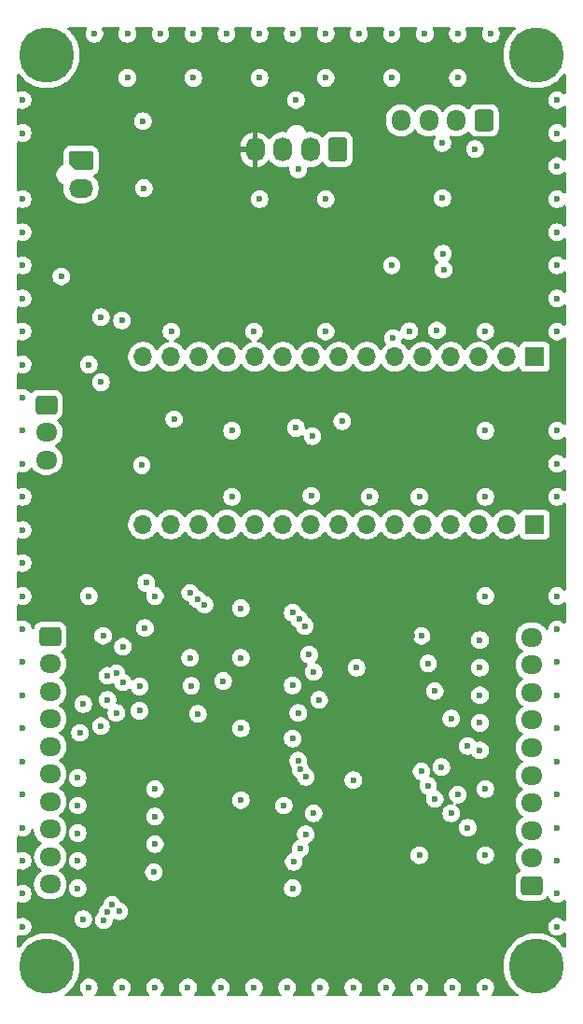
<source format=gbr>
%TF.GenerationSoftware,KiCad,Pcbnew,9.0.5*%
%TF.CreationDate,2025-11-03T04:05:24-05:00*%
%TF.ProjectId,FinishControllerBoard_v1,46696e69-7368-4436-9f6e-74726f6c6c65,rev?*%
%TF.SameCoordinates,Original*%
%TF.FileFunction,Copper,L3,Inr*%
%TF.FilePolarity,Positive*%
%FSLAX46Y46*%
G04 Gerber Fmt 4.6, Leading zero omitted, Abs format (unit mm)*
G04 Created by KiCad (PCBNEW 9.0.5) date 2025-11-03 04:05:24*
%MOMM*%
%LPD*%
G01*
G04 APERTURE LIST*
G04 Aperture macros list*
%AMRoundRect*
0 Rectangle with rounded corners*
0 $1 Rounding radius*
0 $2 $3 $4 $5 $6 $7 $8 $9 X,Y pos of 4 corners*
0 Add a 4 corners polygon primitive as box body*
4,1,4,$2,$3,$4,$5,$6,$7,$8,$9,$2,$3,0*
0 Add four circle primitives for the rounded corners*
1,1,$1+$1,$2,$3*
1,1,$1+$1,$4,$5*
1,1,$1+$1,$6,$7*
1,1,$1+$1,$8,$9*
0 Add four rect primitives between the rounded corners*
20,1,$1+$1,$2,$3,$4,$5,0*
20,1,$1+$1,$4,$5,$6,$7,0*
20,1,$1+$1,$6,$7,$8,$9,0*
20,1,$1+$1,$8,$9,$2,$3,0*%
%AMFreePoly0*
4,1,22,0.945671,0.830970,1.026777,0.776777,1.080970,0.695671,1.100000,0.600000,1.100000,-0.600000,1.080970,-0.695671,1.026777,-0.776777,0.945671,-0.830970,0.850000,-0.850000,-0.450000,-0.850000,-0.545671,-0.830970,-0.626777,-0.776777,-1.026777,-0.376777,-1.080970,-0.295671,-1.100000,-0.200000,-1.100000,0.600000,-1.080970,0.695671,-1.026777,0.776777,-0.945671,0.830970,-0.850000,0.850000,
0.850000,0.850000,0.945671,0.830970,0.945671,0.830970,$1*%
G04 Aperture macros list end*
%TA.AperFunction,ComponentPad*%
%ADD10C,5.000000*%
%TD*%
%TA.AperFunction,ComponentPad*%
%ADD11RoundRect,0.250000X0.725000X-0.600000X0.725000X0.600000X-0.725000X0.600000X-0.725000X-0.600000X0*%
%TD*%
%TA.AperFunction,ComponentPad*%
%ADD12O,1.950000X1.700000*%
%TD*%
%TA.AperFunction,ComponentPad*%
%ADD13RoundRect,0.250000X-0.725000X0.600000X-0.725000X-0.600000X0.725000X-0.600000X0.725000X0.600000X0*%
%TD*%
%TA.AperFunction,ComponentPad*%
%ADD14RoundRect,0.250000X-0.600000X0.850000X-0.600000X-0.850000X0.600000X-0.850000X0.600000X0.850000X0*%
%TD*%
%TA.AperFunction,ComponentPad*%
%ADD15O,1.700000X2.200000*%
%TD*%
%TA.AperFunction,ComponentPad*%
%ADD16R,1.700000X1.700000*%
%TD*%
%TA.AperFunction,ComponentPad*%
%ADD17O,1.700000X1.700000*%
%TD*%
%TA.AperFunction,ComponentPad*%
%ADD18RoundRect,0.250000X0.600000X0.725000X-0.600000X0.725000X-0.600000X-0.725000X0.600000X-0.725000X0*%
%TD*%
%TA.AperFunction,ComponentPad*%
%ADD19O,1.700000X1.950000*%
%TD*%
%TA.AperFunction,ComponentPad*%
%ADD20FreePoly0,0.000000*%
%TD*%
%TA.AperFunction,ComponentPad*%
%ADD21O,2.200000X1.700000*%
%TD*%
%TA.AperFunction,ViaPad*%
%ADD22C,0.600000*%
%TD*%
G04 APERTURE END LIST*
D10*
%TO.N,GND*%
%TO.C,H1*%
X183673940Y32586080D03*
%TD*%
D11*
%TO.N,AD0*%
%TO.C,J4*%
X227700000Y-42750000D03*
D12*
%TO.N,AD3*%
X227700000Y-40250000D03*
%TO.N,AD1*%
X227700000Y-37750000D03*
%TO.N,AD2*%
X227700000Y-35250000D03*
%TO.N,Decimal_Point*%
X227700000Y-32750000D03*
%TO.N,/Time2_Tens*%
X227700000Y-30250000D03*
%TO.N,/Time2_Ones*%
X227700000Y-27750000D03*
%TO.N,/Time2_Tenths*%
X227700000Y-25250000D03*
%TO.N,/Time2_Hundredths*%
X227700000Y-22750000D03*
%TO.N,/Time2_Thousandths*%
X227700000Y-20250000D03*
%TD*%
D13*
%TO.N,AD0*%
%TO.C,J5*%
X184000000Y-20150000D03*
D12*
%TO.N,AD3*%
X184000000Y-22650000D03*
%TO.N,AD1*%
X184000000Y-25150000D03*
%TO.N,AD2*%
X184000000Y-27650000D03*
%TO.N,Decimal_Point*%
X184000000Y-30150000D03*
%TO.N,/Time1_Tens*%
X184000000Y-32650000D03*
%TO.N,/Time1_Ones*%
X184000000Y-35150000D03*
%TO.N,/Time1_Tenths*%
X184000000Y-37650000D03*
%TO.N,/Time1_Hundredths*%
X184000000Y-40150000D03*
%TO.N,/Time1_Thousandths*%
X184000000Y-42650000D03*
%TD*%
D14*
%TO.N,+12V*%
%TO.C,J6*%
X210100000Y24000000D03*
D15*
%TO.N,GND*%
X207600000Y24000000D03*
X205100000Y24000000D03*
%TO.N,+5V*%
X202600000Y24000000D03*
%TD*%
D10*
%TO.N,GND*%
%TO.C,H4*%
X228123160Y-50089840D03*
%TD*%
D16*
%TO.N,/D12{slash}MISO*%
%TO.C,J9*%
X227980000Y-10000000D03*
D17*
%TO.N,/\u002AD11{slash}MOSI*%
X225440000Y-10000000D03*
%TO.N,/\u002AD10{slash}SS*%
X222900000Y-10000000D03*
%TO.N,/\u002AD9*%
X220360000Y-10000000D03*
%TO.N,/D8*%
X217820000Y-10000000D03*
%TO.N,/D7*%
X215280000Y-10000000D03*
%TO.N,/\u002AD6*%
X212740000Y-10000000D03*
%TO.N,/\u002AD5*%
X210200000Y-10000000D03*
%TO.N,/D4*%
X207660000Y-10000000D03*
%TO.N,/\u002AD3*%
X205120000Y-10000000D03*
%TO.N,/D2*%
X202580000Y-10000000D03*
%TO.N,GND*%
X200040000Y-10000000D03*
%TO.N,/~{RESET}*%
X197500000Y-10000000D03*
%TO.N,/D0{slash}RX*%
X194960000Y-10000000D03*
%TO.N,/D1{slash}TX*%
X192420000Y-10000000D03*
%TD*%
D10*
%TO.N,GND*%
%TO.C,H2*%
X228123160Y32586080D03*
%TD*%
D13*
%TO.N,/Logic Level Shifter/Tx_HV_In*%
%TO.C,J2*%
X183640000Y850000D03*
D12*
%TO.N,/Logic Level Shifter/Rx_HV_Out*%
X183640000Y-1650000D03*
%TO.N,GND*%
X183640000Y-4150000D03*
%TD*%
D18*
%TO.N,+12V*%
%TO.C,J1*%
X223350000Y26650000D03*
D19*
%TO.N,/Lane1*%
X220850000Y26650000D03*
%TO.N,/Lane2*%
X218350000Y26650000D03*
%TO.N,GND*%
X215850000Y26650000D03*
%TD*%
D16*
%TO.N,/D13{slash}SCK*%
%TO.C,J8*%
X227980000Y5203860D03*
D17*
%TO.N,/+3.3VDC*%
X225440000Y5203860D03*
%TO.N,/AREF*%
X222900000Y5203860D03*
%TO.N,/A0*%
X220360000Y5203860D03*
%TO.N,/A1*%
X217820000Y5203860D03*
%TO.N,/A2*%
X215280000Y5203860D03*
%TO.N,/A3*%
X212740000Y5203860D03*
%TO.N,/A4{slash}SDA*%
X210200000Y5203860D03*
%TO.N,/A5{slash}SCL*%
X207660000Y5203860D03*
%TO.N,/A6*%
X205120000Y5203860D03*
%TO.N,/A7*%
X202580000Y5203860D03*
%TO.N,/+5VDC*%
X200040000Y5203860D03*
%TO.N,/~{RESET}*%
X197500000Y5203860D03*
%TO.N,GND*%
X194960000Y5203860D03*
%TO.N,+12V*%
X192420000Y5203860D03*
%TD*%
D10*
%TO.N,GND*%
%TO.C,H3*%
X183673940Y-50089840D03*
%TD*%
D20*
%TO.N,+12V*%
%TO.C,J3*%
X186800000Y23000000D03*
D21*
%TO.N,GND*%
X186800000Y20500000D03*
%TD*%
D22*
%TO.N,GND*%
X216574265Y7525735D03*
X191000000Y30500000D03*
X223500000Y-52000000D03*
X186700000Y-28900000D03*
X230000000Y-40500000D03*
X181500000Y19500000D03*
X194000000Y34500000D03*
X186500000Y-40500000D03*
X197000000Y30500000D03*
X181500000Y-4500000D03*
X199500000Y-52000000D03*
X221000000Y34500000D03*
X203000000Y19500000D03*
X217500000Y-40000000D03*
X217500000Y-52000000D03*
X219500000Y-32000000D03*
X209000000Y7500000D03*
X186500000Y-35500000D03*
X181500000Y-22500000D03*
X188000000Y34500000D03*
X181500000Y-10500000D03*
X223500000Y-16500000D03*
X203000000Y34500000D03*
X200500000Y-7500000D03*
X190500000Y-52000000D03*
X205500000Y-52000000D03*
X218000000Y34500000D03*
X230000000Y-1500000D03*
X206300000Y28500000D03*
X181500000Y-28500000D03*
X187500000Y-52000000D03*
X230000000Y19500000D03*
X207800000Y-2000000D03*
X181500000Y1500000D03*
X203000000Y30500000D03*
X209000000Y34500000D03*
X221000000Y-34500000D03*
X230000000Y22500000D03*
X213000000Y-7500000D03*
X206000000Y34500000D03*
X230000000Y-22500000D03*
X230000000Y7500000D03*
X223500000Y7500000D03*
X223000000Y-28000000D03*
X185000000Y12500000D03*
X207700000Y-7400000D03*
X193500000Y-39000000D03*
X223000000Y-20500000D03*
X211500000Y-33200000D03*
X181500000Y10500000D03*
X230000000Y-7500000D03*
X181500000Y-7500000D03*
X181500000Y-34500000D03*
X230000000Y-46500000D03*
X196500000Y-52000000D03*
X230000000Y-16500000D03*
X191000000Y34500000D03*
X192100000Y-26900000D03*
X199700000Y-24200000D03*
X181500000Y7500000D03*
X186500000Y-43000000D03*
X193500000Y-16500000D03*
X181500000Y-25500000D03*
X224000000Y34500000D03*
X181500000Y25500000D03*
X223500000Y-7500000D03*
X181500000Y-43500000D03*
X230000000Y28500000D03*
X181500000Y-1500000D03*
X230000000Y-31500000D03*
X223000000Y-23000000D03*
X208500000Y-52000000D03*
X187000000Y-26300000D03*
X230000000Y10500000D03*
X217500000Y-7500000D03*
X181500000Y16500000D03*
X181500000Y-13500000D03*
X211800000Y-23000000D03*
X187000000Y-45800000D03*
X220500000Y-52000000D03*
X200500000Y-1500000D03*
X214500000Y-52000000D03*
X181500000Y-46500000D03*
X230000000Y25500000D03*
X200000000Y34500000D03*
X187500000Y4500000D03*
X206000000Y-43000000D03*
X223000000Y-30500000D03*
X211500000Y-52000000D03*
X206500000Y22200000D03*
X209000000Y19500000D03*
X230000000Y-25500000D03*
X197000000Y34500000D03*
X181500000Y-37500000D03*
X209000000Y30500000D03*
X230000000Y-28500000D03*
X230000000Y-19500000D03*
X219100000Y7600000D03*
X181500000Y-16500000D03*
X181500000Y28500000D03*
X215000000Y34500000D03*
X230000000Y-34500000D03*
X215000000Y30500000D03*
X230000000Y13500000D03*
X223500000Y-1500000D03*
X223500000Y-34000000D03*
X215000000Y13500000D03*
X181500000Y-19500000D03*
X181500000Y4500000D03*
X187500000Y-16500000D03*
X212000000Y34500000D03*
X202500000Y7500000D03*
X223500000Y-40000000D03*
X193500000Y-36500000D03*
X181500000Y13500000D03*
X230000000Y-37500000D03*
X230000000Y-4500000D03*
X195000000Y7500000D03*
X190500000Y8500000D03*
X181500000Y-31500000D03*
X221000000Y30500000D03*
X219600000Y24600000D03*
X230000000Y-43500000D03*
X181500000Y-40500000D03*
X193500000Y-52000000D03*
X223000000Y-25500000D03*
X202500000Y-52000000D03*
X230000000Y16500000D03*
X193400000Y-41535315D03*
X186500000Y-38000000D03*
X219600000Y19600000D03*
X186500000Y-33000000D03*
X193500000Y-34000000D03*
X192100000Y-24700000D03*
%TO.N,+5V*%
X217100000Y-30100000D03*
X199900000Y24000000D03*
X190240000Y50000D03*
X194700000Y-40500000D03*
X217100000Y-22600000D03*
X200562500Y16900000D03*
X194800000Y-35500000D03*
X217100000Y-27600000D03*
X194700000Y-43000000D03*
X210400000Y-37500000D03*
X216899997Y-20100000D03*
X208400000Y10612500D03*
X194800000Y-33000000D03*
X202400000Y-18300000D03*
X219650000Y16870000D03*
X194800000Y-38000000D03*
X202500000Y-34300000D03*
X217100000Y-25100000D03*
X186500000Y17000000D03*
X198300000Y-41400000D03*
%TO.N,/Time2_Thousandths*%
X217700000Y-32400000D03*
X217700000Y-20100000D03*
%TO.N,/Time2_Hundredths*%
X218300000Y-33700000D03*
X218300000Y-22600000D03*
%TO.N,/Time2_Tenths*%
X218900000Y-25100000D03*
X218900000Y-34900000D03*
%TO.N,/Time2_Ones*%
X220400000Y-27600000D03*
X220400000Y-36200000D03*
%TO.N,Decimal_Point*%
X201300000Y-35000000D03*
X201300000Y-28500000D03*
%TO.N,+12V*%
X192500000Y20500000D03*
X222549265Y24049265D03*
X192425000Y26575000D03*
%TO.N,AD1*%
X190600000Y-24325000D03*
X190600000Y-21100000D03*
X190278552Y-45098000D03*
%TO.N,AD2*%
X190001268Y-23513050D03*
X189602000Y-44482831D03*
X190000000Y-27100000D03*
%TO.N,AD3*%
X189209152Y-25900000D03*
X189201000Y-23725000D03*
X189209152Y-45182466D03*
%TO.N,AD0*%
X188601764Y-28298236D03*
X188855387Y-45900000D03*
X188800000Y-20100000D03*
%TO.N,+3.3V*%
X192308683Y-4633037D03*
X188600000Y2900000D03*
X188600000Y8800000D03*
X215100000Y6899000D03*
X219700000Y13100000D03*
X219640735Y14559265D03*
X195240000Y-450000D03*
%TO.N,Net-(U5-1A0)*%
X192700000Y-15300000D03*
X192600000Y-19400000D03*
%TO.N,Net-(U5-1A1)*%
X196700000Y-16200000D03*
X196700000Y-22100000D03*
%TO.N,Net-(U5-1A2)*%
X197365642Y-16800000D03*
X196800000Y-24635000D03*
%TO.N,Net-(U5-1A3)*%
X198006085Y-17279412D03*
X197400000Y-27175000D03*
%TO.N,Net-(U5-2A0)*%
X201300000Y-17600000D03*
X201300000Y-22100000D03*
%TO.N,Net-(U5-2A1)*%
X206000000Y-18001000D03*
X206000000Y-24600000D03*
%TO.N,BCD_Lane1*%
X206300000Y-1250000D03*
X205200000Y-35500000D03*
%TO.N,Net-(U5-2A2)*%
X206600000Y-18601000D03*
X206500000Y-27100000D03*
%TO.N,BCD_Lane2*%
X210500000Y-650000D03*
X207900000Y-36200000D03*
%TO.N,Net-(U5-2A3)*%
X206000000Y-29415000D03*
X207111846Y-19215831D03*
%TO.N,BCD_MuxA*%
X206500000Y-31425249D03*
X207502000Y-21818822D03*
X206100000Y-40600000D03*
%TO.N,BCD_MuxC*%
X207200000Y-38105000D03*
X207200000Y-32900000D03*
X208400000Y-25905000D03*
%TO.N,BCD_MuxB*%
X206700000Y-32214579D03*
X207903000Y-23365000D03*
X206700000Y-39400000D03*
%TO.N,/Time2_Tens*%
X221900000Y-37500000D03*
X221900000Y-30100000D03*
%TD*%
%TA.AperFunction,Conductor*%
%TO.N,+5V*%
G36*
X187272871Y35079815D02*
G01*
X187318626Y35027011D01*
X187328570Y34957853D01*
X187308933Y34906608D01*
X187290610Y34879187D01*
X187290602Y34879172D01*
X187230264Y34733501D01*
X187230261Y34733489D01*
X187199500Y34578846D01*
X187199500Y34421153D01*
X187230261Y34266510D01*
X187230264Y34266498D01*
X187290602Y34120827D01*
X187290609Y34120814D01*
X187378210Y33989711D01*
X187378213Y33989707D01*
X187489707Y33878213D01*
X187489711Y33878210D01*
X187620814Y33790609D01*
X187620827Y33790602D01*
X187766498Y33730264D01*
X187766510Y33730261D01*
X187921153Y33699500D01*
X187921158Y33699500D01*
X188078846Y33699500D01*
X188233489Y33730261D01*
X188233501Y33730264D01*
X188379172Y33790602D01*
X188379185Y33790609D01*
X188510288Y33878210D01*
X188510292Y33878213D01*
X188621786Y33989707D01*
X188621789Y33989711D01*
X188709390Y34120814D01*
X188709397Y34120827D01*
X188769735Y34266498D01*
X188769737Y34266503D01*
X188800499Y34421153D01*
X188800500Y34421155D01*
X188800500Y34578844D01*
X188800499Y34578846D01*
X188798560Y34588596D01*
X188769737Y34733497D01*
X188709394Y34879179D01*
X188709389Y34879187D01*
X188691067Y34906608D01*
X188670188Y34973285D01*
X188688672Y35040666D01*
X188740650Y35087356D01*
X188794168Y35099500D01*
X190205832Y35099500D01*
X190272871Y35079815D01*
X190318626Y35027011D01*
X190328570Y34957853D01*
X190308933Y34906608D01*
X190290610Y34879187D01*
X190290602Y34879172D01*
X190230264Y34733501D01*
X190230261Y34733489D01*
X190199500Y34578846D01*
X190199500Y34421153D01*
X190230261Y34266510D01*
X190230264Y34266498D01*
X190290602Y34120827D01*
X190290609Y34120814D01*
X190378210Y33989711D01*
X190378213Y33989707D01*
X190489707Y33878213D01*
X190489711Y33878210D01*
X190620814Y33790609D01*
X190620827Y33790602D01*
X190766498Y33730264D01*
X190766510Y33730261D01*
X190921153Y33699500D01*
X190921158Y33699500D01*
X191078846Y33699500D01*
X191233489Y33730261D01*
X191233501Y33730264D01*
X191379172Y33790602D01*
X191379185Y33790609D01*
X191510288Y33878210D01*
X191510292Y33878213D01*
X191621786Y33989707D01*
X191621789Y33989711D01*
X191709390Y34120814D01*
X191709397Y34120827D01*
X191769735Y34266498D01*
X191769737Y34266503D01*
X191800499Y34421153D01*
X191800500Y34421155D01*
X191800500Y34578844D01*
X191800499Y34578846D01*
X191798560Y34588596D01*
X191769737Y34733497D01*
X191709394Y34879179D01*
X191709389Y34879187D01*
X191691067Y34906608D01*
X191670188Y34973285D01*
X191688672Y35040666D01*
X191740650Y35087356D01*
X191794168Y35099500D01*
X193205832Y35099500D01*
X193272871Y35079815D01*
X193318626Y35027011D01*
X193328570Y34957853D01*
X193308933Y34906608D01*
X193290610Y34879187D01*
X193290602Y34879172D01*
X193230264Y34733501D01*
X193230261Y34733489D01*
X193199500Y34578846D01*
X193199500Y34421153D01*
X193230261Y34266510D01*
X193230264Y34266498D01*
X193290602Y34120827D01*
X193290609Y34120814D01*
X193378210Y33989711D01*
X193378213Y33989707D01*
X193489707Y33878213D01*
X193489711Y33878210D01*
X193620814Y33790609D01*
X193620827Y33790602D01*
X193766498Y33730264D01*
X193766510Y33730261D01*
X193921153Y33699500D01*
X193921158Y33699500D01*
X194078846Y33699500D01*
X194233489Y33730261D01*
X194233501Y33730264D01*
X194379172Y33790602D01*
X194379185Y33790609D01*
X194510288Y33878210D01*
X194510292Y33878213D01*
X194621786Y33989707D01*
X194621789Y33989711D01*
X194709390Y34120814D01*
X194709397Y34120827D01*
X194769735Y34266498D01*
X194769737Y34266503D01*
X194800499Y34421153D01*
X194800500Y34421155D01*
X194800500Y34578844D01*
X194800499Y34578846D01*
X194798560Y34588596D01*
X194769737Y34733497D01*
X194709394Y34879179D01*
X194709389Y34879187D01*
X194691067Y34906608D01*
X194670188Y34973285D01*
X194688672Y35040666D01*
X194740650Y35087356D01*
X194794168Y35099500D01*
X196205832Y35099500D01*
X196272871Y35079815D01*
X196318626Y35027011D01*
X196328570Y34957853D01*
X196308933Y34906608D01*
X196290610Y34879187D01*
X196290602Y34879172D01*
X196230264Y34733501D01*
X196230261Y34733489D01*
X196199500Y34578846D01*
X196199500Y34421153D01*
X196230261Y34266510D01*
X196230264Y34266498D01*
X196290602Y34120827D01*
X196290609Y34120814D01*
X196378210Y33989711D01*
X196378213Y33989707D01*
X196489707Y33878213D01*
X196489711Y33878210D01*
X196620814Y33790609D01*
X196620827Y33790602D01*
X196766498Y33730264D01*
X196766510Y33730261D01*
X196921153Y33699500D01*
X196921158Y33699500D01*
X197078846Y33699500D01*
X197233489Y33730261D01*
X197233501Y33730264D01*
X197379172Y33790602D01*
X197379185Y33790609D01*
X197510288Y33878210D01*
X197510292Y33878213D01*
X197621786Y33989707D01*
X197621789Y33989711D01*
X197709390Y34120814D01*
X197709397Y34120827D01*
X197769735Y34266498D01*
X197769737Y34266503D01*
X197800499Y34421153D01*
X197800500Y34421155D01*
X197800500Y34578844D01*
X197800499Y34578846D01*
X197798560Y34588596D01*
X197769737Y34733497D01*
X197709394Y34879179D01*
X197709389Y34879187D01*
X197691067Y34906608D01*
X197670188Y34973285D01*
X197688672Y35040666D01*
X197740650Y35087356D01*
X197794168Y35099500D01*
X199205832Y35099500D01*
X199272871Y35079815D01*
X199318626Y35027011D01*
X199328570Y34957853D01*
X199308933Y34906608D01*
X199290610Y34879187D01*
X199290602Y34879172D01*
X199230264Y34733501D01*
X199230261Y34733489D01*
X199199500Y34578846D01*
X199199500Y34421153D01*
X199230261Y34266510D01*
X199230264Y34266498D01*
X199290602Y34120827D01*
X199290609Y34120814D01*
X199378210Y33989711D01*
X199378213Y33989707D01*
X199489707Y33878213D01*
X199489711Y33878210D01*
X199620814Y33790609D01*
X199620827Y33790602D01*
X199766498Y33730264D01*
X199766510Y33730261D01*
X199921153Y33699500D01*
X199921158Y33699500D01*
X200078846Y33699500D01*
X200233489Y33730261D01*
X200233501Y33730264D01*
X200379172Y33790602D01*
X200379185Y33790609D01*
X200510288Y33878210D01*
X200510292Y33878213D01*
X200621786Y33989707D01*
X200621789Y33989711D01*
X200709390Y34120814D01*
X200709397Y34120827D01*
X200769735Y34266498D01*
X200769737Y34266503D01*
X200800499Y34421153D01*
X200800500Y34421155D01*
X200800500Y34578844D01*
X200800499Y34578846D01*
X200798560Y34588596D01*
X200769737Y34733497D01*
X200709394Y34879179D01*
X200709389Y34879187D01*
X200691067Y34906608D01*
X200670188Y34973285D01*
X200688672Y35040666D01*
X200740650Y35087356D01*
X200794168Y35099500D01*
X202205832Y35099500D01*
X202272871Y35079815D01*
X202318626Y35027011D01*
X202328570Y34957853D01*
X202308933Y34906608D01*
X202290610Y34879187D01*
X202290602Y34879172D01*
X202230264Y34733501D01*
X202230261Y34733489D01*
X202199500Y34578846D01*
X202199500Y34421153D01*
X202230261Y34266510D01*
X202230264Y34266498D01*
X202290602Y34120827D01*
X202290609Y34120814D01*
X202378210Y33989711D01*
X202378213Y33989707D01*
X202489707Y33878213D01*
X202489711Y33878210D01*
X202620814Y33790609D01*
X202620827Y33790602D01*
X202766498Y33730264D01*
X202766510Y33730261D01*
X202921153Y33699500D01*
X202921158Y33699500D01*
X203078846Y33699500D01*
X203233489Y33730261D01*
X203233501Y33730264D01*
X203379172Y33790602D01*
X203379185Y33790609D01*
X203510288Y33878210D01*
X203510292Y33878213D01*
X203621786Y33989707D01*
X203621789Y33989711D01*
X203709390Y34120814D01*
X203709397Y34120827D01*
X203769735Y34266498D01*
X203769737Y34266503D01*
X203800499Y34421153D01*
X203800500Y34421155D01*
X203800500Y34578844D01*
X203800499Y34578846D01*
X203798560Y34588596D01*
X203769737Y34733497D01*
X203709394Y34879179D01*
X203709389Y34879187D01*
X203691067Y34906608D01*
X203670188Y34973285D01*
X203688672Y35040666D01*
X203740650Y35087356D01*
X203794168Y35099500D01*
X205205832Y35099500D01*
X205272871Y35079815D01*
X205318626Y35027011D01*
X205328570Y34957853D01*
X205308933Y34906608D01*
X205290610Y34879187D01*
X205290602Y34879172D01*
X205230264Y34733501D01*
X205230261Y34733489D01*
X205199500Y34578846D01*
X205199500Y34421153D01*
X205230261Y34266510D01*
X205230264Y34266498D01*
X205290602Y34120827D01*
X205290609Y34120814D01*
X205378210Y33989711D01*
X205378213Y33989707D01*
X205489707Y33878213D01*
X205489711Y33878210D01*
X205620814Y33790609D01*
X205620827Y33790602D01*
X205766498Y33730264D01*
X205766510Y33730261D01*
X205921153Y33699500D01*
X205921158Y33699500D01*
X206078846Y33699500D01*
X206233489Y33730261D01*
X206233501Y33730264D01*
X206379172Y33790602D01*
X206379185Y33790609D01*
X206510288Y33878210D01*
X206510292Y33878213D01*
X206621786Y33989707D01*
X206621789Y33989711D01*
X206709390Y34120814D01*
X206709397Y34120827D01*
X206769735Y34266498D01*
X206769737Y34266503D01*
X206800499Y34421153D01*
X206800500Y34421155D01*
X206800500Y34578844D01*
X206800499Y34578846D01*
X206798560Y34588596D01*
X206769737Y34733497D01*
X206709394Y34879179D01*
X206709389Y34879187D01*
X206691067Y34906608D01*
X206670188Y34973285D01*
X206688672Y35040666D01*
X206740650Y35087356D01*
X206794168Y35099500D01*
X208205832Y35099500D01*
X208272871Y35079815D01*
X208318626Y35027011D01*
X208328570Y34957853D01*
X208308933Y34906608D01*
X208290610Y34879187D01*
X208290602Y34879172D01*
X208230264Y34733501D01*
X208230261Y34733489D01*
X208199500Y34578846D01*
X208199500Y34421153D01*
X208230261Y34266510D01*
X208230264Y34266498D01*
X208290602Y34120827D01*
X208290609Y34120814D01*
X208378210Y33989711D01*
X208378213Y33989707D01*
X208489707Y33878213D01*
X208489711Y33878210D01*
X208620814Y33790609D01*
X208620827Y33790602D01*
X208766498Y33730264D01*
X208766510Y33730261D01*
X208921153Y33699500D01*
X208921158Y33699500D01*
X209078846Y33699500D01*
X209233489Y33730261D01*
X209233501Y33730264D01*
X209379172Y33790602D01*
X209379185Y33790609D01*
X209510288Y33878210D01*
X209510292Y33878213D01*
X209621786Y33989707D01*
X209621789Y33989711D01*
X209709390Y34120814D01*
X209709397Y34120827D01*
X209769735Y34266498D01*
X209769737Y34266503D01*
X209800499Y34421153D01*
X209800500Y34421155D01*
X209800500Y34578844D01*
X209800499Y34578846D01*
X209798560Y34588596D01*
X209769737Y34733497D01*
X209709394Y34879179D01*
X209709389Y34879187D01*
X209691067Y34906608D01*
X209670188Y34973285D01*
X209688672Y35040666D01*
X209740650Y35087356D01*
X209794168Y35099500D01*
X211205832Y35099500D01*
X211272871Y35079815D01*
X211318626Y35027011D01*
X211328570Y34957853D01*
X211308933Y34906608D01*
X211290610Y34879187D01*
X211290602Y34879172D01*
X211230264Y34733501D01*
X211230261Y34733489D01*
X211199500Y34578846D01*
X211199500Y34421153D01*
X211230261Y34266510D01*
X211230264Y34266498D01*
X211290602Y34120827D01*
X211290609Y34120814D01*
X211378210Y33989711D01*
X211378213Y33989707D01*
X211489707Y33878213D01*
X211489711Y33878210D01*
X211620814Y33790609D01*
X211620827Y33790602D01*
X211766498Y33730264D01*
X211766510Y33730261D01*
X211921153Y33699500D01*
X211921158Y33699500D01*
X212078846Y33699500D01*
X212233489Y33730261D01*
X212233501Y33730264D01*
X212379172Y33790602D01*
X212379185Y33790609D01*
X212510288Y33878210D01*
X212510292Y33878213D01*
X212621786Y33989707D01*
X212621789Y33989711D01*
X212709390Y34120814D01*
X212709397Y34120827D01*
X212769735Y34266498D01*
X212769737Y34266503D01*
X212800499Y34421153D01*
X212800500Y34421155D01*
X212800500Y34578844D01*
X212800499Y34578846D01*
X212798560Y34588596D01*
X212769737Y34733497D01*
X212709394Y34879179D01*
X212709389Y34879187D01*
X212691067Y34906608D01*
X212670188Y34973285D01*
X212688672Y35040666D01*
X212740650Y35087356D01*
X212794168Y35099500D01*
X214205832Y35099500D01*
X214272871Y35079815D01*
X214318626Y35027011D01*
X214328570Y34957853D01*
X214308933Y34906608D01*
X214290610Y34879187D01*
X214290602Y34879172D01*
X214230264Y34733501D01*
X214230261Y34733489D01*
X214199500Y34578846D01*
X214199500Y34421153D01*
X214230261Y34266510D01*
X214230264Y34266498D01*
X214290602Y34120827D01*
X214290609Y34120814D01*
X214378210Y33989711D01*
X214378213Y33989707D01*
X214489707Y33878213D01*
X214489711Y33878210D01*
X214620814Y33790609D01*
X214620827Y33790602D01*
X214766498Y33730264D01*
X214766510Y33730261D01*
X214921153Y33699500D01*
X214921158Y33699500D01*
X215078846Y33699500D01*
X215233489Y33730261D01*
X215233501Y33730264D01*
X215379172Y33790602D01*
X215379185Y33790609D01*
X215510288Y33878210D01*
X215510292Y33878213D01*
X215621786Y33989707D01*
X215621789Y33989711D01*
X215709390Y34120814D01*
X215709397Y34120827D01*
X215769735Y34266498D01*
X215769737Y34266503D01*
X215800499Y34421153D01*
X215800500Y34421155D01*
X215800500Y34578844D01*
X215800499Y34578846D01*
X215798560Y34588596D01*
X215769737Y34733497D01*
X215709394Y34879179D01*
X215709389Y34879187D01*
X215691067Y34906608D01*
X215670188Y34973285D01*
X215688672Y35040666D01*
X215740650Y35087356D01*
X215794168Y35099500D01*
X217205832Y35099500D01*
X217272871Y35079815D01*
X217318626Y35027011D01*
X217328570Y34957853D01*
X217308933Y34906608D01*
X217290610Y34879187D01*
X217290602Y34879172D01*
X217230264Y34733501D01*
X217230261Y34733489D01*
X217199500Y34578846D01*
X217199500Y34421153D01*
X217230261Y34266510D01*
X217230264Y34266498D01*
X217290602Y34120827D01*
X217290609Y34120814D01*
X217378210Y33989711D01*
X217378213Y33989707D01*
X217489707Y33878213D01*
X217489711Y33878210D01*
X217620814Y33790609D01*
X217620827Y33790602D01*
X217766498Y33730264D01*
X217766510Y33730261D01*
X217921153Y33699500D01*
X217921158Y33699500D01*
X218078846Y33699500D01*
X218233489Y33730261D01*
X218233501Y33730264D01*
X218379172Y33790602D01*
X218379185Y33790609D01*
X218510288Y33878210D01*
X218510292Y33878213D01*
X218621786Y33989707D01*
X218621789Y33989711D01*
X218709390Y34120814D01*
X218709397Y34120827D01*
X218769735Y34266498D01*
X218769737Y34266503D01*
X218800499Y34421153D01*
X218800500Y34421155D01*
X218800500Y34578844D01*
X218800499Y34578846D01*
X218798560Y34588596D01*
X218769737Y34733497D01*
X218709394Y34879179D01*
X218709389Y34879187D01*
X218691067Y34906608D01*
X218670188Y34973285D01*
X218688672Y35040666D01*
X218740650Y35087356D01*
X218794168Y35099500D01*
X220205832Y35099500D01*
X220272871Y35079815D01*
X220318626Y35027011D01*
X220328570Y34957853D01*
X220308933Y34906608D01*
X220290610Y34879187D01*
X220290602Y34879172D01*
X220230264Y34733501D01*
X220230261Y34733489D01*
X220199500Y34578846D01*
X220199500Y34421153D01*
X220230261Y34266510D01*
X220230264Y34266498D01*
X220290602Y34120827D01*
X220290609Y34120814D01*
X220378210Y33989711D01*
X220378213Y33989707D01*
X220489707Y33878213D01*
X220489711Y33878210D01*
X220620814Y33790609D01*
X220620827Y33790602D01*
X220766498Y33730264D01*
X220766510Y33730261D01*
X220921153Y33699500D01*
X220921158Y33699500D01*
X221078846Y33699500D01*
X221233489Y33730261D01*
X221233501Y33730264D01*
X221379172Y33790602D01*
X221379185Y33790609D01*
X221510288Y33878210D01*
X221510292Y33878213D01*
X221621786Y33989707D01*
X221621789Y33989711D01*
X221709390Y34120814D01*
X221709397Y34120827D01*
X221769735Y34266498D01*
X221769737Y34266503D01*
X221800499Y34421153D01*
X221800500Y34421155D01*
X221800500Y34578844D01*
X221800499Y34578846D01*
X221798560Y34588596D01*
X221769737Y34733497D01*
X221709394Y34879179D01*
X221709389Y34879187D01*
X221691067Y34906608D01*
X221670188Y34973285D01*
X221688672Y35040666D01*
X221740650Y35087356D01*
X221794168Y35099500D01*
X223205832Y35099500D01*
X223272871Y35079815D01*
X223318626Y35027011D01*
X223328570Y34957853D01*
X223308933Y34906608D01*
X223290610Y34879187D01*
X223290602Y34879172D01*
X223230264Y34733501D01*
X223230261Y34733489D01*
X223199500Y34578846D01*
X223199500Y34421153D01*
X223230261Y34266510D01*
X223230264Y34266498D01*
X223290602Y34120827D01*
X223290609Y34120814D01*
X223378210Y33989711D01*
X223378213Y33989707D01*
X223489707Y33878213D01*
X223489711Y33878210D01*
X223620814Y33790609D01*
X223620827Y33790602D01*
X223766498Y33730264D01*
X223766510Y33730261D01*
X223921153Y33699500D01*
X223921158Y33699500D01*
X224078846Y33699500D01*
X224233489Y33730261D01*
X224233501Y33730264D01*
X224379172Y33790602D01*
X224379185Y33790609D01*
X224510288Y33878210D01*
X224510292Y33878213D01*
X224621786Y33989707D01*
X224621789Y33989711D01*
X224709390Y34120814D01*
X224709397Y34120827D01*
X224769735Y34266498D01*
X224769737Y34266503D01*
X224800499Y34421153D01*
X224800500Y34421155D01*
X224800500Y34578844D01*
X224800499Y34578846D01*
X224798560Y34588596D01*
X224769737Y34733497D01*
X224709394Y34879179D01*
X224709389Y34879187D01*
X224691067Y34906608D01*
X224670188Y34973285D01*
X224688672Y35040666D01*
X224740650Y35087356D01*
X224794168Y35099500D01*
X226108089Y35099500D01*
X226175128Y35079815D01*
X226220883Y35027011D01*
X226230827Y34957853D01*
X226201802Y34894297D01*
X226185401Y34878553D01*
X226120643Y34826911D01*
X226120637Y34826905D01*
X225882335Y34588603D01*
X225672214Y34325119D01*
X225635383Y34266503D01*
X225492912Y34039763D01*
X225346692Y33736134D01*
X225235387Y33418045D01*
X225235383Y33418033D01*
X225160393Y33089477D01*
X225160391Y33089461D01*
X225122660Y32754588D01*
X225122660Y32417571D01*
X225160391Y32082698D01*
X225160393Y32082682D01*
X225235383Y31754126D01*
X225235387Y31754114D01*
X225346692Y31436025D01*
X225492912Y31132396D01*
X225672213Y30847042D01*
X225882334Y30583557D01*
X226120637Y30345254D01*
X226384122Y30135133D01*
X226669476Y29955832D01*
X226973105Y29809612D01*
X227291194Y29698307D01*
X227291206Y29698303D01*
X227619762Y29623313D01*
X227619778Y29623311D01*
X227954651Y29585580D01*
X227954656Y29585580D01*
X228291668Y29585580D01*
X228626541Y29623311D01*
X228626557Y29623313D01*
X228955113Y29698303D01*
X228955125Y29698307D01*
X229273214Y29809612D01*
X229576843Y29955832D01*
X229839420Y30120821D01*
X229862199Y30135134D01*
X230125683Y30345255D01*
X230363985Y30583557D01*
X230574106Y30847041D01*
X230574110Y30847047D01*
X230574376Y30847421D01*
X230574464Y30847491D01*
X230576275Y30849761D01*
X230576805Y30849337D01*
X230629227Y30890701D01*
X230698770Y30897455D01*
X230760924Y30865540D01*
X230795957Y30805087D01*
X230799500Y30775658D01*
X230799500Y29131941D01*
X230779815Y29064902D01*
X230727011Y29019147D01*
X230657853Y29009203D01*
X230594297Y29038228D01*
X230587819Y29044260D01*
X230510292Y29121786D01*
X230510289Y29121789D01*
X230379179Y29209394D01*
X230233497Y29269737D01*
X230156520Y29285048D01*
X230078845Y29300500D01*
X230078842Y29300500D01*
X229921158Y29300500D01*
X229921155Y29300500D01*
X229827858Y29281941D01*
X229766503Y29269737D01*
X229766498Y29269735D01*
X229620827Y29209397D01*
X229620814Y29209390D01*
X229489711Y29121789D01*
X229489707Y29121786D01*
X229378213Y29010292D01*
X229378210Y29010288D01*
X229290609Y28879185D01*
X229290602Y28879172D01*
X229230264Y28733501D01*
X229230261Y28733489D01*
X229199500Y28578846D01*
X229199500Y28421153D01*
X229230261Y28266510D01*
X229230264Y28266498D01*
X229290602Y28120827D01*
X229290609Y28120814D01*
X229378210Y27989711D01*
X229378213Y27989707D01*
X229489707Y27878213D01*
X229489711Y27878210D01*
X229620814Y27790609D01*
X229620827Y27790602D01*
X229766498Y27730264D01*
X229766510Y27730261D01*
X229921153Y27699500D01*
X229921158Y27699500D01*
X230078846Y27699500D01*
X230233489Y27730261D01*
X230233501Y27730264D01*
X230379172Y27790602D01*
X230379185Y27790609D01*
X230510288Y27878210D01*
X230510292Y27878213D01*
X230587819Y27955740D01*
X230649142Y27989225D01*
X230718834Y27984241D01*
X230774767Y27942369D01*
X230799184Y27876905D01*
X230799500Y27868059D01*
X230799500Y26131941D01*
X230779815Y26064902D01*
X230727011Y26019147D01*
X230657853Y26009203D01*
X230594297Y26038228D01*
X230587819Y26044260D01*
X230510292Y26121786D01*
X230510289Y26121789D01*
X230379179Y26209394D01*
X230233497Y26269737D01*
X230156520Y26285048D01*
X230078845Y26300500D01*
X230078842Y26300500D01*
X229921158Y26300500D01*
X229921155Y26300500D01*
X229827858Y26281941D01*
X229766503Y26269737D01*
X229766498Y26269735D01*
X229620827Y26209397D01*
X229620814Y26209390D01*
X229489711Y26121789D01*
X229489707Y26121786D01*
X229378213Y26010292D01*
X229378210Y26010288D01*
X229290609Y25879185D01*
X229290602Y25879172D01*
X229230264Y25733501D01*
X229230261Y25733489D01*
X229199500Y25578846D01*
X229199500Y25421153D01*
X229230261Y25266510D01*
X229230264Y25266498D01*
X229290602Y25120827D01*
X229290609Y25120814D01*
X229378210Y24989711D01*
X229378213Y24989707D01*
X229489707Y24878213D01*
X229489711Y24878210D01*
X229620814Y24790609D01*
X229620827Y24790602D01*
X229766498Y24730264D01*
X229766510Y24730261D01*
X229921153Y24699500D01*
X229921158Y24699500D01*
X230078846Y24699500D01*
X230233489Y24730261D01*
X230233501Y24730264D01*
X230379172Y24790602D01*
X230379185Y24790609D01*
X230510288Y24878210D01*
X230510292Y24878213D01*
X230587819Y24955740D01*
X230649142Y24989225D01*
X230718834Y24984241D01*
X230774767Y24942369D01*
X230799184Y24876905D01*
X230799500Y24868059D01*
X230799500Y23131941D01*
X230779815Y23064902D01*
X230727011Y23019147D01*
X230657853Y23009203D01*
X230594297Y23038228D01*
X230587819Y23044260D01*
X230510292Y23121786D01*
X230510289Y23121789D01*
X230379179Y23209394D01*
X230233497Y23269737D01*
X230156520Y23285048D01*
X230078845Y23300500D01*
X230078842Y23300500D01*
X229921158Y23300500D01*
X229921155Y23300500D01*
X229827858Y23281941D01*
X229766503Y23269737D01*
X229766498Y23269735D01*
X229620827Y23209397D01*
X229620814Y23209390D01*
X229489711Y23121789D01*
X229489707Y23121786D01*
X229378213Y23010292D01*
X229378210Y23010288D01*
X229290609Y22879185D01*
X229290602Y22879172D01*
X229230264Y22733501D01*
X229230261Y22733489D01*
X229199500Y22578846D01*
X229199500Y22421153D01*
X229230261Y22266510D01*
X229230264Y22266498D01*
X229290602Y22120827D01*
X229290609Y22120814D01*
X229378210Y21989711D01*
X229378213Y21989707D01*
X229489707Y21878213D01*
X229489711Y21878210D01*
X229620814Y21790609D01*
X229620827Y21790602D01*
X229766498Y21730264D01*
X229766510Y21730261D01*
X229921153Y21699500D01*
X229921158Y21699500D01*
X230078846Y21699500D01*
X230233489Y21730261D01*
X230233501Y21730264D01*
X230379172Y21790602D01*
X230379185Y21790609D01*
X230510288Y21878210D01*
X230510292Y21878213D01*
X230587819Y21955740D01*
X230649142Y21989225D01*
X230718834Y21984241D01*
X230774767Y21942369D01*
X230799184Y21876905D01*
X230799500Y21868059D01*
X230799500Y20131941D01*
X230779815Y20064902D01*
X230727011Y20019147D01*
X230657853Y20009203D01*
X230594297Y20038228D01*
X230587819Y20044260D01*
X230510292Y20121786D01*
X230510289Y20121789D01*
X230379179Y20209394D01*
X230233497Y20269737D01*
X230156520Y20285048D01*
X230078845Y20300500D01*
X230078842Y20300500D01*
X229921158Y20300500D01*
X229921155Y20300500D01*
X229827858Y20281941D01*
X229766503Y20269737D01*
X229766498Y20269735D01*
X229620827Y20209397D01*
X229620814Y20209390D01*
X229489711Y20121789D01*
X229489707Y20121786D01*
X229378213Y20010292D01*
X229378210Y20010288D01*
X229290609Y19879185D01*
X229290602Y19879172D01*
X229230264Y19733501D01*
X229230261Y19733489D01*
X229199500Y19578846D01*
X229199500Y19421153D01*
X229230261Y19266510D01*
X229230264Y19266498D01*
X229290602Y19120827D01*
X229290609Y19120814D01*
X229378210Y18989711D01*
X229378213Y18989707D01*
X229489707Y18878213D01*
X229489711Y18878210D01*
X229620814Y18790609D01*
X229620827Y18790602D01*
X229766498Y18730264D01*
X229766510Y18730261D01*
X229921153Y18699500D01*
X229921158Y18699500D01*
X230078846Y18699500D01*
X230233489Y18730261D01*
X230233501Y18730264D01*
X230379172Y18790602D01*
X230379185Y18790609D01*
X230510288Y18878210D01*
X230510292Y18878213D01*
X230587819Y18955740D01*
X230649142Y18989225D01*
X230718834Y18984241D01*
X230774767Y18942369D01*
X230799184Y18876905D01*
X230799500Y18868059D01*
X230799500Y17131941D01*
X230779815Y17064902D01*
X230727011Y17019147D01*
X230657853Y17009203D01*
X230594297Y17038228D01*
X230587819Y17044260D01*
X230510292Y17121786D01*
X230510289Y17121789D01*
X230379179Y17209394D01*
X230233497Y17269737D01*
X230156520Y17285048D01*
X230078845Y17300500D01*
X230078842Y17300500D01*
X229921158Y17300500D01*
X229921155Y17300500D01*
X229827858Y17281941D01*
X229766503Y17269737D01*
X229766498Y17269735D01*
X229620827Y17209397D01*
X229620814Y17209390D01*
X229489711Y17121789D01*
X229489707Y17121786D01*
X229378213Y17010292D01*
X229378210Y17010288D01*
X229290609Y16879185D01*
X229290602Y16879172D01*
X229230264Y16733501D01*
X229230261Y16733489D01*
X229199500Y16578846D01*
X229199500Y16421153D01*
X229230261Y16266510D01*
X229230264Y16266498D01*
X229290602Y16120827D01*
X229290609Y16120814D01*
X229378210Y15989711D01*
X229378213Y15989707D01*
X229489707Y15878213D01*
X229489711Y15878210D01*
X229620814Y15790609D01*
X229620827Y15790602D01*
X229766498Y15730264D01*
X229766510Y15730261D01*
X229921153Y15699500D01*
X229921158Y15699500D01*
X230078846Y15699500D01*
X230233489Y15730261D01*
X230233501Y15730264D01*
X230379172Y15790602D01*
X230379185Y15790609D01*
X230510288Y15878210D01*
X230510292Y15878213D01*
X230587819Y15955740D01*
X230649142Y15989225D01*
X230718834Y15984241D01*
X230774767Y15942369D01*
X230799184Y15876905D01*
X230799500Y15868059D01*
X230799500Y14131941D01*
X230779815Y14064902D01*
X230727011Y14019147D01*
X230657853Y14009203D01*
X230594297Y14038228D01*
X230587819Y14044260D01*
X230510292Y14121786D01*
X230510289Y14121789D01*
X230379179Y14209394D01*
X230233497Y14269737D01*
X230156520Y14285048D01*
X230078845Y14300500D01*
X230078842Y14300500D01*
X229921158Y14300500D01*
X229921155Y14300500D01*
X229827858Y14281941D01*
X229766503Y14269737D01*
X229766498Y14269735D01*
X229620827Y14209397D01*
X229620814Y14209390D01*
X229489711Y14121789D01*
X229489707Y14121786D01*
X229378213Y14010292D01*
X229378210Y14010288D01*
X229290609Y13879185D01*
X229290602Y13879172D01*
X229230264Y13733501D01*
X229230261Y13733489D01*
X229199500Y13578846D01*
X229199500Y13421153D01*
X229230261Y13266510D01*
X229230264Y13266498D01*
X229290602Y13120827D01*
X229290609Y13120814D01*
X229378210Y12989711D01*
X229378213Y12989707D01*
X229489707Y12878213D01*
X229489711Y12878210D01*
X229620814Y12790609D01*
X229620827Y12790602D01*
X229766498Y12730264D01*
X229766510Y12730261D01*
X229921153Y12699500D01*
X229921158Y12699500D01*
X230078846Y12699500D01*
X230233489Y12730261D01*
X230233501Y12730264D01*
X230379172Y12790602D01*
X230379185Y12790609D01*
X230510288Y12878210D01*
X230510292Y12878213D01*
X230587819Y12955740D01*
X230649142Y12989225D01*
X230718834Y12984241D01*
X230774767Y12942369D01*
X230799184Y12876905D01*
X230799500Y12868059D01*
X230799500Y11131941D01*
X230779815Y11064902D01*
X230727011Y11019147D01*
X230657853Y11009203D01*
X230594297Y11038228D01*
X230587819Y11044260D01*
X230510292Y11121786D01*
X230510289Y11121789D01*
X230379179Y11209394D01*
X230233497Y11269737D01*
X230156520Y11285048D01*
X230078845Y11300500D01*
X230078842Y11300500D01*
X229921158Y11300500D01*
X229921155Y11300500D01*
X229827858Y11281941D01*
X229766503Y11269737D01*
X229766498Y11269735D01*
X229620827Y11209397D01*
X229620814Y11209390D01*
X229489711Y11121789D01*
X229489707Y11121786D01*
X229378213Y11010292D01*
X229378210Y11010288D01*
X229290609Y10879185D01*
X229290602Y10879172D01*
X229230264Y10733501D01*
X229230261Y10733489D01*
X229199500Y10578846D01*
X229199500Y10421153D01*
X229230261Y10266510D01*
X229230264Y10266498D01*
X229290602Y10120827D01*
X229290609Y10120814D01*
X229378210Y9989711D01*
X229378213Y9989707D01*
X229489707Y9878213D01*
X229489711Y9878210D01*
X229620814Y9790609D01*
X229620827Y9790602D01*
X229766498Y9730264D01*
X229766510Y9730261D01*
X229921153Y9699500D01*
X229921158Y9699500D01*
X230078846Y9699500D01*
X230233489Y9730261D01*
X230233501Y9730264D01*
X230379172Y9790602D01*
X230379185Y9790609D01*
X230510288Y9878210D01*
X230510292Y9878213D01*
X230587819Y9955740D01*
X230649142Y9989225D01*
X230718834Y9984241D01*
X230774767Y9942369D01*
X230799184Y9876905D01*
X230799500Y9868059D01*
X230799500Y8131941D01*
X230779815Y8064902D01*
X230727011Y8019147D01*
X230657853Y8009203D01*
X230594297Y8038228D01*
X230587819Y8044260D01*
X230510292Y8121786D01*
X230510289Y8121789D01*
X230379179Y8209394D01*
X230233497Y8269737D01*
X230156520Y8285048D01*
X230078845Y8300500D01*
X230078842Y8300500D01*
X229921158Y8300500D01*
X229921155Y8300500D01*
X229827858Y8281941D01*
X229766503Y8269737D01*
X229766498Y8269735D01*
X229620827Y8209397D01*
X229620814Y8209390D01*
X229489711Y8121789D01*
X229489707Y8121786D01*
X229378213Y8010292D01*
X229378210Y8010288D01*
X229290609Y7879185D01*
X229290602Y7879172D01*
X229230264Y7733501D01*
X229230261Y7733489D01*
X229199500Y7578846D01*
X229199500Y7421153D01*
X229230261Y7266510D01*
X229230264Y7266498D01*
X229290602Y7120827D01*
X229290609Y7120814D01*
X229378210Y6989711D01*
X229378213Y6989707D01*
X229489707Y6878213D01*
X229489711Y6878210D01*
X229620814Y6790609D01*
X229620827Y6790602D01*
X229766498Y6730264D01*
X229766510Y6730261D01*
X229921153Y6699500D01*
X229921158Y6699500D01*
X230078846Y6699500D01*
X230233489Y6730261D01*
X230233501Y6730264D01*
X230379172Y6790602D01*
X230379185Y6790609D01*
X230510288Y6878210D01*
X230510292Y6878213D01*
X230587819Y6955740D01*
X230649142Y6989225D01*
X230718834Y6984241D01*
X230774767Y6942369D01*
X230799184Y6876905D01*
X230799500Y6868059D01*
X230799500Y-868059D01*
X230779815Y-935098D01*
X230727011Y-980853D01*
X230657853Y-990797D01*
X230594297Y-961772D01*
X230587819Y-955740D01*
X230510292Y-878213D01*
X230510288Y-878210D01*
X230379185Y-790609D01*
X230379172Y-790602D01*
X230233501Y-730264D01*
X230233489Y-730261D01*
X230078845Y-699500D01*
X230078842Y-699500D01*
X229921158Y-699500D01*
X229921155Y-699500D01*
X229766510Y-730261D01*
X229766498Y-730264D01*
X229620827Y-790602D01*
X229620814Y-790609D01*
X229489711Y-878210D01*
X229489707Y-878213D01*
X229378213Y-989707D01*
X229378210Y-989711D01*
X229290609Y-1120814D01*
X229290602Y-1120827D01*
X229230264Y-1266498D01*
X229230261Y-1266510D01*
X229199500Y-1421153D01*
X229199500Y-1578846D01*
X229230261Y-1733489D01*
X229230264Y-1733501D01*
X229290602Y-1879172D01*
X229290609Y-1879185D01*
X229378210Y-2010288D01*
X229378213Y-2010292D01*
X229489707Y-2121786D01*
X229489711Y-2121789D01*
X229620814Y-2209390D01*
X229620827Y-2209397D01*
X229766498Y-2269735D01*
X229766503Y-2269737D01*
X229921153Y-2300499D01*
X229921156Y-2300500D01*
X229921158Y-2300500D01*
X230078844Y-2300500D01*
X230078845Y-2300499D01*
X230233497Y-2269737D01*
X230379179Y-2209394D01*
X230510289Y-2121789D01*
X230546843Y-2085235D01*
X230587819Y-2044260D01*
X230649142Y-2010775D01*
X230718834Y-2015759D01*
X230774767Y-2057631D01*
X230799184Y-2123095D01*
X230799500Y-2131941D01*
X230799500Y-3868059D01*
X230779815Y-3935098D01*
X230727011Y-3980853D01*
X230657853Y-3990797D01*
X230594297Y-3961772D01*
X230587819Y-3955740D01*
X230510292Y-3878213D01*
X230510288Y-3878210D01*
X230379185Y-3790609D01*
X230379172Y-3790602D01*
X230233501Y-3730264D01*
X230233489Y-3730261D01*
X230078845Y-3699500D01*
X230078842Y-3699500D01*
X229921158Y-3699500D01*
X229921155Y-3699500D01*
X229766510Y-3730261D01*
X229766498Y-3730264D01*
X229620827Y-3790602D01*
X229620814Y-3790609D01*
X229489711Y-3878210D01*
X229489707Y-3878213D01*
X229378213Y-3989707D01*
X229378210Y-3989711D01*
X229290609Y-4120814D01*
X229290602Y-4120827D01*
X229230264Y-4266498D01*
X229230261Y-4266510D01*
X229199500Y-4421153D01*
X229199500Y-4578846D01*
X229230261Y-4733489D01*
X229230264Y-4733501D01*
X229290602Y-4879172D01*
X229290609Y-4879185D01*
X229378210Y-5010288D01*
X229378213Y-5010292D01*
X229489707Y-5121786D01*
X229489711Y-5121789D01*
X229620814Y-5209390D01*
X229620827Y-5209397D01*
X229730497Y-5254823D01*
X229766503Y-5269737D01*
X229921153Y-5300499D01*
X229921156Y-5300500D01*
X229921158Y-5300500D01*
X230078844Y-5300500D01*
X230078845Y-5300499D01*
X230233497Y-5269737D01*
X230379179Y-5209394D01*
X230510289Y-5121789D01*
X230510292Y-5121786D01*
X230587819Y-5044260D01*
X230649142Y-5010775D01*
X230718834Y-5015759D01*
X230774767Y-5057631D01*
X230799184Y-5123095D01*
X230799500Y-5131941D01*
X230799500Y-6868059D01*
X230779815Y-6935098D01*
X230727011Y-6980853D01*
X230657853Y-6990797D01*
X230594297Y-6961772D01*
X230587819Y-6955740D01*
X230510292Y-6878213D01*
X230510288Y-6878210D01*
X230379185Y-6790609D01*
X230379172Y-6790602D01*
X230233501Y-6730264D01*
X230233489Y-6730261D01*
X230078845Y-6699500D01*
X230078842Y-6699500D01*
X229921158Y-6699500D01*
X229921155Y-6699500D01*
X229766510Y-6730261D01*
X229766498Y-6730264D01*
X229620827Y-6790602D01*
X229620814Y-6790609D01*
X229489711Y-6878210D01*
X229489707Y-6878213D01*
X229378213Y-6989707D01*
X229378210Y-6989711D01*
X229290609Y-7120814D01*
X229290602Y-7120827D01*
X229230264Y-7266498D01*
X229230261Y-7266510D01*
X229199500Y-7421153D01*
X229199500Y-7578846D01*
X229230261Y-7733489D01*
X229230264Y-7733501D01*
X229290602Y-7879172D01*
X229290609Y-7879185D01*
X229378210Y-8010288D01*
X229378213Y-8010292D01*
X229489707Y-8121786D01*
X229489711Y-8121789D01*
X229620814Y-8209390D01*
X229620827Y-8209397D01*
X229766498Y-8269735D01*
X229766503Y-8269737D01*
X229921153Y-8300499D01*
X229921156Y-8300500D01*
X229921158Y-8300500D01*
X230078844Y-8300500D01*
X230078845Y-8300499D01*
X230233497Y-8269737D01*
X230379179Y-8209394D01*
X230510289Y-8121789D01*
X230522688Y-8109390D01*
X230587819Y-8044260D01*
X230649142Y-8010775D01*
X230718834Y-8015759D01*
X230774767Y-8057631D01*
X230799184Y-8123095D01*
X230799500Y-8131941D01*
X230799500Y-15868059D01*
X230779815Y-15935098D01*
X230727011Y-15980853D01*
X230657853Y-15990797D01*
X230594297Y-15961772D01*
X230587819Y-15955740D01*
X230510292Y-15878213D01*
X230510288Y-15878210D01*
X230379185Y-15790609D01*
X230379172Y-15790602D01*
X230233501Y-15730264D01*
X230233489Y-15730261D01*
X230078845Y-15699500D01*
X230078842Y-15699500D01*
X229921158Y-15699500D01*
X229921155Y-15699500D01*
X229766510Y-15730261D01*
X229766498Y-15730264D01*
X229620827Y-15790602D01*
X229620814Y-15790609D01*
X229489711Y-15878210D01*
X229489707Y-15878213D01*
X229378213Y-15989707D01*
X229378210Y-15989711D01*
X229290609Y-16120814D01*
X229290602Y-16120827D01*
X229230264Y-16266498D01*
X229230261Y-16266510D01*
X229199500Y-16421153D01*
X229199500Y-16578846D01*
X229230261Y-16733489D01*
X229230264Y-16733501D01*
X229290602Y-16879172D01*
X229290609Y-16879185D01*
X229378210Y-17010288D01*
X229378213Y-17010292D01*
X229489707Y-17121786D01*
X229489711Y-17121789D01*
X229620814Y-17209390D01*
X229620827Y-17209397D01*
X229766498Y-17269735D01*
X229766503Y-17269737D01*
X229921153Y-17300499D01*
X229921156Y-17300500D01*
X229921158Y-17300500D01*
X230078844Y-17300500D01*
X230078845Y-17300499D01*
X230233497Y-17269737D01*
X230351592Y-17220821D01*
X230379172Y-17209397D01*
X230379172Y-17209396D01*
X230379179Y-17209394D01*
X230510289Y-17121789D01*
X230542371Y-17089707D01*
X230587819Y-17044260D01*
X230649142Y-17010775D01*
X230718834Y-17015759D01*
X230774767Y-17057631D01*
X230799184Y-17123095D01*
X230799500Y-17131941D01*
X230799500Y-18868059D01*
X230779815Y-18935098D01*
X230727011Y-18980853D01*
X230657853Y-18990797D01*
X230594297Y-18961772D01*
X230587819Y-18955740D01*
X230510292Y-18878213D01*
X230510288Y-18878210D01*
X230379185Y-18790609D01*
X230379172Y-18790602D01*
X230233501Y-18730264D01*
X230233489Y-18730261D01*
X230078845Y-18699500D01*
X230078842Y-18699500D01*
X229921158Y-18699500D01*
X229921155Y-18699500D01*
X229766510Y-18730261D01*
X229766498Y-18730264D01*
X229620827Y-18790602D01*
X229620814Y-18790609D01*
X229489711Y-18878210D01*
X229489707Y-18878213D01*
X229378213Y-18989707D01*
X229378210Y-18989711D01*
X229290609Y-19120814D01*
X229290602Y-19120827D01*
X229230264Y-19266498D01*
X229230261Y-19266510D01*
X229199500Y-19421153D01*
X229199500Y-19462596D01*
X229179815Y-19529635D01*
X229127011Y-19575390D01*
X229057853Y-19585334D01*
X228994297Y-19556309D01*
X228975182Y-19535481D01*
X228855109Y-19370214D01*
X228855105Y-19370209D01*
X228704786Y-19219890D01*
X228532820Y-19094951D01*
X228343414Y-18998444D01*
X228343413Y-18998443D01*
X228343412Y-18998443D01*
X228141243Y-18932754D01*
X228141241Y-18932753D01*
X228141240Y-18932753D01*
X227979957Y-18907208D01*
X227931287Y-18899500D01*
X227468713Y-18899500D01*
X227420042Y-18907208D01*
X227258760Y-18932753D01*
X227056585Y-18998444D01*
X226867179Y-19094951D01*
X226695213Y-19219890D01*
X226544890Y-19370213D01*
X226419951Y-19542179D01*
X226323444Y-19731585D01*
X226257753Y-19933760D01*
X226224500Y-20143713D01*
X226224500Y-20356287D01*
X226257754Y-20566243D01*
X226312098Y-20733497D01*
X226323444Y-20768414D01*
X226419951Y-20957820D01*
X226544890Y-21129786D01*
X226695209Y-21280105D01*
X226695214Y-21280109D01*
X226859793Y-21399682D01*
X226902459Y-21455011D01*
X226908438Y-21524625D01*
X226875833Y-21586420D01*
X226859793Y-21600318D01*
X226695214Y-21719890D01*
X226695209Y-21719894D01*
X226544890Y-21870213D01*
X226419951Y-22042179D01*
X226323444Y-22231585D01*
X226257753Y-22433760D01*
X226233076Y-22589564D01*
X226224500Y-22643713D01*
X226224500Y-22856287D01*
X226228125Y-22879172D01*
X226248968Y-23010775D01*
X226257754Y-23066243D01*
X226312098Y-23233497D01*
X226323444Y-23268414D01*
X226419951Y-23457820D01*
X226544890Y-23629786D01*
X226695209Y-23780105D01*
X226695214Y-23780109D01*
X226859793Y-23899682D01*
X226902459Y-23955011D01*
X226908438Y-24024625D01*
X226875833Y-24086420D01*
X226859793Y-24100318D01*
X226695214Y-24219890D01*
X226695209Y-24219894D01*
X226544890Y-24370213D01*
X226419951Y-24542179D01*
X226323444Y-24731585D01*
X226257753Y-24933760D01*
X226240000Y-25045848D01*
X226224500Y-25143713D01*
X226224500Y-25356287D01*
X226232174Y-25404737D01*
X226251352Y-25525827D01*
X226257754Y-25566243D01*
X226322224Y-25764661D01*
X226323444Y-25768414D01*
X226419951Y-25957820D01*
X226544890Y-26129786D01*
X226695209Y-26280105D01*
X226695214Y-26280109D01*
X226859793Y-26399682D01*
X226902459Y-26455011D01*
X226908438Y-26524625D01*
X226875833Y-26586420D01*
X226859793Y-26600318D01*
X226695214Y-26719890D01*
X226695209Y-26719894D01*
X226544890Y-26870213D01*
X226419951Y-27042179D01*
X226323444Y-27231585D01*
X226257753Y-27433760D01*
X226238682Y-27554172D01*
X226224500Y-27643713D01*
X226224500Y-27856287D01*
X226227973Y-27878213D01*
X226257515Y-28064739D01*
X226257754Y-28066243D01*
X226312098Y-28233497D01*
X226323444Y-28268414D01*
X226419951Y-28457820D01*
X226544890Y-28629786D01*
X226695209Y-28780105D01*
X226695214Y-28780109D01*
X226859793Y-28899682D01*
X226902459Y-28955011D01*
X226908438Y-29024625D01*
X226875833Y-29086420D01*
X226859793Y-29100318D01*
X226695214Y-29219890D01*
X226695209Y-29219894D01*
X226544890Y-29370213D01*
X226419951Y-29542179D01*
X226323444Y-29731585D01*
X226323443Y-29731587D01*
X226323443Y-29731588D01*
X226318205Y-29747710D01*
X226257753Y-29933760D01*
X226228127Y-30120814D01*
X226224500Y-30143713D01*
X226224500Y-30356287D01*
X226257754Y-30566243D01*
X226312098Y-30733497D01*
X226323444Y-30768414D01*
X226419951Y-30957820D01*
X226544890Y-31129786D01*
X226695209Y-31280105D01*
X226695214Y-31280109D01*
X226859793Y-31399682D01*
X226902459Y-31455011D01*
X226908438Y-31524625D01*
X226875833Y-31586420D01*
X226859793Y-31600318D01*
X226695214Y-31719890D01*
X226695209Y-31719894D01*
X226544890Y-31870213D01*
X226419951Y-32042179D01*
X226323444Y-32231585D01*
X226257753Y-32433760D01*
X226224500Y-32643713D01*
X226224500Y-32856286D01*
X226250712Y-33021786D01*
X226257754Y-33066243D01*
X226312098Y-33233497D01*
X226323444Y-33268414D01*
X226419951Y-33457820D01*
X226544890Y-33629786D01*
X226695209Y-33780105D01*
X226695214Y-33780109D01*
X226859793Y-33899682D01*
X226902459Y-33955011D01*
X226908438Y-34024625D01*
X226875833Y-34086420D01*
X226859793Y-34100318D01*
X226695214Y-34219890D01*
X226695209Y-34219894D01*
X226544890Y-34370213D01*
X226419951Y-34542179D01*
X226323444Y-34731585D01*
X226257753Y-34933760D01*
X226226119Y-35133489D01*
X226224500Y-35143713D01*
X226224500Y-35356287D01*
X226230950Y-35397012D01*
X226251386Y-35526042D01*
X226257754Y-35566243D01*
X226312098Y-35733497D01*
X226323444Y-35768414D01*
X226419951Y-35957820D01*
X226544890Y-36129786D01*
X226695209Y-36280105D01*
X226695214Y-36280109D01*
X226859793Y-36399682D01*
X226902459Y-36455011D01*
X226908438Y-36524625D01*
X226875833Y-36586420D01*
X226859793Y-36600318D01*
X226695214Y-36719890D01*
X226695209Y-36719894D01*
X226544890Y-36870213D01*
X226419951Y-37042179D01*
X226323444Y-37231585D01*
X226257753Y-37433760D01*
X226224500Y-37643713D01*
X226224500Y-37856286D01*
X226251404Y-38026155D01*
X226257754Y-38066243D01*
X226312098Y-38233497D01*
X226323444Y-38268414D01*
X226419951Y-38457820D01*
X226544890Y-38629786D01*
X226695209Y-38780105D01*
X226695214Y-38780109D01*
X226859793Y-38899682D01*
X226902459Y-38955011D01*
X226908438Y-39024625D01*
X226875833Y-39086420D01*
X226859793Y-39100318D01*
X226695214Y-39219890D01*
X226695209Y-39219894D01*
X226544890Y-39370213D01*
X226419951Y-39542179D01*
X226323444Y-39731585D01*
X226257753Y-39933760D01*
X226234774Y-40078844D01*
X226224500Y-40143713D01*
X226224500Y-40356287D01*
X226231135Y-40398178D01*
X226250612Y-40521155D01*
X226257754Y-40566243D01*
X226322522Y-40765579D01*
X226323444Y-40768414D01*
X226419951Y-40957820D01*
X226544890Y-41129786D01*
X226683705Y-41268601D01*
X226717190Y-41329924D01*
X226712206Y-41399616D01*
X226670334Y-41455549D01*
X226661121Y-41461821D01*
X226506342Y-41557289D01*
X226382289Y-41681342D01*
X226290187Y-41830663D01*
X226290186Y-41830666D01*
X226235001Y-41997203D01*
X226235001Y-41997204D01*
X226235000Y-41997204D01*
X226224500Y-42099983D01*
X226224500Y-43400001D01*
X226224501Y-43400018D01*
X226235000Y-43502796D01*
X226235001Y-43502799D01*
X226290185Y-43669331D01*
X226290187Y-43669336D01*
X226314893Y-43709390D01*
X226382288Y-43818656D01*
X226506344Y-43942712D01*
X226655666Y-44034814D01*
X226822203Y-44089999D01*
X226924991Y-44100500D01*
X228475008Y-44100499D01*
X228577797Y-44089999D01*
X228744334Y-44034814D01*
X228893656Y-43942712D01*
X229017712Y-43818656D01*
X229038670Y-43784676D01*
X229090617Y-43737952D01*
X229159580Y-43726729D01*
X229223662Y-43754572D01*
X229258770Y-43802321D01*
X229290602Y-43879172D01*
X229290609Y-43879185D01*
X229378210Y-44010288D01*
X229378213Y-44010292D01*
X229489707Y-44121786D01*
X229489711Y-44121789D01*
X229620814Y-44209390D01*
X229620827Y-44209397D01*
X229717233Y-44249329D01*
X229766503Y-44269737D01*
X229921153Y-44300499D01*
X229921156Y-44300500D01*
X229921158Y-44300500D01*
X230078844Y-44300500D01*
X230078845Y-44300499D01*
X230233497Y-44269737D01*
X230379179Y-44209394D01*
X230510289Y-44121789D01*
X230542080Y-44089998D01*
X230587819Y-44044260D01*
X230649142Y-44010775D01*
X230718834Y-44015759D01*
X230774767Y-44057631D01*
X230799184Y-44123095D01*
X230799500Y-44131941D01*
X230799500Y-45868059D01*
X230779815Y-45935098D01*
X230727011Y-45980853D01*
X230657853Y-45990797D01*
X230594297Y-45961772D01*
X230587819Y-45955740D01*
X230510292Y-45878213D01*
X230510288Y-45878210D01*
X230379185Y-45790609D01*
X230379172Y-45790602D01*
X230233501Y-45730264D01*
X230233489Y-45730261D01*
X230078845Y-45699500D01*
X230078842Y-45699500D01*
X229921158Y-45699500D01*
X229921155Y-45699500D01*
X229766510Y-45730261D01*
X229766498Y-45730264D01*
X229620827Y-45790602D01*
X229620814Y-45790609D01*
X229489711Y-45878210D01*
X229489707Y-45878213D01*
X229378213Y-45989707D01*
X229378210Y-45989711D01*
X229290609Y-46120814D01*
X229290602Y-46120827D01*
X229230264Y-46266498D01*
X229230261Y-46266510D01*
X229199500Y-46421153D01*
X229199500Y-46578846D01*
X229230261Y-46733489D01*
X229230264Y-46733501D01*
X229290602Y-46879172D01*
X229290609Y-46879185D01*
X229378210Y-47010288D01*
X229378213Y-47010292D01*
X229489707Y-47121786D01*
X229489711Y-47121789D01*
X229600008Y-47195488D01*
X229600012Y-47195490D01*
X229620821Y-47209394D01*
X229766503Y-47269737D01*
X229921153Y-47300499D01*
X229921156Y-47300500D01*
X229921158Y-47300500D01*
X230078844Y-47300500D01*
X230078845Y-47300499D01*
X230233497Y-47269737D01*
X230379179Y-47209394D01*
X230510289Y-47121789D01*
X230542738Y-47089340D01*
X230587819Y-47044260D01*
X230649142Y-47010775D01*
X230718834Y-47015759D01*
X230774767Y-47057631D01*
X230799184Y-47123095D01*
X230799500Y-47131941D01*
X230799500Y-48279418D01*
X230779815Y-48346457D01*
X230727011Y-48392212D01*
X230657853Y-48402156D01*
X230594297Y-48373131D01*
X230576405Y-48353417D01*
X230576275Y-48353521D01*
X230574647Y-48351480D01*
X230574376Y-48351181D01*
X230574109Y-48350806D01*
X230574106Y-48350801D01*
X230363985Y-48087317D01*
X230125683Y-47849015D01*
X229862199Y-47638894D01*
X229576846Y-47459594D01*
X229576842Y-47459592D01*
X229573977Y-47458212D01*
X229542319Y-47442967D01*
X229339168Y-47345134D01*
X229273214Y-47313372D01*
X228955125Y-47202067D01*
X228955113Y-47202063D01*
X228626557Y-47127073D01*
X228626541Y-47127071D01*
X228291668Y-47089340D01*
X228291664Y-47089340D01*
X227954656Y-47089340D01*
X227954651Y-47089340D01*
X227619778Y-47127071D01*
X227619762Y-47127073D01*
X227291206Y-47202063D01*
X227291194Y-47202067D01*
X226973105Y-47313372D01*
X226669476Y-47459592D01*
X226384122Y-47638893D01*
X226120637Y-47849014D01*
X225882334Y-48087317D01*
X225672213Y-48350802D01*
X225492912Y-48636156D01*
X225346692Y-48939785D01*
X225235387Y-49257874D01*
X225235383Y-49257886D01*
X225160393Y-49586442D01*
X225160391Y-49586458D01*
X225122660Y-49921331D01*
X225122660Y-50258348D01*
X225160391Y-50593221D01*
X225160393Y-50593237D01*
X225235383Y-50921793D01*
X225235387Y-50921805D01*
X225346692Y-51239894D01*
X225492912Y-51543523D01*
X225492914Y-51543526D01*
X225672214Y-51828879D01*
X225745804Y-51921158D01*
X225871555Y-52078846D01*
X225882335Y-52092363D01*
X226120637Y-52330665D01*
X226384121Y-52540786D01*
X226431420Y-52570506D01*
X226477711Y-52622841D01*
X226488359Y-52691894D01*
X226459984Y-52755743D01*
X226401595Y-52794115D01*
X226365448Y-52799500D01*
X224131941Y-52799500D01*
X224064902Y-52779815D01*
X224019147Y-52727011D01*
X224009203Y-52657853D01*
X224038228Y-52594297D01*
X224044260Y-52587819D01*
X224121786Y-52510292D01*
X224121789Y-52510289D01*
X224209394Y-52379179D01*
X224269737Y-52233497D01*
X224300500Y-52078842D01*
X224300500Y-51921158D01*
X224300500Y-51921155D01*
X224300499Y-51921153D01*
X224282143Y-51828873D01*
X224269737Y-51766503D01*
X224269735Y-51766498D01*
X224209397Y-51620827D01*
X224209390Y-51620814D01*
X224121789Y-51489711D01*
X224121786Y-51489707D01*
X224010292Y-51378213D01*
X224010288Y-51378210D01*
X223879185Y-51290609D01*
X223879172Y-51290602D01*
X223733501Y-51230264D01*
X223733489Y-51230261D01*
X223578845Y-51199500D01*
X223578842Y-51199500D01*
X223421158Y-51199500D01*
X223421155Y-51199500D01*
X223266510Y-51230261D01*
X223266498Y-51230264D01*
X223120827Y-51290602D01*
X223120814Y-51290609D01*
X222989711Y-51378210D01*
X222989707Y-51378213D01*
X222878213Y-51489707D01*
X222878210Y-51489711D01*
X222790609Y-51620814D01*
X222790602Y-51620827D01*
X222730264Y-51766498D01*
X222730261Y-51766510D01*
X222699500Y-51921153D01*
X222699500Y-52078846D01*
X222730261Y-52233489D01*
X222730264Y-52233501D01*
X222790602Y-52379172D01*
X222790609Y-52379185D01*
X222878210Y-52510288D01*
X222878213Y-52510292D01*
X222955740Y-52587819D01*
X222989225Y-52649142D01*
X222984241Y-52718834D01*
X222942369Y-52774767D01*
X222876905Y-52799184D01*
X222868059Y-52799500D01*
X221131941Y-52799500D01*
X221064902Y-52779815D01*
X221019147Y-52727011D01*
X221009203Y-52657853D01*
X221038228Y-52594297D01*
X221044260Y-52587819D01*
X221121786Y-52510292D01*
X221121789Y-52510289D01*
X221209394Y-52379179D01*
X221269737Y-52233497D01*
X221300500Y-52078842D01*
X221300500Y-51921158D01*
X221300500Y-51921155D01*
X221300499Y-51921153D01*
X221282143Y-51828873D01*
X221269737Y-51766503D01*
X221269735Y-51766498D01*
X221209397Y-51620827D01*
X221209390Y-51620814D01*
X221121789Y-51489711D01*
X221121786Y-51489707D01*
X221010292Y-51378213D01*
X221010288Y-51378210D01*
X220879185Y-51290609D01*
X220879172Y-51290602D01*
X220733501Y-51230264D01*
X220733489Y-51230261D01*
X220578845Y-51199500D01*
X220578842Y-51199500D01*
X220421158Y-51199500D01*
X220421155Y-51199500D01*
X220266510Y-51230261D01*
X220266498Y-51230264D01*
X220120827Y-51290602D01*
X220120814Y-51290609D01*
X219989711Y-51378210D01*
X219989707Y-51378213D01*
X219878213Y-51489707D01*
X219878210Y-51489711D01*
X219790609Y-51620814D01*
X219790602Y-51620827D01*
X219730264Y-51766498D01*
X219730261Y-51766510D01*
X219699500Y-51921153D01*
X219699500Y-52078846D01*
X219730261Y-52233489D01*
X219730264Y-52233501D01*
X219790602Y-52379172D01*
X219790609Y-52379185D01*
X219878210Y-52510288D01*
X219878213Y-52510292D01*
X219955740Y-52587819D01*
X219989225Y-52649142D01*
X219984241Y-52718834D01*
X219942369Y-52774767D01*
X219876905Y-52799184D01*
X219868059Y-52799500D01*
X218131941Y-52799500D01*
X218064902Y-52779815D01*
X218019147Y-52727011D01*
X218009203Y-52657853D01*
X218038228Y-52594297D01*
X218044260Y-52587819D01*
X218121786Y-52510292D01*
X218121789Y-52510289D01*
X218209394Y-52379179D01*
X218269737Y-52233497D01*
X218300500Y-52078842D01*
X218300500Y-51921158D01*
X218300500Y-51921155D01*
X218300499Y-51921153D01*
X218282143Y-51828873D01*
X218269737Y-51766503D01*
X218269735Y-51766498D01*
X218209397Y-51620827D01*
X218209390Y-51620814D01*
X218121789Y-51489711D01*
X218121786Y-51489707D01*
X218010292Y-51378213D01*
X218010288Y-51378210D01*
X217879185Y-51290609D01*
X217879172Y-51290602D01*
X217733501Y-51230264D01*
X217733489Y-51230261D01*
X217578845Y-51199500D01*
X217578842Y-51199500D01*
X217421158Y-51199500D01*
X217421155Y-51199500D01*
X217266510Y-51230261D01*
X217266498Y-51230264D01*
X217120827Y-51290602D01*
X217120814Y-51290609D01*
X216989711Y-51378210D01*
X216989707Y-51378213D01*
X216878213Y-51489707D01*
X216878210Y-51489711D01*
X216790609Y-51620814D01*
X216790602Y-51620827D01*
X216730264Y-51766498D01*
X216730261Y-51766510D01*
X216699500Y-51921153D01*
X216699500Y-52078846D01*
X216730261Y-52233489D01*
X216730264Y-52233501D01*
X216790602Y-52379172D01*
X216790609Y-52379185D01*
X216878210Y-52510288D01*
X216878213Y-52510292D01*
X216955740Y-52587819D01*
X216989225Y-52649142D01*
X216984241Y-52718834D01*
X216942369Y-52774767D01*
X216876905Y-52799184D01*
X216868059Y-52799500D01*
X215131941Y-52799500D01*
X215064902Y-52779815D01*
X215019147Y-52727011D01*
X215009203Y-52657853D01*
X215038228Y-52594297D01*
X215044260Y-52587819D01*
X215121786Y-52510292D01*
X215121789Y-52510289D01*
X215209394Y-52379179D01*
X215269737Y-52233497D01*
X215300500Y-52078842D01*
X215300500Y-51921158D01*
X215300500Y-51921155D01*
X215300499Y-51921153D01*
X215282143Y-51828873D01*
X215269737Y-51766503D01*
X215269735Y-51766498D01*
X215209397Y-51620827D01*
X215209390Y-51620814D01*
X215121789Y-51489711D01*
X215121786Y-51489707D01*
X215010292Y-51378213D01*
X215010288Y-51378210D01*
X214879185Y-51290609D01*
X214879172Y-51290602D01*
X214733501Y-51230264D01*
X214733489Y-51230261D01*
X214578845Y-51199500D01*
X214578842Y-51199500D01*
X214421158Y-51199500D01*
X214421155Y-51199500D01*
X214266510Y-51230261D01*
X214266498Y-51230264D01*
X214120827Y-51290602D01*
X214120814Y-51290609D01*
X213989711Y-51378210D01*
X213989707Y-51378213D01*
X213878213Y-51489707D01*
X213878210Y-51489711D01*
X213790609Y-51620814D01*
X213790602Y-51620827D01*
X213730264Y-51766498D01*
X213730261Y-51766510D01*
X213699500Y-51921153D01*
X213699500Y-52078846D01*
X213730261Y-52233489D01*
X213730264Y-52233501D01*
X213790602Y-52379172D01*
X213790609Y-52379185D01*
X213878210Y-52510288D01*
X213878213Y-52510292D01*
X213955740Y-52587819D01*
X213989225Y-52649142D01*
X213984241Y-52718834D01*
X213942369Y-52774767D01*
X213876905Y-52799184D01*
X213868059Y-52799500D01*
X212131941Y-52799500D01*
X212064902Y-52779815D01*
X212019147Y-52727011D01*
X212009203Y-52657853D01*
X212038228Y-52594297D01*
X212044260Y-52587819D01*
X212121786Y-52510292D01*
X212121789Y-52510289D01*
X212209394Y-52379179D01*
X212269737Y-52233497D01*
X212300500Y-52078842D01*
X212300500Y-51921158D01*
X212300500Y-51921155D01*
X212300499Y-51921153D01*
X212282143Y-51828873D01*
X212269737Y-51766503D01*
X212269735Y-51766498D01*
X212209397Y-51620827D01*
X212209390Y-51620814D01*
X212121789Y-51489711D01*
X212121786Y-51489707D01*
X212010292Y-51378213D01*
X212010288Y-51378210D01*
X211879185Y-51290609D01*
X211879172Y-51290602D01*
X211733501Y-51230264D01*
X211733489Y-51230261D01*
X211578845Y-51199500D01*
X211578842Y-51199500D01*
X211421158Y-51199500D01*
X211421155Y-51199500D01*
X211266510Y-51230261D01*
X211266498Y-51230264D01*
X211120827Y-51290602D01*
X211120814Y-51290609D01*
X210989711Y-51378210D01*
X210989707Y-51378213D01*
X210878213Y-51489707D01*
X210878210Y-51489711D01*
X210790609Y-51620814D01*
X210790602Y-51620827D01*
X210730264Y-51766498D01*
X210730261Y-51766510D01*
X210699500Y-51921153D01*
X210699500Y-52078846D01*
X210730261Y-52233489D01*
X210730264Y-52233501D01*
X210790602Y-52379172D01*
X210790609Y-52379185D01*
X210878210Y-52510288D01*
X210878213Y-52510292D01*
X210955740Y-52587819D01*
X210989225Y-52649142D01*
X210984241Y-52718834D01*
X210942369Y-52774767D01*
X210876905Y-52799184D01*
X210868059Y-52799500D01*
X209131941Y-52799500D01*
X209064902Y-52779815D01*
X209019147Y-52727011D01*
X209009203Y-52657853D01*
X209038228Y-52594297D01*
X209044260Y-52587819D01*
X209121786Y-52510292D01*
X209121789Y-52510289D01*
X209209394Y-52379179D01*
X209269737Y-52233497D01*
X209300500Y-52078842D01*
X209300500Y-51921158D01*
X209300500Y-51921155D01*
X209300499Y-51921153D01*
X209282143Y-51828873D01*
X209269737Y-51766503D01*
X209269735Y-51766498D01*
X209209397Y-51620827D01*
X209209390Y-51620814D01*
X209121789Y-51489711D01*
X209121786Y-51489707D01*
X209010292Y-51378213D01*
X209010288Y-51378210D01*
X208879185Y-51290609D01*
X208879172Y-51290602D01*
X208733501Y-51230264D01*
X208733489Y-51230261D01*
X208578845Y-51199500D01*
X208578842Y-51199500D01*
X208421158Y-51199500D01*
X208421155Y-51199500D01*
X208266510Y-51230261D01*
X208266498Y-51230264D01*
X208120827Y-51290602D01*
X208120814Y-51290609D01*
X207989711Y-51378210D01*
X207989707Y-51378213D01*
X207878213Y-51489707D01*
X207878210Y-51489711D01*
X207790609Y-51620814D01*
X207790602Y-51620827D01*
X207730264Y-51766498D01*
X207730261Y-51766510D01*
X207699500Y-51921153D01*
X207699500Y-52078846D01*
X207730261Y-52233489D01*
X207730264Y-52233501D01*
X207790602Y-52379172D01*
X207790609Y-52379185D01*
X207878210Y-52510288D01*
X207878213Y-52510292D01*
X207955740Y-52587819D01*
X207989225Y-52649142D01*
X207984241Y-52718834D01*
X207942369Y-52774767D01*
X207876905Y-52799184D01*
X207868059Y-52799500D01*
X206131941Y-52799500D01*
X206064902Y-52779815D01*
X206019147Y-52727011D01*
X206009203Y-52657853D01*
X206038228Y-52594297D01*
X206044260Y-52587819D01*
X206121786Y-52510292D01*
X206121789Y-52510289D01*
X206209394Y-52379179D01*
X206269737Y-52233497D01*
X206300500Y-52078842D01*
X206300500Y-51921158D01*
X206300500Y-51921155D01*
X206300499Y-51921153D01*
X206282143Y-51828873D01*
X206269737Y-51766503D01*
X206269735Y-51766498D01*
X206209397Y-51620827D01*
X206209390Y-51620814D01*
X206121789Y-51489711D01*
X206121786Y-51489707D01*
X206010292Y-51378213D01*
X206010288Y-51378210D01*
X205879185Y-51290609D01*
X205879172Y-51290602D01*
X205733501Y-51230264D01*
X205733489Y-51230261D01*
X205578845Y-51199500D01*
X205578842Y-51199500D01*
X205421158Y-51199500D01*
X205421155Y-51199500D01*
X205266510Y-51230261D01*
X205266498Y-51230264D01*
X205120827Y-51290602D01*
X205120814Y-51290609D01*
X204989711Y-51378210D01*
X204989707Y-51378213D01*
X204878213Y-51489707D01*
X204878210Y-51489711D01*
X204790609Y-51620814D01*
X204790602Y-51620827D01*
X204730264Y-51766498D01*
X204730261Y-51766510D01*
X204699500Y-51921153D01*
X204699500Y-52078846D01*
X204730261Y-52233489D01*
X204730264Y-52233501D01*
X204790602Y-52379172D01*
X204790609Y-52379185D01*
X204878210Y-52510288D01*
X204878213Y-52510292D01*
X204955740Y-52587819D01*
X204989225Y-52649142D01*
X204984241Y-52718834D01*
X204942369Y-52774767D01*
X204876905Y-52799184D01*
X204868059Y-52799500D01*
X203131941Y-52799500D01*
X203064902Y-52779815D01*
X203019147Y-52727011D01*
X203009203Y-52657853D01*
X203038228Y-52594297D01*
X203044260Y-52587819D01*
X203121786Y-52510292D01*
X203121789Y-52510289D01*
X203209394Y-52379179D01*
X203269737Y-52233497D01*
X203300500Y-52078842D01*
X203300500Y-51921158D01*
X203300500Y-51921155D01*
X203300499Y-51921153D01*
X203282143Y-51828873D01*
X203269737Y-51766503D01*
X203269735Y-51766498D01*
X203209397Y-51620827D01*
X203209390Y-51620814D01*
X203121789Y-51489711D01*
X203121786Y-51489707D01*
X203010292Y-51378213D01*
X203010288Y-51378210D01*
X202879185Y-51290609D01*
X202879172Y-51290602D01*
X202733501Y-51230264D01*
X202733489Y-51230261D01*
X202578845Y-51199500D01*
X202578842Y-51199500D01*
X202421158Y-51199500D01*
X202421155Y-51199500D01*
X202266510Y-51230261D01*
X202266498Y-51230264D01*
X202120827Y-51290602D01*
X202120814Y-51290609D01*
X201989711Y-51378210D01*
X201989707Y-51378213D01*
X201878213Y-51489707D01*
X201878210Y-51489711D01*
X201790609Y-51620814D01*
X201790602Y-51620827D01*
X201730264Y-51766498D01*
X201730261Y-51766510D01*
X201699500Y-51921153D01*
X201699500Y-52078846D01*
X201730261Y-52233489D01*
X201730264Y-52233501D01*
X201790602Y-52379172D01*
X201790609Y-52379185D01*
X201878210Y-52510288D01*
X201878213Y-52510292D01*
X201955740Y-52587819D01*
X201989225Y-52649142D01*
X201984241Y-52718834D01*
X201942369Y-52774767D01*
X201876905Y-52799184D01*
X201868059Y-52799500D01*
X200131941Y-52799500D01*
X200064902Y-52779815D01*
X200019147Y-52727011D01*
X200009203Y-52657853D01*
X200038228Y-52594297D01*
X200044260Y-52587819D01*
X200121786Y-52510292D01*
X200121789Y-52510289D01*
X200209394Y-52379179D01*
X200269737Y-52233497D01*
X200300500Y-52078842D01*
X200300500Y-51921158D01*
X200300500Y-51921155D01*
X200300499Y-51921153D01*
X200282143Y-51828873D01*
X200269737Y-51766503D01*
X200269735Y-51766498D01*
X200209397Y-51620827D01*
X200209390Y-51620814D01*
X200121789Y-51489711D01*
X200121786Y-51489707D01*
X200010292Y-51378213D01*
X200010288Y-51378210D01*
X199879185Y-51290609D01*
X199879172Y-51290602D01*
X199733501Y-51230264D01*
X199733489Y-51230261D01*
X199578845Y-51199500D01*
X199578842Y-51199500D01*
X199421158Y-51199500D01*
X199421155Y-51199500D01*
X199266510Y-51230261D01*
X199266498Y-51230264D01*
X199120827Y-51290602D01*
X199120814Y-51290609D01*
X198989711Y-51378210D01*
X198989707Y-51378213D01*
X198878213Y-51489707D01*
X198878210Y-51489711D01*
X198790609Y-51620814D01*
X198790602Y-51620827D01*
X198730264Y-51766498D01*
X198730261Y-51766510D01*
X198699500Y-51921153D01*
X198699500Y-52078846D01*
X198730261Y-52233489D01*
X198730264Y-52233501D01*
X198790602Y-52379172D01*
X198790609Y-52379185D01*
X198878210Y-52510288D01*
X198878213Y-52510292D01*
X198955740Y-52587819D01*
X198989225Y-52649142D01*
X198984241Y-52718834D01*
X198942369Y-52774767D01*
X198876905Y-52799184D01*
X198868059Y-52799500D01*
X197131941Y-52799500D01*
X197064902Y-52779815D01*
X197019147Y-52727011D01*
X197009203Y-52657853D01*
X197038228Y-52594297D01*
X197044260Y-52587819D01*
X197121786Y-52510292D01*
X197121789Y-52510289D01*
X197209394Y-52379179D01*
X197269737Y-52233497D01*
X197300500Y-52078842D01*
X197300500Y-51921158D01*
X197300500Y-51921155D01*
X197300499Y-51921153D01*
X197282143Y-51828873D01*
X197269737Y-51766503D01*
X197269735Y-51766498D01*
X197209397Y-51620827D01*
X197209390Y-51620814D01*
X197121789Y-51489711D01*
X197121786Y-51489707D01*
X197010292Y-51378213D01*
X197010288Y-51378210D01*
X196879185Y-51290609D01*
X196879172Y-51290602D01*
X196733501Y-51230264D01*
X196733489Y-51230261D01*
X196578845Y-51199500D01*
X196578842Y-51199500D01*
X196421158Y-51199500D01*
X196421155Y-51199500D01*
X196266510Y-51230261D01*
X196266498Y-51230264D01*
X196120827Y-51290602D01*
X196120814Y-51290609D01*
X195989711Y-51378210D01*
X195989707Y-51378213D01*
X195878213Y-51489707D01*
X195878210Y-51489711D01*
X195790609Y-51620814D01*
X195790602Y-51620827D01*
X195730264Y-51766498D01*
X195730261Y-51766510D01*
X195699500Y-51921153D01*
X195699500Y-52078846D01*
X195730261Y-52233489D01*
X195730264Y-52233501D01*
X195790602Y-52379172D01*
X195790609Y-52379185D01*
X195878210Y-52510288D01*
X195878213Y-52510292D01*
X195955740Y-52587819D01*
X195989225Y-52649142D01*
X195984241Y-52718834D01*
X195942369Y-52774767D01*
X195876905Y-52799184D01*
X195868059Y-52799500D01*
X194131941Y-52799500D01*
X194064902Y-52779815D01*
X194019147Y-52727011D01*
X194009203Y-52657853D01*
X194038228Y-52594297D01*
X194044260Y-52587819D01*
X194121786Y-52510292D01*
X194121789Y-52510289D01*
X194209394Y-52379179D01*
X194269737Y-52233497D01*
X194300500Y-52078842D01*
X194300500Y-51921158D01*
X194300500Y-51921155D01*
X194300499Y-51921153D01*
X194282143Y-51828873D01*
X194269737Y-51766503D01*
X194269735Y-51766498D01*
X194209397Y-51620827D01*
X194209390Y-51620814D01*
X194121789Y-51489711D01*
X194121786Y-51489707D01*
X194010292Y-51378213D01*
X194010288Y-51378210D01*
X193879185Y-51290609D01*
X193879172Y-51290602D01*
X193733501Y-51230264D01*
X193733489Y-51230261D01*
X193578845Y-51199500D01*
X193578842Y-51199500D01*
X193421158Y-51199500D01*
X193421155Y-51199500D01*
X193266510Y-51230261D01*
X193266498Y-51230264D01*
X193120827Y-51290602D01*
X193120814Y-51290609D01*
X192989711Y-51378210D01*
X192989707Y-51378213D01*
X192878213Y-51489707D01*
X192878210Y-51489711D01*
X192790609Y-51620814D01*
X192790602Y-51620827D01*
X192730264Y-51766498D01*
X192730261Y-51766510D01*
X192699500Y-51921153D01*
X192699500Y-52078846D01*
X192730261Y-52233489D01*
X192730264Y-52233501D01*
X192790602Y-52379172D01*
X192790609Y-52379185D01*
X192878210Y-52510288D01*
X192878213Y-52510292D01*
X192955740Y-52587819D01*
X192989225Y-52649142D01*
X192984241Y-52718834D01*
X192942369Y-52774767D01*
X192876905Y-52799184D01*
X192868059Y-52799500D01*
X191131941Y-52799500D01*
X191064902Y-52779815D01*
X191019147Y-52727011D01*
X191009203Y-52657853D01*
X191038228Y-52594297D01*
X191044260Y-52587819D01*
X191121786Y-52510292D01*
X191121789Y-52510289D01*
X191209394Y-52379179D01*
X191269737Y-52233497D01*
X191300500Y-52078842D01*
X191300500Y-51921158D01*
X191300500Y-51921155D01*
X191300499Y-51921153D01*
X191282143Y-51828873D01*
X191269737Y-51766503D01*
X191269735Y-51766498D01*
X191209397Y-51620827D01*
X191209390Y-51620814D01*
X191121789Y-51489711D01*
X191121786Y-51489707D01*
X191010292Y-51378213D01*
X191010288Y-51378210D01*
X190879185Y-51290609D01*
X190879172Y-51290602D01*
X190733501Y-51230264D01*
X190733489Y-51230261D01*
X190578845Y-51199500D01*
X190578842Y-51199500D01*
X190421158Y-51199500D01*
X190421155Y-51199500D01*
X190266510Y-51230261D01*
X190266498Y-51230264D01*
X190120827Y-51290602D01*
X190120814Y-51290609D01*
X189989711Y-51378210D01*
X189989707Y-51378213D01*
X189878213Y-51489707D01*
X189878210Y-51489711D01*
X189790609Y-51620814D01*
X189790602Y-51620827D01*
X189730264Y-51766498D01*
X189730261Y-51766510D01*
X189699500Y-51921153D01*
X189699500Y-52078846D01*
X189730261Y-52233489D01*
X189730264Y-52233501D01*
X189790602Y-52379172D01*
X189790609Y-52379185D01*
X189878210Y-52510288D01*
X189878213Y-52510292D01*
X189955740Y-52587819D01*
X189989225Y-52649142D01*
X189984241Y-52718834D01*
X189942369Y-52774767D01*
X189876905Y-52799184D01*
X189868059Y-52799500D01*
X188131941Y-52799500D01*
X188064902Y-52779815D01*
X188019147Y-52727011D01*
X188009203Y-52657853D01*
X188038228Y-52594297D01*
X188044260Y-52587819D01*
X188121786Y-52510292D01*
X188121789Y-52510289D01*
X188209394Y-52379179D01*
X188269737Y-52233497D01*
X188300500Y-52078842D01*
X188300500Y-51921158D01*
X188300500Y-51921155D01*
X188300499Y-51921153D01*
X188282143Y-51828873D01*
X188269737Y-51766503D01*
X188269735Y-51766498D01*
X188209397Y-51620827D01*
X188209390Y-51620814D01*
X188121789Y-51489711D01*
X188121786Y-51489707D01*
X188010292Y-51378213D01*
X188010288Y-51378210D01*
X187879185Y-51290609D01*
X187879172Y-51290602D01*
X187733501Y-51230264D01*
X187733489Y-51230261D01*
X187578845Y-51199500D01*
X187578842Y-51199500D01*
X187421158Y-51199500D01*
X187421155Y-51199500D01*
X187266510Y-51230261D01*
X187266498Y-51230264D01*
X187120827Y-51290602D01*
X187120814Y-51290609D01*
X186989711Y-51378210D01*
X186989707Y-51378213D01*
X186878213Y-51489707D01*
X186878210Y-51489711D01*
X186790609Y-51620814D01*
X186790602Y-51620827D01*
X186730264Y-51766498D01*
X186730261Y-51766510D01*
X186699500Y-51921153D01*
X186699500Y-52078846D01*
X186730261Y-52233489D01*
X186730264Y-52233501D01*
X186790602Y-52379172D01*
X186790609Y-52379185D01*
X186878210Y-52510288D01*
X186878213Y-52510292D01*
X186955740Y-52587819D01*
X186989225Y-52649142D01*
X186984241Y-52718834D01*
X186942369Y-52774767D01*
X186876905Y-52799184D01*
X186868059Y-52799500D01*
X185431652Y-52799500D01*
X185364613Y-52779815D01*
X185318858Y-52727011D01*
X185308914Y-52657853D01*
X185337939Y-52594297D01*
X185365680Y-52570506D01*
X185412979Y-52540786D01*
X185676463Y-52330665D01*
X185914765Y-52092363D01*
X186124886Y-51828879D01*
X186304186Y-51543526D01*
X186450409Y-51239891D01*
X186561716Y-50921794D01*
X186636707Y-50593234D01*
X186674440Y-50258344D01*
X186674440Y-49921336D01*
X186636707Y-49586446D01*
X186561716Y-49257886D01*
X186450409Y-48939789D01*
X186304186Y-48636154D01*
X186124886Y-48350801D01*
X185914765Y-48087317D01*
X185676463Y-47849015D01*
X185412979Y-47638894D01*
X185127626Y-47459594D01*
X185127623Y-47459592D01*
X184823994Y-47313372D01*
X184505905Y-47202067D01*
X184505893Y-47202063D01*
X184177337Y-47127073D01*
X184177321Y-47127071D01*
X183842448Y-47089340D01*
X183842444Y-47089340D01*
X183505436Y-47089340D01*
X183505431Y-47089340D01*
X183170558Y-47127071D01*
X183170542Y-47127073D01*
X182841986Y-47202063D01*
X182841974Y-47202067D01*
X182523885Y-47313372D01*
X182220256Y-47459592D01*
X181934902Y-47638893D01*
X181671417Y-47849014D01*
X181433114Y-48087317D01*
X181221447Y-48352741D01*
X181164259Y-48392881D01*
X181094447Y-48395731D01*
X181034177Y-48360386D01*
X181002584Y-48298067D01*
X181000500Y-48275428D01*
X181000500Y-47345134D01*
X181020185Y-47278095D01*
X181072989Y-47232340D01*
X181142147Y-47222396D01*
X181171950Y-47230572D01*
X181266503Y-47269737D01*
X181421153Y-47300499D01*
X181421156Y-47300500D01*
X181421158Y-47300500D01*
X181578844Y-47300500D01*
X181578845Y-47300499D01*
X181733497Y-47269737D01*
X181879179Y-47209394D01*
X182010289Y-47121789D01*
X182121789Y-47010289D01*
X182209394Y-46879179D01*
X182269737Y-46733497D01*
X182300500Y-46578842D01*
X182300500Y-46421158D01*
X182300500Y-46421155D01*
X182300499Y-46421153D01*
X182278447Y-46310292D01*
X182269737Y-46266503D01*
X182233569Y-46179185D01*
X182209397Y-46120827D01*
X182209390Y-46120814D01*
X182121789Y-45989711D01*
X182121786Y-45989707D01*
X182010292Y-45878213D01*
X182010288Y-45878210D01*
X181920429Y-45818168D01*
X181879185Y-45790609D01*
X181879172Y-45790602D01*
X181733501Y-45730264D01*
X181733489Y-45730261D01*
X181687701Y-45721153D01*
X186199500Y-45721153D01*
X186199500Y-45878846D01*
X186230261Y-46033489D01*
X186230264Y-46033501D01*
X186290602Y-46179172D01*
X186290609Y-46179185D01*
X186378210Y-46310288D01*
X186378213Y-46310292D01*
X186489707Y-46421786D01*
X186489711Y-46421789D01*
X186620814Y-46509390D01*
X186620827Y-46509397D01*
X186766498Y-46569735D01*
X186766503Y-46569737D01*
X186921153Y-46600499D01*
X186921156Y-46600500D01*
X186921158Y-46600500D01*
X187078844Y-46600500D01*
X187078845Y-46600499D01*
X187233497Y-46569737D01*
X187379179Y-46509394D01*
X187510289Y-46421789D01*
X187621789Y-46310289D01*
X187709394Y-46179179D01*
X187769737Y-46033497D01*
X187800500Y-45878842D01*
X187800500Y-45821153D01*
X188054887Y-45821153D01*
X188054887Y-45978846D01*
X188085648Y-46133489D01*
X188085651Y-46133501D01*
X188145989Y-46279172D01*
X188145996Y-46279185D01*
X188233597Y-46410288D01*
X188233600Y-46410292D01*
X188345094Y-46521786D01*
X188345098Y-46521789D01*
X188476201Y-46609390D01*
X188476214Y-46609397D01*
X188621885Y-46669735D01*
X188621890Y-46669737D01*
X188776540Y-46700499D01*
X188776543Y-46700500D01*
X188776545Y-46700500D01*
X188934231Y-46700500D01*
X188934232Y-46700499D01*
X189088884Y-46669737D01*
X189234566Y-46609394D01*
X189365676Y-46521789D01*
X189477176Y-46410289D01*
X189564781Y-46279179D01*
X189625124Y-46133497D01*
X189655887Y-45978842D01*
X189655887Y-45913000D01*
X189657070Y-45908970D01*
X189656154Y-45904874D01*
X189666829Y-45875735D01*
X189675572Y-45845961D01*
X189679155Y-45842088D01*
X189680189Y-45839269D01*
X189693603Y-45826479D01*
X189705000Y-45814167D01*
X189707936Y-45811942D01*
X189719441Y-45804255D01*
X189723692Y-45800003D01*
X189730466Y-45794871D01*
X189755484Y-45785373D01*
X189778971Y-45772543D01*
X189787651Y-45773162D01*
X189795787Y-45770074D01*
X189821967Y-45775609D01*
X189848664Y-45777514D01*
X189861124Y-45783889D01*
X189864145Y-45784528D01*
X189866047Y-45786408D01*
X189874236Y-45790598D01*
X189899373Y-45807394D01*
X190045055Y-45867737D01*
X190199705Y-45898499D01*
X190199708Y-45898500D01*
X190199710Y-45898500D01*
X190357396Y-45898500D01*
X190357397Y-45898499D01*
X190512049Y-45867737D01*
X190631720Y-45818168D01*
X190657724Y-45807397D01*
X190657724Y-45807396D01*
X190657731Y-45807394D01*
X190788841Y-45719789D01*
X190900341Y-45608289D01*
X190987946Y-45477179D01*
X191048289Y-45331497D01*
X191079052Y-45176842D01*
X191079052Y-45019158D01*
X191079052Y-45019155D01*
X191079051Y-45019153D01*
X191048290Y-44864510D01*
X191048289Y-44864503D01*
X191022930Y-44803280D01*
X190987949Y-44718827D01*
X190987942Y-44718814D01*
X190900341Y-44587711D01*
X190900338Y-44587707D01*
X190788844Y-44476213D01*
X190788840Y-44476210D01*
X190657737Y-44388609D01*
X190657724Y-44388602D01*
X190512053Y-44328264D01*
X190512044Y-44328261D01*
X190459770Y-44317863D01*
X190397859Y-44285477D01*
X190369403Y-44243699D01*
X190311394Y-44103652D01*
X190311392Y-44103649D01*
X190311390Y-44103645D01*
X190223789Y-43972542D01*
X190223786Y-43972538D01*
X190112292Y-43861044D01*
X190112288Y-43861041D01*
X189981185Y-43773440D01*
X189981172Y-43773433D01*
X189835501Y-43713095D01*
X189835489Y-43713092D01*
X189680845Y-43682331D01*
X189680842Y-43682331D01*
X189523158Y-43682331D01*
X189523155Y-43682331D01*
X189368510Y-43713092D01*
X189368498Y-43713095D01*
X189222827Y-43773433D01*
X189222814Y-43773440D01*
X189091711Y-43861041D01*
X189091707Y-43861044D01*
X188980213Y-43972538D01*
X188980210Y-43972542D01*
X188892609Y-44103645D01*
X188892602Y-44103658D01*
X188832264Y-44249329D01*
X188832261Y-44249341D01*
X188801500Y-44403984D01*
X188801500Y-44425817D01*
X188781815Y-44492856D01*
X188746391Y-44528919D01*
X188698863Y-44560676D01*
X188698859Y-44560679D01*
X188587365Y-44672173D01*
X188587362Y-44672177D01*
X188499761Y-44803280D01*
X188499754Y-44803293D01*
X188439416Y-44948964D01*
X188439413Y-44948976D01*
X188408652Y-45103619D01*
X188408652Y-45169466D01*
X188388967Y-45236505D01*
X188353547Y-45272565D01*
X188345099Y-45278209D01*
X188345091Y-45278217D01*
X188233600Y-45389707D01*
X188233597Y-45389711D01*
X188145996Y-45520814D01*
X188145989Y-45520827D01*
X188085651Y-45666498D01*
X188085648Y-45666510D01*
X188054887Y-45821153D01*
X187800500Y-45821153D01*
X187800500Y-45721158D01*
X187800500Y-45721155D01*
X187800499Y-45721153D01*
X187778049Y-45608289D01*
X187769737Y-45566503D01*
X187732738Y-45477179D01*
X187709397Y-45420827D01*
X187709390Y-45420814D01*
X187621789Y-45289711D01*
X187621786Y-45289707D01*
X187510292Y-45178213D01*
X187510288Y-45178210D01*
X187379185Y-45090609D01*
X187379172Y-45090602D01*
X187233501Y-45030264D01*
X187233489Y-45030261D01*
X187078845Y-44999500D01*
X187078842Y-44999500D01*
X186921158Y-44999500D01*
X186921155Y-44999500D01*
X186766510Y-45030261D01*
X186766498Y-45030264D01*
X186620827Y-45090602D01*
X186620814Y-45090609D01*
X186489711Y-45178210D01*
X186489707Y-45178213D01*
X186378213Y-45289707D01*
X186378210Y-45289711D01*
X186290609Y-45420814D01*
X186290602Y-45420827D01*
X186230264Y-45566498D01*
X186230261Y-45566510D01*
X186199500Y-45721153D01*
X181687701Y-45721153D01*
X181578845Y-45699500D01*
X181578842Y-45699500D01*
X181421158Y-45699500D01*
X181421155Y-45699500D01*
X181266510Y-45730261D01*
X181266507Y-45730261D01*
X181171952Y-45769427D01*
X181102482Y-45776895D01*
X181040003Y-45745619D01*
X181004351Y-45685530D01*
X181000500Y-45654865D01*
X181000500Y-44345134D01*
X181020185Y-44278095D01*
X181072989Y-44232340D01*
X181142147Y-44222396D01*
X181171950Y-44230572D01*
X181266503Y-44269737D01*
X181421153Y-44300499D01*
X181421156Y-44300500D01*
X181421158Y-44300500D01*
X181578844Y-44300500D01*
X181578845Y-44300499D01*
X181733497Y-44269737D01*
X181879179Y-44209394D01*
X182010289Y-44121789D01*
X182121789Y-44010289D01*
X182209394Y-43879179D01*
X182269737Y-43733497D01*
X182300500Y-43578842D01*
X182300500Y-43421158D01*
X182300500Y-43421155D01*
X182300499Y-43421153D01*
X182269738Y-43266510D01*
X182269737Y-43266503D01*
X182229107Y-43168412D01*
X182209397Y-43120827D01*
X182209390Y-43120814D01*
X182121789Y-42989711D01*
X182121786Y-42989707D01*
X182010292Y-42878213D01*
X182010288Y-42878210D01*
X181879185Y-42790609D01*
X181879172Y-42790602D01*
X181733501Y-42730264D01*
X181733489Y-42730261D01*
X181578845Y-42699500D01*
X181578842Y-42699500D01*
X181421158Y-42699500D01*
X181421155Y-42699500D01*
X181266510Y-42730261D01*
X181266507Y-42730261D01*
X181171952Y-42769427D01*
X181102482Y-42776895D01*
X181040003Y-42745619D01*
X181004351Y-42685530D01*
X181000500Y-42654865D01*
X181000500Y-41345134D01*
X181020185Y-41278095D01*
X181072989Y-41232340D01*
X181142147Y-41222396D01*
X181171950Y-41230572D01*
X181266503Y-41269737D01*
X181417041Y-41299681D01*
X181421153Y-41300499D01*
X181421156Y-41300500D01*
X181421158Y-41300500D01*
X181578844Y-41300500D01*
X181578845Y-41300499D01*
X181733497Y-41269737D01*
X181879179Y-41209394D01*
X182010289Y-41121789D01*
X182121789Y-41010289D01*
X182209394Y-40879179D01*
X182269737Y-40733497D01*
X182300500Y-40578842D01*
X182300500Y-40421158D01*
X182292148Y-40379172D01*
X182269738Y-40266508D01*
X182269737Y-40266507D01*
X182269737Y-40266503D01*
X182269451Y-40265812D01*
X182209397Y-40120827D01*
X182209390Y-40120814D01*
X182121789Y-39989711D01*
X182121786Y-39989707D01*
X182010292Y-39878213D01*
X182010288Y-39878210D01*
X181879185Y-39790609D01*
X181879172Y-39790602D01*
X181733501Y-39730264D01*
X181733489Y-39730261D01*
X181578845Y-39699500D01*
X181578842Y-39699500D01*
X181421158Y-39699500D01*
X181421155Y-39699500D01*
X181266510Y-39730261D01*
X181266507Y-39730261D01*
X181171952Y-39769427D01*
X181102482Y-39776895D01*
X181040003Y-39745619D01*
X181004351Y-39685530D01*
X181000500Y-39654865D01*
X181000500Y-38345134D01*
X181020185Y-38278095D01*
X181072989Y-38232340D01*
X181142147Y-38222396D01*
X181171950Y-38230572D01*
X181266503Y-38269737D01*
X181421153Y-38300499D01*
X181421156Y-38300500D01*
X181421158Y-38300500D01*
X181578844Y-38300500D01*
X181578845Y-38300499D01*
X181733497Y-38269737D01*
X181879179Y-38209394D01*
X182010289Y-38121789D01*
X182121789Y-38010289D01*
X182209394Y-37879179D01*
X182212574Y-37871503D01*
X182223067Y-37846166D01*
X182269737Y-37733497D01*
X182276269Y-37700659D01*
X182278883Y-37687520D01*
X182311268Y-37625609D01*
X182371984Y-37591035D01*
X182441753Y-37594774D01*
X182498425Y-37635641D01*
X182524006Y-37700659D01*
X182524500Y-37711711D01*
X182524500Y-37756286D01*
X182554925Y-37948385D01*
X182557754Y-37966243D01*
X182610636Y-38128997D01*
X182623444Y-38168414D01*
X182719951Y-38357820D01*
X182844890Y-38529786D01*
X182995209Y-38680105D01*
X182995214Y-38680109D01*
X183159793Y-38799682D01*
X183202459Y-38855011D01*
X183208438Y-38924625D01*
X183175833Y-38986420D01*
X183159793Y-39000318D01*
X182995214Y-39119890D01*
X182995209Y-39119894D01*
X182844890Y-39270213D01*
X182719951Y-39442179D01*
X182623444Y-39631585D01*
X182557753Y-39833760D01*
X182534874Y-39978213D01*
X182524500Y-40043713D01*
X182524500Y-40256287D01*
X182541957Y-40366503D01*
X182546973Y-40398175D01*
X182551590Y-40427329D01*
X182557754Y-40466243D01*
X182608294Y-40621789D01*
X182623444Y-40668414D01*
X182719951Y-40857820D01*
X182844890Y-41029786D01*
X182995209Y-41180105D01*
X182995214Y-41180109D01*
X183159793Y-41299682D01*
X183202459Y-41355011D01*
X183208438Y-41424625D01*
X183175833Y-41486420D01*
X183159793Y-41500318D01*
X182995214Y-41619890D01*
X182995209Y-41619894D01*
X182844890Y-41770213D01*
X182719951Y-41942179D01*
X182623444Y-42131585D01*
X182557753Y-42333760D01*
X182524500Y-42543713D01*
X182524500Y-42756286D01*
X182550612Y-42921155D01*
X182557754Y-42966243D01*
X182607977Y-43120814D01*
X182623444Y-43168414D01*
X182719951Y-43357820D01*
X182844890Y-43529786D01*
X182995213Y-43680109D01*
X183167179Y-43805048D01*
X183167181Y-43805049D01*
X183167184Y-43805051D01*
X183356588Y-43901557D01*
X183558757Y-43967246D01*
X183768713Y-44000500D01*
X183768714Y-44000500D01*
X184231286Y-44000500D01*
X184231287Y-44000500D01*
X184441243Y-43967246D01*
X184643412Y-43901557D01*
X184832816Y-43805051D01*
X184902295Y-43754572D01*
X185004786Y-43680109D01*
X185004788Y-43680106D01*
X185004792Y-43680104D01*
X185155104Y-43529792D01*
X185155106Y-43529788D01*
X185155109Y-43529786D01*
X185280048Y-43357820D01*
X185280047Y-43357820D01*
X185280051Y-43357816D01*
X185376557Y-43168412D01*
X185442246Y-42966243D01*
X185449387Y-42921158D01*
X185699500Y-42921158D01*
X185699500Y-42927331D01*
X185699500Y-43078846D01*
X185730261Y-43233489D01*
X185730264Y-43233501D01*
X185790602Y-43379172D01*
X185790609Y-43379185D01*
X185878210Y-43510288D01*
X185878213Y-43510292D01*
X185989707Y-43621786D01*
X185989711Y-43621789D01*
X186120814Y-43709390D01*
X186120827Y-43709397D01*
X186229891Y-43754572D01*
X186266503Y-43769737D01*
X186421153Y-43800499D01*
X186421156Y-43800500D01*
X186421158Y-43800500D01*
X186578844Y-43800500D01*
X186578845Y-43800499D01*
X186733497Y-43769737D01*
X186870244Y-43713095D01*
X186879172Y-43709397D01*
X186879172Y-43709396D01*
X186879179Y-43709394D01*
X187010289Y-43621789D01*
X187121789Y-43510289D01*
X187209394Y-43379179D01*
X187269737Y-43233497D01*
X187300500Y-43078842D01*
X187300500Y-42921158D01*
X187300500Y-42921155D01*
X187300499Y-42921153D01*
X205199500Y-42921153D01*
X205199500Y-43078846D01*
X205230261Y-43233489D01*
X205230264Y-43233501D01*
X205290602Y-43379172D01*
X205290609Y-43379185D01*
X205378210Y-43510288D01*
X205378213Y-43510292D01*
X205489707Y-43621786D01*
X205489711Y-43621789D01*
X205620814Y-43709390D01*
X205620827Y-43709397D01*
X205729891Y-43754572D01*
X205766503Y-43769737D01*
X205921153Y-43800499D01*
X205921156Y-43800500D01*
X205921158Y-43800500D01*
X206078844Y-43800500D01*
X206078845Y-43800499D01*
X206233497Y-43769737D01*
X206370244Y-43713095D01*
X206379172Y-43709397D01*
X206379172Y-43709396D01*
X206379179Y-43709394D01*
X206510289Y-43621789D01*
X206621789Y-43510289D01*
X206709394Y-43379179D01*
X206769737Y-43233497D01*
X206800500Y-43078842D01*
X206800500Y-42921158D01*
X206800500Y-42921155D01*
X206800499Y-42921153D01*
X206787504Y-42855823D01*
X206769737Y-42766503D01*
X206769735Y-42766498D01*
X206709397Y-42620827D01*
X206709390Y-42620814D01*
X206621789Y-42489711D01*
X206621786Y-42489707D01*
X206510292Y-42378213D01*
X206510288Y-42378210D01*
X206379185Y-42290609D01*
X206379172Y-42290602D01*
X206233501Y-42230264D01*
X206233489Y-42230261D01*
X206078845Y-42199500D01*
X206078842Y-42199500D01*
X205921158Y-42199500D01*
X205921155Y-42199500D01*
X205766510Y-42230261D01*
X205766498Y-42230264D01*
X205620827Y-42290602D01*
X205620814Y-42290609D01*
X205489711Y-42378210D01*
X205489707Y-42378213D01*
X205378213Y-42489707D01*
X205378210Y-42489711D01*
X205290609Y-42620814D01*
X205290602Y-42620827D01*
X205230264Y-42766498D01*
X205230261Y-42766510D01*
X205199500Y-42921153D01*
X187300499Y-42921153D01*
X187287504Y-42855823D01*
X187269737Y-42766503D01*
X187269735Y-42766498D01*
X187209397Y-42620827D01*
X187209390Y-42620814D01*
X187121789Y-42489711D01*
X187121786Y-42489707D01*
X187010292Y-42378213D01*
X187010288Y-42378210D01*
X186879185Y-42290609D01*
X186879172Y-42290602D01*
X186733501Y-42230264D01*
X186733489Y-42230261D01*
X186578845Y-42199500D01*
X186578842Y-42199500D01*
X186421158Y-42199500D01*
X186421155Y-42199500D01*
X186266510Y-42230261D01*
X186266498Y-42230264D01*
X186120827Y-42290602D01*
X186120814Y-42290609D01*
X185989711Y-42378210D01*
X185989707Y-42378213D01*
X185878213Y-42489707D01*
X185878210Y-42489711D01*
X185790609Y-42620814D01*
X185790602Y-42620827D01*
X185730264Y-42766498D01*
X185730261Y-42766508D01*
X185704301Y-42897012D01*
X185704293Y-42897060D01*
X185699500Y-42921158D01*
X185449387Y-42921158D01*
X185475500Y-42756287D01*
X185475500Y-42543713D01*
X185442246Y-42333757D01*
X185376557Y-42131588D01*
X185280051Y-41942184D01*
X185280049Y-41942181D01*
X185280048Y-41942179D01*
X185155109Y-41770213D01*
X185004788Y-41619892D01*
X184909551Y-41550700D01*
X184909550Y-41550699D01*
X184840206Y-41500318D01*
X184806392Y-41456468D01*
X192599500Y-41456468D01*
X192599500Y-41614161D01*
X192630261Y-41768804D01*
X192630264Y-41768816D01*
X192690602Y-41914487D01*
X192690609Y-41914500D01*
X192778210Y-42045603D01*
X192778213Y-42045607D01*
X192889707Y-42157101D01*
X192889711Y-42157104D01*
X193020814Y-42244705D01*
X193020827Y-42244712D01*
X193131617Y-42290602D01*
X193166503Y-42305052D01*
X193310812Y-42333757D01*
X193321153Y-42335814D01*
X193321156Y-42335815D01*
X193321158Y-42335815D01*
X193478844Y-42335815D01*
X193478845Y-42335814D01*
X193633497Y-42305052D01*
X193779179Y-42244709D01*
X193910289Y-42157104D01*
X194021789Y-42045604D01*
X194109394Y-41914494D01*
X194169737Y-41768812D01*
X194200500Y-41614157D01*
X194200500Y-41456473D01*
X194200500Y-41456470D01*
X194200499Y-41456468D01*
X194191256Y-41410001D01*
X194169737Y-41301818D01*
X194155978Y-41268600D01*
X194109397Y-41156142D01*
X194109390Y-41156129D01*
X194021789Y-41025026D01*
X194021786Y-41025022D01*
X193910292Y-40913528D01*
X193910288Y-40913525D01*
X193779185Y-40825924D01*
X193779172Y-40825917D01*
X193633501Y-40765579D01*
X193633489Y-40765576D01*
X193478845Y-40734815D01*
X193478842Y-40734815D01*
X193321158Y-40734815D01*
X193321155Y-40734815D01*
X193166510Y-40765576D01*
X193166498Y-40765579D01*
X193020827Y-40825917D01*
X193020814Y-40825924D01*
X192889711Y-40913525D01*
X192889707Y-40913528D01*
X192778213Y-41025022D01*
X192778210Y-41025026D01*
X192690609Y-41156129D01*
X192690602Y-41156142D01*
X192630264Y-41301813D01*
X192630261Y-41301825D01*
X192599500Y-41456468D01*
X184806392Y-41456468D01*
X184797540Y-41444989D01*
X184791561Y-41375375D01*
X184824166Y-41313580D01*
X184840199Y-41299686D01*
X185004792Y-41180104D01*
X185155104Y-41029792D01*
X185155106Y-41029788D01*
X185155109Y-41029786D01*
X185280048Y-40857820D01*
X185280047Y-40857820D01*
X185280051Y-40857816D01*
X185376557Y-40668412D01*
X185442246Y-40466243D01*
X185449387Y-40421158D01*
X185699500Y-40421158D01*
X185699500Y-40427329D01*
X185699500Y-40427331D01*
X185699500Y-40578846D01*
X185730261Y-40733489D01*
X185730264Y-40733501D01*
X185790602Y-40879172D01*
X185790609Y-40879185D01*
X185878210Y-41010288D01*
X185878213Y-41010292D01*
X185989707Y-41121786D01*
X185989711Y-41121789D01*
X186120814Y-41209390D01*
X186120827Y-41209397D01*
X186263758Y-41268600D01*
X186266503Y-41269737D01*
X186417041Y-41299681D01*
X186421153Y-41300499D01*
X186421156Y-41300500D01*
X186421158Y-41300500D01*
X186578844Y-41300500D01*
X186578845Y-41300499D01*
X186733497Y-41269737D01*
X186879179Y-41209394D01*
X187010289Y-41121789D01*
X187121789Y-41010289D01*
X187209394Y-40879179D01*
X187269737Y-40733497D01*
X187300500Y-40578842D01*
X187300500Y-40521153D01*
X205299500Y-40521153D01*
X205299500Y-40678846D01*
X205330261Y-40833489D01*
X205330264Y-40833501D01*
X205390602Y-40979172D01*
X205390609Y-40979185D01*
X205478210Y-41110288D01*
X205478213Y-41110292D01*
X205589707Y-41221786D01*
X205589711Y-41221789D01*
X205720814Y-41309390D01*
X205720827Y-41309397D01*
X205830951Y-41355011D01*
X205866503Y-41369737D01*
X206016714Y-41399616D01*
X206021153Y-41400499D01*
X206021156Y-41400500D01*
X206021158Y-41400500D01*
X206178844Y-41400500D01*
X206178845Y-41400499D01*
X206333497Y-41369737D01*
X206479179Y-41309394D01*
X206610289Y-41221789D01*
X206721789Y-41110289D01*
X206809394Y-40979179D01*
X206869737Y-40833497D01*
X206900500Y-40678842D01*
X206900500Y-40521158D01*
X206900500Y-40521155D01*
X206900499Y-40521153D01*
X206889576Y-40466239D01*
X206869737Y-40366503D01*
X206856803Y-40335279D01*
X206849335Y-40265812D01*
X206880610Y-40203333D01*
X206928457Y-40173488D01*
X206927869Y-40172068D01*
X207079172Y-40109397D01*
X207079172Y-40109396D01*
X207079179Y-40109394D01*
X207210289Y-40021789D01*
X207310925Y-39921153D01*
X216699500Y-39921153D01*
X216699500Y-40078846D01*
X216730261Y-40233489D01*
X216730264Y-40233501D01*
X216790602Y-40379172D01*
X216790609Y-40379185D01*
X216878210Y-40510288D01*
X216878213Y-40510292D01*
X216989707Y-40621786D01*
X216989711Y-40621789D01*
X217120814Y-40709390D01*
X217120827Y-40709397D01*
X217263304Y-40768412D01*
X217266503Y-40769737D01*
X217392060Y-40794712D01*
X217421153Y-40800499D01*
X217421156Y-40800500D01*
X217421158Y-40800500D01*
X217578844Y-40800500D01*
X217578845Y-40800499D01*
X217733497Y-40769737D01*
X217879179Y-40709394D01*
X218010289Y-40621789D01*
X218121789Y-40510289D01*
X218209394Y-40379179D01*
X218269737Y-40233497D01*
X218300500Y-40078842D01*
X218300500Y-39921158D01*
X218300500Y-39921155D01*
X218300499Y-39921153D01*
X222699500Y-39921153D01*
X222699500Y-40078846D01*
X222730261Y-40233489D01*
X222730264Y-40233501D01*
X222790602Y-40379172D01*
X222790609Y-40379185D01*
X222878210Y-40510288D01*
X222878213Y-40510292D01*
X222989707Y-40621786D01*
X222989711Y-40621789D01*
X223120814Y-40709390D01*
X223120827Y-40709397D01*
X223263304Y-40768412D01*
X223266503Y-40769737D01*
X223392060Y-40794712D01*
X223421153Y-40800499D01*
X223421156Y-40800500D01*
X223421158Y-40800500D01*
X223578844Y-40800500D01*
X223578845Y-40800499D01*
X223733497Y-40769737D01*
X223879179Y-40709394D01*
X224010289Y-40621789D01*
X224121789Y-40510289D01*
X224209394Y-40379179D01*
X224269737Y-40233497D01*
X224300500Y-40078842D01*
X224300500Y-39921158D01*
X224300500Y-39921155D01*
X224300499Y-39921153D01*
X224281956Y-39827932D01*
X224269737Y-39766503D01*
X224255274Y-39731585D01*
X224209397Y-39620827D01*
X224209390Y-39620814D01*
X224121789Y-39489711D01*
X224121786Y-39489707D01*
X224010292Y-39378213D01*
X224010288Y-39378210D01*
X223879185Y-39290609D01*
X223879172Y-39290602D01*
X223733501Y-39230264D01*
X223733489Y-39230261D01*
X223578845Y-39199500D01*
X223578842Y-39199500D01*
X223421158Y-39199500D01*
X223421155Y-39199500D01*
X223266510Y-39230261D01*
X223266498Y-39230264D01*
X223120827Y-39290602D01*
X223120814Y-39290609D01*
X222989711Y-39378210D01*
X222989707Y-39378213D01*
X222878213Y-39489707D01*
X222878210Y-39489711D01*
X222790609Y-39620814D01*
X222790602Y-39620827D01*
X222730264Y-39766498D01*
X222730261Y-39766510D01*
X222699500Y-39921153D01*
X218300499Y-39921153D01*
X218281956Y-39827932D01*
X218269737Y-39766503D01*
X218255274Y-39731585D01*
X218209397Y-39620827D01*
X218209390Y-39620814D01*
X218121789Y-39489711D01*
X218121786Y-39489707D01*
X218010292Y-39378213D01*
X218010288Y-39378210D01*
X217879185Y-39290609D01*
X217879172Y-39290602D01*
X217733501Y-39230264D01*
X217733489Y-39230261D01*
X217578845Y-39199500D01*
X217578842Y-39199500D01*
X217421158Y-39199500D01*
X217421155Y-39199500D01*
X217266510Y-39230261D01*
X217266498Y-39230264D01*
X217120827Y-39290602D01*
X217120814Y-39290609D01*
X216989711Y-39378210D01*
X216989707Y-39378213D01*
X216878213Y-39489707D01*
X216878210Y-39489711D01*
X216790609Y-39620814D01*
X216790602Y-39620827D01*
X216730264Y-39766498D01*
X216730261Y-39766510D01*
X216699500Y-39921153D01*
X207310925Y-39921153D01*
X207321789Y-39910289D01*
X207376819Y-39827932D01*
X207409390Y-39779185D01*
X207409390Y-39779184D01*
X207409394Y-39779179D01*
X207469737Y-39633497D01*
X207500500Y-39478842D01*
X207500500Y-39321158D01*
X207500500Y-39321155D01*
X207500499Y-39321153D01*
X207482419Y-39230261D01*
X207469737Y-39166503D01*
X207450431Y-39119894D01*
X207408728Y-39019212D01*
X207401259Y-38949743D01*
X207432534Y-38887264D01*
X207475832Y-38857201D01*
X207579179Y-38814394D01*
X207710289Y-38726789D01*
X207821789Y-38615289D01*
X207909394Y-38484179D01*
X207969737Y-38338497D01*
X208000500Y-38183842D01*
X208000500Y-38026158D01*
X208000500Y-38026155D01*
X208000499Y-38026153D01*
X207997343Y-38010288D01*
X207969737Y-37871503D01*
X207926243Y-37766498D01*
X207909397Y-37725827D01*
X207909390Y-37725814D01*
X207821789Y-37594711D01*
X207821786Y-37594707D01*
X207710292Y-37483213D01*
X207710288Y-37483210D01*
X207617414Y-37421153D01*
X221099500Y-37421153D01*
X221099500Y-37578846D01*
X221130261Y-37733489D01*
X221130264Y-37733501D01*
X221190602Y-37879172D01*
X221190609Y-37879185D01*
X221278210Y-38010288D01*
X221278213Y-38010292D01*
X221389707Y-38121786D01*
X221389711Y-38121789D01*
X221520814Y-38209390D01*
X221520827Y-38209397D01*
X221663304Y-38268412D01*
X221666503Y-38269737D01*
X221821153Y-38300499D01*
X221821156Y-38300500D01*
X221821158Y-38300500D01*
X221978844Y-38300500D01*
X221978845Y-38300499D01*
X222133497Y-38269737D01*
X222279179Y-38209394D01*
X222410289Y-38121789D01*
X222521789Y-38010289D01*
X222609394Y-37879179D01*
X222612574Y-37871503D01*
X222623067Y-37846166D01*
X222669737Y-37733497D01*
X222700500Y-37578842D01*
X222700500Y-37421158D01*
X222700500Y-37421155D01*
X222700499Y-37421153D01*
X222695417Y-37395606D01*
X222669737Y-37266503D01*
X222655274Y-37231585D01*
X222609397Y-37120827D01*
X222609390Y-37120814D01*
X222521789Y-36989711D01*
X222521786Y-36989707D01*
X222410292Y-36878213D01*
X222410288Y-36878210D01*
X222279185Y-36790609D01*
X222279172Y-36790602D01*
X222133501Y-36730264D01*
X222133489Y-36730261D01*
X221978845Y-36699500D01*
X221978842Y-36699500D01*
X221821158Y-36699500D01*
X221821155Y-36699500D01*
X221666510Y-36730261D01*
X221666498Y-36730264D01*
X221520827Y-36790602D01*
X221520814Y-36790609D01*
X221389711Y-36878210D01*
X221389707Y-36878213D01*
X221278213Y-36989707D01*
X221278210Y-36989711D01*
X221190609Y-37120814D01*
X221190602Y-37120827D01*
X221130264Y-37266498D01*
X221130261Y-37266510D01*
X221099500Y-37421153D01*
X207617414Y-37421153D01*
X207579185Y-37395609D01*
X207579172Y-37395602D01*
X207433501Y-37335264D01*
X207433489Y-37335261D01*
X207278845Y-37304500D01*
X207278842Y-37304500D01*
X207121158Y-37304500D01*
X207121155Y-37304500D01*
X206966510Y-37335261D01*
X206966498Y-37335264D01*
X206820827Y-37395602D01*
X206820814Y-37395609D01*
X206689711Y-37483210D01*
X206689707Y-37483213D01*
X206578213Y-37594707D01*
X206578210Y-37594711D01*
X206490609Y-37725814D01*
X206490602Y-37725827D01*
X206430264Y-37871498D01*
X206430261Y-37871510D01*
X206399500Y-38026153D01*
X206399500Y-38183846D01*
X206430261Y-38338489D01*
X206430264Y-38338501D01*
X206491271Y-38485787D01*
X206498740Y-38555256D01*
X206467464Y-38617735D01*
X206424163Y-38647800D01*
X206320824Y-38690604D01*
X206320814Y-38690609D01*
X206189711Y-38778210D01*
X206189707Y-38778213D01*
X206078213Y-38889707D01*
X206078210Y-38889711D01*
X205990609Y-39020814D01*
X205990602Y-39020827D01*
X205930264Y-39166498D01*
X205930261Y-39166510D01*
X205899500Y-39321153D01*
X205899500Y-39478846D01*
X205930261Y-39633489D01*
X205930263Y-39633497D01*
X205943195Y-39664717D01*
X205950664Y-39734186D01*
X205919389Y-39796666D01*
X205871546Y-39826522D01*
X205872130Y-39827932D01*
X205720827Y-39890602D01*
X205720814Y-39890609D01*
X205589711Y-39978210D01*
X205589707Y-39978213D01*
X205478213Y-40089707D01*
X205478210Y-40089711D01*
X205390609Y-40220814D01*
X205390602Y-40220827D01*
X205330264Y-40366498D01*
X205330261Y-40366510D01*
X205299500Y-40521153D01*
X187300500Y-40521153D01*
X187300500Y-40421158D01*
X187300500Y-40421155D01*
X187300499Y-40421153D01*
X187287504Y-40355822D01*
X187269737Y-40266503D01*
X187269451Y-40265812D01*
X187209397Y-40120827D01*
X187209390Y-40120814D01*
X187121789Y-39989711D01*
X187121786Y-39989707D01*
X187010292Y-39878213D01*
X187010288Y-39878210D01*
X186879185Y-39790609D01*
X186879172Y-39790602D01*
X186733501Y-39730264D01*
X186733489Y-39730261D01*
X186578845Y-39699500D01*
X186578842Y-39699500D01*
X186421158Y-39699500D01*
X186421155Y-39699500D01*
X186266510Y-39730261D01*
X186266498Y-39730264D01*
X186120827Y-39790602D01*
X186120814Y-39790609D01*
X185989711Y-39878210D01*
X185989707Y-39878213D01*
X185878213Y-39989707D01*
X185878210Y-39989711D01*
X185790609Y-40120814D01*
X185790602Y-40120827D01*
X185730264Y-40266498D01*
X185730261Y-40266508D01*
X185704301Y-40397012D01*
X185704293Y-40397060D01*
X185699500Y-40421158D01*
X185449387Y-40421158D01*
X185475500Y-40256287D01*
X185475500Y-40043713D01*
X185442246Y-39833757D01*
X185376557Y-39631588D01*
X185280051Y-39442184D01*
X185280049Y-39442181D01*
X185280048Y-39442179D01*
X185155109Y-39270213D01*
X185004792Y-39119896D01*
X184948288Y-39078844D01*
X184840204Y-39000316D01*
X184797540Y-38944989D01*
X184795493Y-38921153D01*
X192699500Y-38921153D01*
X192699500Y-39078846D01*
X192730261Y-39233489D01*
X192730264Y-39233501D01*
X192790602Y-39379172D01*
X192790609Y-39379185D01*
X192878210Y-39510288D01*
X192878213Y-39510292D01*
X192989707Y-39621786D01*
X192989711Y-39621789D01*
X193120814Y-39709390D01*
X193120827Y-39709397D01*
X193266498Y-39769735D01*
X193266503Y-39769737D01*
X193421153Y-39800499D01*
X193421156Y-39800500D01*
X193421158Y-39800500D01*
X193578844Y-39800500D01*
X193578845Y-39800499D01*
X193733497Y-39769737D01*
X193879179Y-39709394D01*
X194010289Y-39621789D01*
X194121789Y-39510289D01*
X194209394Y-39379179D01*
X194269737Y-39233497D01*
X194300500Y-39078842D01*
X194300500Y-38921158D01*
X194300500Y-38921155D01*
X194300499Y-38921153D01*
X194279101Y-38813580D01*
X194269737Y-38766503D01*
X194233950Y-38680104D01*
X194209397Y-38620827D01*
X194209390Y-38620814D01*
X194121789Y-38489711D01*
X194121786Y-38489707D01*
X194010292Y-38378213D01*
X194010288Y-38378210D01*
X193879185Y-38290609D01*
X193879172Y-38290602D01*
X193733501Y-38230264D01*
X193733489Y-38230261D01*
X193578845Y-38199500D01*
X193578842Y-38199500D01*
X193421158Y-38199500D01*
X193421155Y-38199500D01*
X193266510Y-38230261D01*
X193266498Y-38230264D01*
X193120827Y-38290602D01*
X193120814Y-38290609D01*
X192989711Y-38378210D01*
X192989707Y-38378213D01*
X192878213Y-38489707D01*
X192878210Y-38489711D01*
X192790609Y-38620814D01*
X192790602Y-38620827D01*
X192730264Y-38766498D01*
X192730261Y-38766510D01*
X192699500Y-38921153D01*
X184795493Y-38921153D01*
X184791561Y-38875376D01*
X184824166Y-38813580D01*
X184840199Y-38799686D01*
X185004792Y-38680104D01*
X185155104Y-38529792D01*
X185155106Y-38529788D01*
X185155109Y-38529786D01*
X185280048Y-38357820D01*
X185280047Y-38357820D01*
X185280051Y-38357816D01*
X185376557Y-38168412D01*
X185442246Y-37966243D01*
X185449387Y-37921158D01*
X185699500Y-37921158D01*
X185699500Y-37927331D01*
X185699500Y-38078846D01*
X185730261Y-38233489D01*
X185730264Y-38233501D01*
X185790602Y-38379172D01*
X185790609Y-38379185D01*
X185878210Y-38510288D01*
X185878213Y-38510292D01*
X185989707Y-38621786D01*
X185989711Y-38621789D01*
X186120814Y-38709390D01*
X186120827Y-38709397D01*
X186258683Y-38766498D01*
X186266503Y-38769737D01*
X186417041Y-38799681D01*
X186421153Y-38800499D01*
X186421156Y-38800500D01*
X186421158Y-38800500D01*
X186578844Y-38800500D01*
X186578845Y-38800499D01*
X186589179Y-38798443D01*
X186614287Y-38793450D01*
X186614292Y-38793449D01*
X186699800Y-38776439D01*
X186733497Y-38769737D01*
X186879179Y-38709394D01*
X187010289Y-38621789D01*
X187121789Y-38510289D01*
X187209394Y-38379179D01*
X187269737Y-38233497D01*
X187300500Y-38078842D01*
X187300500Y-37921158D01*
X187300500Y-37921155D01*
X187300499Y-37921153D01*
X187287504Y-37855823D01*
X187269737Y-37766503D01*
X187269735Y-37766498D01*
X187209397Y-37620827D01*
X187209390Y-37620814D01*
X187121789Y-37489711D01*
X187121786Y-37489707D01*
X187010292Y-37378213D01*
X187010288Y-37378210D01*
X186879185Y-37290609D01*
X186879172Y-37290602D01*
X186733501Y-37230264D01*
X186733489Y-37230261D01*
X186578845Y-37199500D01*
X186578842Y-37199500D01*
X186421158Y-37199500D01*
X186421155Y-37199500D01*
X186266510Y-37230261D01*
X186266498Y-37230264D01*
X186120827Y-37290602D01*
X186120814Y-37290609D01*
X185989711Y-37378210D01*
X185989707Y-37378213D01*
X185878213Y-37489707D01*
X185878210Y-37489711D01*
X185790609Y-37620814D01*
X185790602Y-37620827D01*
X185730264Y-37766498D01*
X185730261Y-37766508D01*
X185704301Y-37897012D01*
X185704293Y-37897060D01*
X185699500Y-37921158D01*
X185449387Y-37921158D01*
X185475500Y-37756287D01*
X185475500Y-37543713D01*
X185442246Y-37333757D01*
X185376557Y-37131588D01*
X185280051Y-36942184D01*
X185280049Y-36942181D01*
X185280048Y-36942179D01*
X185155109Y-36770213D01*
X185004792Y-36619896D01*
X184958716Y-36586420D01*
X184840204Y-36500316D01*
X184797540Y-36444989D01*
X184795493Y-36421153D01*
X192699500Y-36421153D01*
X192699500Y-36578846D01*
X192730261Y-36733489D01*
X192730264Y-36733501D01*
X192790602Y-36879172D01*
X192790609Y-36879185D01*
X192878210Y-37010288D01*
X192878213Y-37010292D01*
X192989707Y-37121786D01*
X192989711Y-37121789D01*
X193120814Y-37209390D01*
X193120827Y-37209397D01*
X193174402Y-37231588D01*
X193266503Y-37269737D01*
X193421153Y-37300499D01*
X193421156Y-37300500D01*
X193421158Y-37300500D01*
X193578844Y-37300500D01*
X193578845Y-37300499D01*
X193733497Y-37269737D01*
X193879179Y-37209394D01*
X194010289Y-37121789D01*
X194121789Y-37010289D01*
X194209394Y-36879179D01*
X194269737Y-36733497D01*
X194300500Y-36578842D01*
X194300500Y-36421158D01*
X194300500Y-36421155D01*
X194300499Y-36421153D01*
X194279101Y-36313580D01*
X194269737Y-36266503D01*
X194233950Y-36180104D01*
X194209397Y-36120827D01*
X194209390Y-36120814D01*
X194121789Y-35989711D01*
X194121786Y-35989707D01*
X194010292Y-35878213D01*
X194010288Y-35878210D01*
X193879185Y-35790609D01*
X193879172Y-35790602D01*
X193733501Y-35730264D01*
X193733489Y-35730261D01*
X193578845Y-35699500D01*
X193578842Y-35699500D01*
X193421158Y-35699500D01*
X193421155Y-35699500D01*
X193266510Y-35730261D01*
X193266498Y-35730264D01*
X193120827Y-35790602D01*
X193120814Y-35790609D01*
X192989711Y-35878210D01*
X192989707Y-35878213D01*
X192878213Y-35989707D01*
X192878210Y-35989711D01*
X192790609Y-36120814D01*
X192790602Y-36120827D01*
X192730264Y-36266498D01*
X192730261Y-36266510D01*
X192699500Y-36421153D01*
X184795493Y-36421153D01*
X184791561Y-36375376D01*
X184824166Y-36313580D01*
X184840199Y-36299686D01*
X185004792Y-36180104D01*
X185155104Y-36029792D01*
X185155106Y-36029788D01*
X185155109Y-36029786D01*
X185280048Y-35857820D01*
X185280047Y-35857820D01*
X185280051Y-35857816D01*
X185376557Y-35668412D01*
X185442246Y-35466243D01*
X185449387Y-35421158D01*
X185699500Y-35421158D01*
X185699500Y-35427331D01*
X185699500Y-35578846D01*
X185730261Y-35733489D01*
X185730264Y-35733501D01*
X185790602Y-35879172D01*
X185790609Y-35879185D01*
X185878210Y-36010288D01*
X185878213Y-36010292D01*
X185989707Y-36121786D01*
X185989711Y-36121789D01*
X186120814Y-36209390D01*
X186120827Y-36209397D01*
X186258683Y-36266498D01*
X186266503Y-36269737D01*
X186417041Y-36299681D01*
X186421153Y-36300499D01*
X186421156Y-36300500D01*
X186421158Y-36300500D01*
X186578844Y-36300500D01*
X186578845Y-36300499D01*
X186589179Y-36298443D01*
X186614287Y-36293450D01*
X186614292Y-36293449D01*
X186699800Y-36276439D01*
X186733497Y-36269737D01*
X186879179Y-36209394D01*
X187010289Y-36121789D01*
X187121789Y-36010289D01*
X187209394Y-35879179D01*
X187269737Y-35733497D01*
X187300500Y-35578842D01*
X187300500Y-35421158D01*
X187300500Y-35421155D01*
X187300499Y-35421153D01*
X187287504Y-35355823D01*
X187269737Y-35266503D01*
X187269735Y-35266498D01*
X187209397Y-35120827D01*
X187209390Y-35120814D01*
X187121789Y-34989711D01*
X187121786Y-34989707D01*
X187053232Y-34921153D01*
X200499500Y-34921153D01*
X200499500Y-35078846D01*
X200530261Y-35233489D01*
X200530264Y-35233501D01*
X200590602Y-35379172D01*
X200590609Y-35379185D01*
X200678210Y-35510288D01*
X200678213Y-35510292D01*
X200789707Y-35621786D01*
X200789711Y-35621789D01*
X200920814Y-35709390D01*
X200920827Y-35709397D01*
X201063304Y-35768412D01*
X201066503Y-35769737D01*
X201221153Y-35800499D01*
X201221156Y-35800500D01*
X201221158Y-35800500D01*
X201378844Y-35800500D01*
X201378845Y-35800499D01*
X201533497Y-35769737D01*
X201679179Y-35709394D01*
X201810289Y-35621789D01*
X201921789Y-35510289D01*
X201981348Y-35421153D01*
X204399500Y-35421153D01*
X204399500Y-35578846D01*
X204430261Y-35733489D01*
X204430264Y-35733501D01*
X204490602Y-35879172D01*
X204490609Y-35879185D01*
X204578210Y-36010288D01*
X204578213Y-36010292D01*
X204689707Y-36121786D01*
X204689711Y-36121789D01*
X204820814Y-36209390D01*
X204820827Y-36209397D01*
X204958683Y-36266498D01*
X204966503Y-36269737D01*
X205117041Y-36299681D01*
X205121153Y-36300499D01*
X205121156Y-36300500D01*
X205121158Y-36300500D01*
X205278844Y-36300500D01*
X205278845Y-36300499D01*
X205433497Y-36269737D01*
X205579179Y-36209394D01*
X205710289Y-36121789D01*
X205710925Y-36121153D01*
X207099500Y-36121153D01*
X207099500Y-36278846D01*
X207130261Y-36433489D01*
X207130264Y-36433501D01*
X207190602Y-36579172D01*
X207190609Y-36579185D01*
X207278210Y-36710288D01*
X207278213Y-36710292D01*
X207389707Y-36821786D01*
X207389711Y-36821789D01*
X207520814Y-36909390D01*
X207520827Y-36909397D01*
X207666498Y-36969735D01*
X207666503Y-36969737D01*
X207821153Y-37000499D01*
X207821156Y-37000500D01*
X207821158Y-37000500D01*
X207978844Y-37000500D01*
X207978845Y-37000499D01*
X208133497Y-36969737D01*
X208279179Y-36909394D01*
X208410289Y-36821789D01*
X208521789Y-36710289D01*
X208609394Y-36579179D01*
X208669737Y-36433497D01*
X208700500Y-36278842D01*
X208700500Y-36121158D01*
X208700500Y-36121155D01*
X208700499Y-36121153D01*
X219599500Y-36121153D01*
X219599500Y-36278846D01*
X219630261Y-36433489D01*
X219630264Y-36433501D01*
X219690602Y-36579172D01*
X219690609Y-36579185D01*
X219778210Y-36710288D01*
X219778213Y-36710292D01*
X219889707Y-36821786D01*
X219889711Y-36821789D01*
X220020814Y-36909390D01*
X220020827Y-36909397D01*
X220166498Y-36969735D01*
X220166503Y-36969737D01*
X220321153Y-37000499D01*
X220321156Y-37000500D01*
X220321158Y-37000500D01*
X220478844Y-37000500D01*
X220478845Y-37000499D01*
X220633497Y-36969737D01*
X220779179Y-36909394D01*
X220910289Y-36821789D01*
X221021789Y-36710289D01*
X221109394Y-36579179D01*
X221169737Y-36433497D01*
X221200500Y-36278842D01*
X221200500Y-36121158D01*
X221200500Y-36121155D01*
X221200499Y-36121153D01*
X221178447Y-36010292D01*
X221169737Y-35966503D01*
X221169735Y-35966498D01*
X221109397Y-35820827D01*
X221109390Y-35820814D01*
X221021789Y-35689711D01*
X221021786Y-35689707D01*
X220910292Y-35578213D01*
X220910288Y-35578210D01*
X220832214Y-35526042D01*
X220787409Y-35472429D01*
X220778702Y-35403104D01*
X220808857Y-35340077D01*
X220868300Y-35303358D01*
X220914915Y-35301703D01*
X220915093Y-35299903D01*
X220921156Y-35300500D01*
X220921158Y-35300500D01*
X221078844Y-35300500D01*
X221078845Y-35300499D01*
X221233497Y-35269737D01*
X221379179Y-35209394D01*
X221510289Y-35121789D01*
X221621789Y-35010289D01*
X221709394Y-34879179D01*
X221769737Y-34733497D01*
X221800500Y-34578842D01*
X221800500Y-34421158D01*
X221800500Y-34421155D01*
X221800499Y-34421153D01*
X221791957Y-34378210D01*
X221769737Y-34266503D01*
X221756062Y-34233489D01*
X221709397Y-34120827D01*
X221709390Y-34120814D01*
X221621790Y-33989712D01*
X221621784Y-33989705D01*
X221553232Y-33921153D01*
X222699500Y-33921153D01*
X222699500Y-34078846D01*
X222730261Y-34233489D01*
X222730264Y-34233501D01*
X222790602Y-34379172D01*
X222790609Y-34379185D01*
X222878210Y-34510288D01*
X222878213Y-34510292D01*
X222989707Y-34621786D01*
X222989711Y-34621789D01*
X223120814Y-34709390D01*
X223120827Y-34709397D01*
X223258683Y-34766498D01*
X223266503Y-34769737D01*
X223421153Y-34800499D01*
X223421156Y-34800500D01*
X223421158Y-34800500D01*
X223578844Y-34800500D01*
X223578845Y-34800499D01*
X223733497Y-34769737D01*
X223879179Y-34709394D01*
X224010289Y-34621789D01*
X224121789Y-34510289D01*
X224209394Y-34379179D01*
X224213110Y-34370209D01*
X224223067Y-34346166D01*
X224269737Y-34233497D01*
X224300500Y-34078842D01*
X224300500Y-33921158D01*
X224300500Y-33921155D01*
X224300499Y-33921153D01*
X224280734Y-33821789D01*
X224269737Y-33766503D01*
X224261087Y-33745619D01*
X224209397Y-33620827D01*
X224209390Y-33620814D01*
X224121789Y-33489711D01*
X224121786Y-33489707D01*
X224010292Y-33378213D01*
X224010288Y-33378210D01*
X223879185Y-33290609D01*
X223879172Y-33290602D01*
X223733501Y-33230264D01*
X223733489Y-33230261D01*
X223578845Y-33199500D01*
X223578842Y-33199500D01*
X223421158Y-33199500D01*
X223421155Y-33199500D01*
X223266510Y-33230261D01*
X223266498Y-33230264D01*
X223120827Y-33290602D01*
X223120814Y-33290609D01*
X222989711Y-33378210D01*
X222989707Y-33378213D01*
X222878213Y-33489707D01*
X222878210Y-33489711D01*
X222790609Y-33620814D01*
X222790602Y-33620827D01*
X222730264Y-33766498D01*
X222730261Y-33766510D01*
X222699500Y-33921153D01*
X221553232Y-33921153D01*
X221510292Y-33878213D01*
X221510288Y-33878210D01*
X221379185Y-33790609D01*
X221379172Y-33790602D01*
X221233501Y-33730264D01*
X221233489Y-33730261D01*
X221078845Y-33699500D01*
X221078842Y-33699500D01*
X220921158Y-33699500D01*
X220921155Y-33699500D01*
X220766510Y-33730261D01*
X220766498Y-33730264D01*
X220620827Y-33790602D01*
X220620814Y-33790609D01*
X220489711Y-33878210D01*
X220489707Y-33878213D01*
X220378213Y-33989707D01*
X220378210Y-33989711D01*
X220290609Y-34120814D01*
X220290602Y-34120827D01*
X220230264Y-34266498D01*
X220230261Y-34266510D01*
X220199500Y-34421153D01*
X220199500Y-34578846D01*
X220230261Y-34733489D01*
X220230264Y-34733501D01*
X220290602Y-34879172D01*
X220290609Y-34879185D01*
X220378210Y-35010288D01*
X220378213Y-35010292D01*
X220489707Y-35121786D01*
X220489711Y-35121789D01*
X220567785Y-35173957D01*
X220612590Y-35227569D01*
X220621297Y-35296894D01*
X220591142Y-35359922D01*
X220531699Y-35396641D01*
X220485083Y-35398305D01*
X220484907Y-35400097D01*
X220478845Y-35399500D01*
X220478842Y-35399500D01*
X220321158Y-35399500D01*
X220321155Y-35399500D01*
X220166510Y-35430261D01*
X220166498Y-35430264D01*
X220020827Y-35490602D01*
X220020814Y-35490609D01*
X219889711Y-35578210D01*
X219889707Y-35578213D01*
X219778213Y-35689707D01*
X219778210Y-35689711D01*
X219690609Y-35820814D01*
X219690602Y-35820827D01*
X219630264Y-35966498D01*
X219630261Y-35966510D01*
X219599500Y-36121153D01*
X208700499Y-36121153D01*
X208678447Y-36010292D01*
X208669737Y-35966503D01*
X208669735Y-35966498D01*
X208609397Y-35820827D01*
X208609390Y-35820814D01*
X208521789Y-35689711D01*
X208521786Y-35689707D01*
X208410292Y-35578213D01*
X208410288Y-35578210D01*
X208279185Y-35490609D01*
X208279172Y-35490602D01*
X208133501Y-35430264D01*
X208133489Y-35430261D01*
X207978845Y-35399500D01*
X207978842Y-35399500D01*
X207821158Y-35399500D01*
X207821155Y-35399500D01*
X207666510Y-35430261D01*
X207666498Y-35430264D01*
X207520827Y-35490602D01*
X207520814Y-35490609D01*
X207389711Y-35578210D01*
X207389707Y-35578213D01*
X207278213Y-35689707D01*
X207278210Y-35689711D01*
X207190609Y-35820814D01*
X207190602Y-35820827D01*
X207130264Y-35966498D01*
X207130261Y-35966510D01*
X207099500Y-36121153D01*
X205710925Y-36121153D01*
X205711264Y-36120814D01*
X205804694Y-36027385D01*
X205821786Y-36010292D01*
X205821789Y-36010289D01*
X205909394Y-35879179D01*
X205969737Y-35733497D01*
X206000500Y-35578842D01*
X206000500Y-35421158D01*
X206000500Y-35421155D01*
X206000499Y-35421153D01*
X205987504Y-35355823D01*
X205969737Y-35266503D01*
X205969735Y-35266498D01*
X205909397Y-35120827D01*
X205909390Y-35120814D01*
X205821789Y-34989711D01*
X205821786Y-34989707D01*
X205710292Y-34878213D01*
X205710288Y-34878210D01*
X205579185Y-34790609D01*
X205579172Y-34790602D01*
X205433501Y-34730264D01*
X205433489Y-34730261D01*
X205278845Y-34699500D01*
X205278842Y-34699500D01*
X205121158Y-34699500D01*
X205121155Y-34699500D01*
X204966510Y-34730261D01*
X204966498Y-34730264D01*
X204820827Y-34790602D01*
X204820814Y-34790609D01*
X204689711Y-34878210D01*
X204689707Y-34878213D01*
X204578213Y-34989707D01*
X204578210Y-34989711D01*
X204490609Y-35120814D01*
X204490602Y-35120827D01*
X204430264Y-35266498D01*
X204430261Y-35266510D01*
X204399500Y-35421153D01*
X201981348Y-35421153D01*
X202009394Y-35379179D01*
X202069737Y-35233497D01*
X202100500Y-35078842D01*
X202100500Y-34921158D01*
X202100500Y-34921155D01*
X202100499Y-34921153D01*
X202083115Y-34833757D01*
X202069737Y-34766503D01*
X202055274Y-34731585D01*
X202009397Y-34620827D01*
X202009390Y-34620814D01*
X201921789Y-34489711D01*
X201921786Y-34489707D01*
X201810292Y-34378213D01*
X201810288Y-34378210D01*
X201679185Y-34290609D01*
X201679172Y-34290602D01*
X201533501Y-34230264D01*
X201533489Y-34230261D01*
X201378845Y-34199500D01*
X201378842Y-34199500D01*
X201221158Y-34199500D01*
X201221155Y-34199500D01*
X201066510Y-34230261D01*
X201066498Y-34230264D01*
X200920827Y-34290602D01*
X200920814Y-34290609D01*
X200789711Y-34378210D01*
X200789707Y-34378213D01*
X200678213Y-34489707D01*
X200678210Y-34489711D01*
X200590609Y-34620814D01*
X200590602Y-34620827D01*
X200530264Y-34766498D01*
X200530261Y-34766510D01*
X200499500Y-34921153D01*
X187053232Y-34921153D01*
X187010292Y-34878213D01*
X187010288Y-34878210D01*
X186879185Y-34790609D01*
X186879172Y-34790602D01*
X186733501Y-34730264D01*
X186733489Y-34730261D01*
X186578845Y-34699500D01*
X186578842Y-34699500D01*
X186421158Y-34699500D01*
X186421155Y-34699500D01*
X186266510Y-34730261D01*
X186266498Y-34730264D01*
X186120827Y-34790602D01*
X186120814Y-34790609D01*
X185989711Y-34878210D01*
X185989707Y-34878213D01*
X185878213Y-34989707D01*
X185878210Y-34989711D01*
X185790609Y-35120814D01*
X185790602Y-35120827D01*
X185730264Y-35266498D01*
X185730261Y-35266508D01*
X185704301Y-35397012D01*
X185704293Y-35397060D01*
X185699500Y-35421158D01*
X185449387Y-35421158D01*
X185475500Y-35256287D01*
X185475500Y-35043713D01*
X185442246Y-34833757D01*
X185376557Y-34631588D01*
X185280051Y-34442184D01*
X185280049Y-34442181D01*
X185280048Y-34442179D01*
X185155109Y-34270213D01*
X185004792Y-34119896D01*
X184970455Y-34094949D01*
X184840204Y-34000316D01*
X184797540Y-33944989D01*
X184795493Y-33921153D01*
X192699500Y-33921153D01*
X192699500Y-34078846D01*
X192730261Y-34233489D01*
X192730264Y-34233501D01*
X192790602Y-34379172D01*
X192790609Y-34379185D01*
X192878210Y-34510288D01*
X192878213Y-34510292D01*
X192989707Y-34621786D01*
X192989711Y-34621789D01*
X193120814Y-34709390D01*
X193120827Y-34709397D01*
X193258683Y-34766498D01*
X193266503Y-34769737D01*
X193421153Y-34800499D01*
X193421156Y-34800500D01*
X193421158Y-34800500D01*
X193578844Y-34800500D01*
X193578845Y-34800499D01*
X193589179Y-34798443D01*
X193614287Y-34793450D01*
X193614292Y-34793449D01*
X193699800Y-34776439D01*
X193733497Y-34769737D01*
X193879179Y-34709394D01*
X194010289Y-34621789D01*
X194121789Y-34510289D01*
X194209394Y-34379179D01*
X194213110Y-34370209D01*
X194223067Y-34346166D01*
X194269737Y-34233497D01*
X194300500Y-34078842D01*
X194300500Y-33921158D01*
X194300500Y-33921155D01*
X194300499Y-33921153D01*
X194280734Y-33821789D01*
X194269737Y-33766503D01*
X194261087Y-33745619D01*
X194209397Y-33620827D01*
X194209390Y-33620814D01*
X194121789Y-33489711D01*
X194121786Y-33489707D01*
X194010292Y-33378213D01*
X194010288Y-33378210D01*
X193879185Y-33290609D01*
X193879172Y-33290602D01*
X193733501Y-33230264D01*
X193733489Y-33230261D01*
X193578845Y-33199500D01*
X193578842Y-33199500D01*
X193421158Y-33199500D01*
X193421155Y-33199500D01*
X193266510Y-33230261D01*
X193266498Y-33230264D01*
X193120827Y-33290602D01*
X193120814Y-33290609D01*
X192989711Y-33378210D01*
X192989707Y-33378213D01*
X192878213Y-33489707D01*
X192878210Y-33489711D01*
X192790609Y-33620814D01*
X192790602Y-33620827D01*
X192730264Y-33766498D01*
X192730261Y-33766510D01*
X192699500Y-33921153D01*
X184795493Y-33921153D01*
X184791561Y-33875376D01*
X184824166Y-33813580D01*
X184840199Y-33799686D01*
X185004792Y-33680104D01*
X185155104Y-33529792D01*
X185155106Y-33529788D01*
X185155109Y-33529786D01*
X185280048Y-33357820D01*
X185280047Y-33357820D01*
X185280051Y-33357816D01*
X185376557Y-33168412D01*
X185442246Y-32966243D01*
X185449387Y-32921158D01*
X185699500Y-32921158D01*
X185699500Y-32927331D01*
X185699500Y-33078846D01*
X185730261Y-33233489D01*
X185730264Y-33233501D01*
X185790602Y-33379172D01*
X185790609Y-33379185D01*
X185878210Y-33510288D01*
X185878213Y-33510292D01*
X185989707Y-33621786D01*
X185989711Y-33621789D01*
X186120814Y-33709390D01*
X186120827Y-33709397D01*
X186266498Y-33769735D01*
X186266503Y-33769737D01*
X186417041Y-33799681D01*
X186421153Y-33800499D01*
X186421156Y-33800500D01*
X186421158Y-33800500D01*
X186578844Y-33800500D01*
X186578845Y-33800499D01*
X186589179Y-33798443D01*
X186614287Y-33793450D01*
X186614292Y-33793449D01*
X186699800Y-33776439D01*
X186733497Y-33769737D01*
X186879179Y-33709394D01*
X187010289Y-33621789D01*
X187121789Y-33510289D01*
X187209394Y-33379179D01*
X187269737Y-33233497D01*
X187300500Y-33078842D01*
X187300500Y-32921158D01*
X187300500Y-32921155D01*
X187300499Y-32921153D01*
X187287504Y-32855823D01*
X187269737Y-32766503D01*
X187268104Y-32762561D01*
X187209397Y-32620827D01*
X187209390Y-32620814D01*
X187121789Y-32489711D01*
X187121786Y-32489707D01*
X187010292Y-32378213D01*
X187010288Y-32378210D01*
X186879185Y-32290609D01*
X186879172Y-32290602D01*
X186733501Y-32230264D01*
X186733489Y-32230261D01*
X186578845Y-32199500D01*
X186578842Y-32199500D01*
X186421158Y-32199500D01*
X186421155Y-32199500D01*
X186266510Y-32230261D01*
X186266498Y-32230264D01*
X186120827Y-32290602D01*
X186120814Y-32290609D01*
X185989711Y-32378210D01*
X185989707Y-32378213D01*
X185878213Y-32489707D01*
X185878210Y-32489711D01*
X185790609Y-32620814D01*
X185790602Y-32620827D01*
X185730264Y-32766498D01*
X185730261Y-32766508D01*
X185704301Y-32897012D01*
X185704293Y-32897060D01*
X185699500Y-32921158D01*
X185449387Y-32921158D01*
X185475500Y-32756287D01*
X185475500Y-32543713D01*
X185442246Y-32333757D01*
X185376557Y-32131588D01*
X185280051Y-31942184D01*
X185280049Y-31942181D01*
X185280048Y-31942179D01*
X185155109Y-31770213D01*
X185004792Y-31619896D01*
X184958716Y-31586420D01*
X184840204Y-31500316D01*
X184823025Y-31478038D01*
X184803421Y-31457866D01*
X184801977Y-31450744D01*
X184797540Y-31444989D01*
X184795132Y-31416959D01*
X184789546Y-31389388D01*
X184792182Y-31382615D01*
X184791561Y-31375376D01*
X184804689Y-31350494D01*
X184806282Y-31346402D01*
X205699500Y-31346402D01*
X205699500Y-31504095D01*
X205730261Y-31658738D01*
X205730264Y-31658750D01*
X205790602Y-31804421D01*
X205790609Y-31804434D01*
X205878210Y-31935537D01*
X205878213Y-31935541D01*
X205882316Y-31939644D01*
X205915801Y-32000967D01*
X205916252Y-32051516D01*
X205899500Y-32135732D01*
X205899500Y-32293425D01*
X205930261Y-32448068D01*
X205930264Y-32448080D01*
X205990602Y-32593751D01*
X205990609Y-32593764D01*
X206078210Y-32724867D01*
X206078213Y-32724871D01*
X206189710Y-32836368D01*
X206300340Y-32910288D01*
X206320821Y-32923973D01*
X206320827Y-32923975D01*
X206320828Y-32923976D01*
X206333435Y-32929198D01*
X206387839Y-32973039D01*
X206407600Y-33019567D01*
X206430261Y-33133491D01*
X206430264Y-33133501D01*
X206490602Y-33279172D01*
X206490609Y-33279185D01*
X206578210Y-33410288D01*
X206578213Y-33410292D01*
X206689707Y-33521786D01*
X206689711Y-33521789D01*
X206820814Y-33609390D01*
X206820827Y-33609397D01*
X206966498Y-33669735D01*
X206966503Y-33669737D01*
X207116131Y-33699500D01*
X207121153Y-33700499D01*
X207121156Y-33700500D01*
X207121158Y-33700500D01*
X207278844Y-33700500D01*
X207278845Y-33700499D01*
X207433497Y-33669737D01*
X207551592Y-33620821D01*
X207579172Y-33609397D01*
X207579172Y-33609396D01*
X207579179Y-33609394D01*
X207710289Y-33521789D01*
X207821789Y-33410289D01*
X207909394Y-33279179D01*
X207969737Y-33133497D01*
X207972192Y-33121153D01*
X210699500Y-33121153D01*
X210699500Y-33278846D01*
X210730261Y-33433489D01*
X210730264Y-33433501D01*
X210790602Y-33579172D01*
X210790609Y-33579185D01*
X210878210Y-33710288D01*
X210878213Y-33710292D01*
X210989707Y-33821786D01*
X210989711Y-33821789D01*
X211120814Y-33909390D01*
X211120827Y-33909397D01*
X211254376Y-33964714D01*
X211266503Y-33969737D01*
X211418644Y-34000000D01*
X211421153Y-34000499D01*
X211421156Y-34000500D01*
X211421158Y-34000500D01*
X211578844Y-34000500D01*
X211578845Y-34000499D01*
X211733497Y-33969737D01*
X211879179Y-33909394D01*
X212010289Y-33821789D01*
X212121789Y-33710289D01*
X212209394Y-33579179D01*
X212269737Y-33433497D01*
X212300500Y-33278842D01*
X212300500Y-33121158D01*
X212300500Y-33121155D01*
X212300499Y-33121153D01*
X212294476Y-33090873D01*
X212269737Y-32966503D01*
X212265619Y-32956562D01*
X212209397Y-32820827D01*
X212209390Y-32820814D01*
X212121789Y-32689711D01*
X212121786Y-32689707D01*
X212010292Y-32578213D01*
X212010288Y-32578210D01*
X211879185Y-32490609D01*
X211879172Y-32490602D01*
X211733501Y-32430264D01*
X211733489Y-32430261D01*
X211578845Y-32399500D01*
X211578842Y-32399500D01*
X211421158Y-32399500D01*
X211421155Y-32399500D01*
X211266510Y-32430261D01*
X211266498Y-32430264D01*
X211120827Y-32490602D01*
X211120814Y-32490609D01*
X210989711Y-32578210D01*
X210989707Y-32578213D01*
X210878213Y-32689707D01*
X210878210Y-32689711D01*
X210790609Y-32820814D01*
X210790602Y-32820827D01*
X210730264Y-32966498D01*
X210730261Y-32966510D01*
X210699500Y-33121153D01*
X207972192Y-33121153D01*
X207974531Y-33109397D01*
X207978216Y-33090874D01*
X207978216Y-33090873D01*
X208000499Y-32978846D01*
X208000500Y-32978844D01*
X208000500Y-32821155D01*
X208000499Y-32821153D01*
X207981347Y-32724871D01*
X207969737Y-32666503D01*
X207939608Y-32593764D01*
X207909397Y-32520827D01*
X207909390Y-32520814D01*
X207821789Y-32389711D01*
X207821786Y-32389707D01*
X207753232Y-32321153D01*
X216899500Y-32321153D01*
X216899500Y-32478846D01*
X216930261Y-32633489D01*
X216930264Y-32633501D01*
X216990602Y-32779172D01*
X216990609Y-32779185D01*
X217078210Y-32910288D01*
X217078213Y-32910292D01*
X217189707Y-33021786D01*
X217189711Y-33021789D01*
X217320814Y-33109390D01*
X217320827Y-33109397D01*
X217463304Y-33168412D01*
X217466503Y-33169737D01*
X217490784Y-33174567D01*
X217552695Y-33206950D01*
X217587270Y-33267666D01*
X217583531Y-33337435D01*
X217581155Y-33343636D01*
X217530264Y-33466498D01*
X217530261Y-33466510D01*
X217499500Y-33621153D01*
X217499500Y-33778846D01*
X217530261Y-33933489D01*
X217530264Y-33933501D01*
X217590602Y-34079172D01*
X217590609Y-34079185D01*
X217678210Y-34210288D01*
X217678213Y-34210292D01*
X217789707Y-34321786D01*
X217789711Y-34321789D01*
X217920814Y-34409390D01*
X217920827Y-34409397D01*
X218072131Y-34472068D01*
X218071472Y-34473657D01*
X218123054Y-34507449D01*
X218151522Y-34571256D01*
X218143196Y-34635279D01*
X218130263Y-34666502D01*
X218130261Y-34666510D01*
X218099500Y-34821153D01*
X218099500Y-34978846D01*
X218130261Y-35133489D01*
X218130264Y-35133501D01*
X218190602Y-35279172D01*
X218190609Y-35279185D01*
X218278210Y-35410288D01*
X218278213Y-35410292D01*
X218389707Y-35521786D01*
X218389711Y-35521789D01*
X218520814Y-35609390D01*
X218520827Y-35609397D01*
X218663304Y-35668412D01*
X218666503Y-35669737D01*
X218816131Y-35699500D01*
X218821153Y-35700499D01*
X218821156Y-35700500D01*
X218821158Y-35700500D01*
X218978844Y-35700500D01*
X218978845Y-35700499D01*
X219133497Y-35669737D01*
X219279179Y-35609394D01*
X219410289Y-35521789D01*
X219521789Y-35410289D01*
X219609394Y-35279179D01*
X219614643Y-35266508D01*
X219652978Y-35173957D01*
X219669737Y-35133497D01*
X219700500Y-34978842D01*
X219700500Y-34821158D01*
X219700500Y-34821155D01*
X219700499Y-34821153D01*
X219682683Y-34731588D01*
X219669737Y-34666503D01*
X219630285Y-34571256D01*
X219609397Y-34520827D01*
X219609390Y-34520814D01*
X219521789Y-34389711D01*
X219521786Y-34389707D01*
X219410292Y-34278213D01*
X219410288Y-34278210D01*
X219279185Y-34190609D01*
X219279172Y-34190602D01*
X219127870Y-34127932D01*
X219128525Y-34126349D01*
X219076919Y-34092519D01*
X219048472Y-34028702D01*
X219056804Y-33964719D01*
X219069737Y-33933497D01*
X219100500Y-33778842D01*
X219100500Y-33621158D01*
X219100500Y-33621155D01*
X219100499Y-33621153D01*
X219080734Y-33521789D01*
X219069737Y-33466503D01*
X219069735Y-33466498D01*
X219009397Y-33320827D01*
X219009390Y-33320814D01*
X218921789Y-33189711D01*
X218921786Y-33189707D01*
X218810292Y-33078213D01*
X218810288Y-33078210D01*
X218679185Y-32990609D01*
X218679172Y-32990602D01*
X218533501Y-32930264D01*
X218533491Y-32930261D01*
X218509213Y-32925432D01*
X218447302Y-32893046D01*
X218412728Y-32832330D01*
X218416469Y-32762561D01*
X218418831Y-32756395D01*
X218469737Y-32633497D01*
X218500500Y-32478842D01*
X218500500Y-32321158D01*
X218469737Y-32166503D01*
X218433427Y-32078842D01*
X218409397Y-32020827D01*
X218409390Y-32020814D01*
X218342798Y-31921153D01*
X218699500Y-31921153D01*
X218699500Y-31921158D01*
X218699500Y-32078842D01*
X218730263Y-32233497D01*
X218740473Y-32258147D01*
X218740475Y-32258154D01*
X218790602Y-32379172D01*
X218790609Y-32379185D01*
X218878210Y-32510288D01*
X218878213Y-32510292D01*
X218989707Y-32621786D01*
X218989711Y-32621789D01*
X219120814Y-32709390D01*
X219120827Y-32709397D01*
X219249178Y-32762561D01*
X219266503Y-32769737D01*
X219421153Y-32800499D01*
X219421156Y-32800500D01*
X219421158Y-32800500D01*
X219578844Y-32800500D01*
X219578845Y-32800499D01*
X219733497Y-32769737D01*
X219879179Y-32709394D01*
X220010289Y-32621789D01*
X220121789Y-32510289D01*
X220209394Y-32379179D01*
X220269737Y-32233497D01*
X220300500Y-32078842D01*
X220300500Y-31921158D01*
X220300500Y-31921155D01*
X220300499Y-31921153D01*
X220283443Y-31835406D01*
X220269737Y-31766503D01*
X220250431Y-31719894D01*
X220209397Y-31620827D01*
X220209390Y-31620814D01*
X220121789Y-31489711D01*
X220121786Y-31489707D01*
X220010292Y-31378213D01*
X220010288Y-31378210D01*
X219879185Y-31290609D01*
X219879172Y-31290602D01*
X219733501Y-31230264D01*
X219733489Y-31230261D01*
X219578845Y-31199500D01*
X219578842Y-31199500D01*
X219421158Y-31199500D01*
X219421155Y-31199500D01*
X219266510Y-31230261D01*
X219266498Y-31230264D01*
X219120827Y-31290602D01*
X219120814Y-31290609D01*
X218989711Y-31378210D01*
X218989707Y-31378213D01*
X218878213Y-31489707D01*
X218878210Y-31489711D01*
X218790609Y-31620814D01*
X218790602Y-31620827D01*
X218730264Y-31766498D01*
X218730261Y-31766510D01*
X218699500Y-31921153D01*
X218342798Y-31921153D01*
X218321789Y-31889711D01*
X218321786Y-31889707D01*
X218210292Y-31778213D01*
X218210288Y-31778210D01*
X218079185Y-31690609D01*
X218079172Y-31690602D01*
X217933501Y-31630264D01*
X217933489Y-31630261D01*
X217778845Y-31599500D01*
X217778842Y-31599500D01*
X217621158Y-31599500D01*
X217621155Y-31599500D01*
X217466510Y-31630261D01*
X217466498Y-31630264D01*
X217320827Y-31690602D01*
X217320814Y-31690609D01*
X217189711Y-31778210D01*
X217189707Y-31778213D01*
X217078213Y-31889707D01*
X217078210Y-31889711D01*
X216990609Y-32020814D01*
X216990602Y-32020827D01*
X216930264Y-32166498D01*
X216930261Y-32166510D01*
X216899500Y-32321153D01*
X207753232Y-32321153D01*
X207710292Y-32278213D01*
X207710288Y-32278210D01*
X207579185Y-32190609D01*
X207579175Y-32190604D01*
X207566563Y-32185380D01*
X207512160Y-32141539D01*
X207492399Y-32095010D01*
X207477643Y-32020827D01*
X207469737Y-31981082D01*
X207452573Y-31939644D01*
X207409397Y-31835406D01*
X207409390Y-31835393D01*
X207321789Y-31704290D01*
X207321786Y-31704286D01*
X207317683Y-31700183D01*
X207284198Y-31638860D01*
X207283747Y-31588309D01*
X207284631Y-31583869D01*
X207300500Y-31504091D01*
X207300500Y-31346407D01*
X207300500Y-31346404D01*
X207300499Y-31346402D01*
X207291206Y-31299682D01*
X207269737Y-31191752D01*
X207240758Y-31121789D01*
X207209397Y-31046076D01*
X207209390Y-31046063D01*
X207121789Y-30914960D01*
X207121786Y-30914956D01*
X207010292Y-30803462D01*
X207010288Y-30803459D01*
X206879185Y-30715858D01*
X206879172Y-30715851D01*
X206733501Y-30655513D01*
X206733489Y-30655510D01*
X206578845Y-30624749D01*
X206578842Y-30624749D01*
X206421158Y-30624749D01*
X206421155Y-30624749D01*
X206266510Y-30655510D01*
X206266498Y-30655513D01*
X206120827Y-30715851D01*
X206120814Y-30715858D01*
X205989711Y-30803459D01*
X205989707Y-30803462D01*
X205878213Y-30914956D01*
X205878210Y-30914960D01*
X205790609Y-31046063D01*
X205790602Y-31046076D01*
X205730264Y-31191747D01*
X205730261Y-31191759D01*
X205699500Y-31346402D01*
X184806282Y-31346402D01*
X184814896Y-31324279D01*
X184822335Y-31317048D01*
X184824166Y-31313580D01*
X184840207Y-31299681D01*
X184922358Y-31239996D01*
X184922358Y-31239995D01*
X184953345Y-31217481D01*
X185004786Y-31180109D01*
X185004788Y-31180106D01*
X185004792Y-31180104D01*
X185155104Y-31029792D01*
X185155106Y-31029788D01*
X185155109Y-31029786D01*
X185280048Y-30857820D01*
X185280047Y-30857820D01*
X185280051Y-30857816D01*
X185376557Y-30668412D01*
X185442246Y-30466243D01*
X185475500Y-30256287D01*
X185475500Y-30043713D01*
X185442246Y-29833757D01*
X185376557Y-29631588D01*
X185280051Y-29442184D01*
X185280049Y-29442181D01*
X185280048Y-29442179D01*
X185155109Y-29270213D01*
X185004792Y-29119896D01*
X184977845Y-29100318D01*
X184840204Y-29000316D01*
X184823023Y-28978036D01*
X184803421Y-28957866D01*
X184801977Y-28950744D01*
X184797540Y-28944989D01*
X184795132Y-28916959D01*
X184789546Y-28889388D01*
X184792182Y-28882615D01*
X184791561Y-28875376D01*
X184804689Y-28850494D01*
X184814896Y-28824279D01*
X184818112Y-28821153D01*
X185899500Y-28821153D01*
X185899500Y-28978846D01*
X185930261Y-29133489D01*
X185930264Y-29133501D01*
X185990602Y-29279172D01*
X185990609Y-29279185D01*
X186078210Y-29410288D01*
X186078213Y-29410292D01*
X186189707Y-29521786D01*
X186189711Y-29521789D01*
X186320814Y-29609390D01*
X186320827Y-29609397D01*
X186415234Y-29648501D01*
X186466503Y-29669737D01*
X186616131Y-29699500D01*
X186621153Y-29700499D01*
X186621156Y-29700500D01*
X186621158Y-29700500D01*
X186778844Y-29700500D01*
X186778845Y-29700499D01*
X186933497Y-29669737D01*
X187079179Y-29609394D01*
X187210289Y-29521789D01*
X187321789Y-29410289D01*
X187371325Y-29336153D01*
X205199500Y-29336153D01*
X205199500Y-29493846D01*
X205230261Y-29648489D01*
X205230264Y-29648501D01*
X205290602Y-29794172D01*
X205290609Y-29794185D01*
X205378210Y-29925288D01*
X205378213Y-29925292D01*
X205489707Y-30036786D01*
X205489711Y-30036789D01*
X205620814Y-30124390D01*
X205620827Y-30124397D01*
X205766498Y-30184735D01*
X205766503Y-30184737D01*
X205921153Y-30215499D01*
X205921156Y-30215500D01*
X205921158Y-30215500D01*
X206078844Y-30215500D01*
X206078845Y-30215499D01*
X206233497Y-30184737D01*
X206379179Y-30124394D01*
X206510289Y-30036789D01*
X206525925Y-30021153D01*
X221099500Y-30021153D01*
X221099500Y-30178846D01*
X221130261Y-30333489D01*
X221130264Y-30333501D01*
X221190602Y-30479172D01*
X221190609Y-30479185D01*
X221278210Y-30610288D01*
X221278213Y-30610292D01*
X221389707Y-30721786D01*
X221389711Y-30721789D01*
X221520814Y-30809390D01*
X221520827Y-30809397D01*
X221642411Y-30859758D01*
X221666503Y-30869737D01*
X221821153Y-30900499D01*
X221821156Y-30900500D01*
X221821158Y-30900500D01*
X221978844Y-30900500D01*
X221978845Y-30900499D01*
X222133497Y-30869737D01*
X222157588Y-30859757D01*
X222227057Y-30852288D01*
X222289536Y-30883562D01*
X222308144Y-30905427D01*
X222378210Y-31010288D01*
X222378213Y-31010292D01*
X222489707Y-31121786D01*
X222489711Y-31121789D01*
X222620814Y-31209390D01*
X222620827Y-31209397D01*
X222694701Y-31239996D01*
X222766503Y-31269737D01*
X222917041Y-31299681D01*
X222921153Y-31300499D01*
X222921156Y-31300500D01*
X222921158Y-31300500D01*
X223078844Y-31300500D01*
X223078845Y-31300499D01*
X223233497Y-31269737D01*
X223379179Y-31209394D01*
X223510289Y-31121789D01*
X223621789Y-31010289D01*
X223709394Y-30879179D01*
X223769737Y-30733497D01*
X223800500Y-30578842D01*
X223800500Y-30421158D01*
X223800500Y-30421155D01*
X223800499Y-30421153D01*
X223769738Y-30266510D01*
X223769737Y-30266503D01*
X223769735Y-30266498D01*
X223709397Y-30120827D01*
X223709390Y-30120814D01*
X223621789Y-29989711D01*
X223621786Y-29989707D01*
X223510292Y-29878213D01*
X223510288Y-29878210D01*
X223379185Y-29790609D01*
X223379172Y-29790602D01*
X223233501Y-29730264D01*
X223233489Y-29730261D01*
X223078845Y-29699500D01*
X223078842Y-29699500D01*
X222921158Y-29699500D01*
X222921155Y-29699500D01*
X222766511Y-29730260D01*
X222766506Y-29730262D01*
X222766504Y-29730262D01*
X222766503Y-29730263D01*
X222751811Y-29736348D01*
X222742406Y-29740244D01*
X222672936Y-29747710D01*
X222610458Y-29716433D01*
X222591855Y-29694572D01*
X222521789Y-29589710D01*
X222410292Y-29478213D01*
X222410288Y-29478210D01*
X222279185Y-29390609D01*
X222279172Y-29390602D01*
X222133501Y-29330264D01*
X222133489Y-29330261D01*
X221978845Y-29299500D01*
X221978842Y-29299500D01*
X221821158Y-29299500D01*
X221821155Y-29299500D01*
X221666510Y-29330261D01*
X221666498Y-29330264D01*
X221520827Y-29390602D01*
X221520814Y-29390609D01*
X221389711Y-29478210D01*
X221389707Y-29478213D01*
X221278213Y-29589707D01*
X221278210Y-29589711D01*
X221190609Y-29720814D01*
X221190602Y-29720827D01*
X221130264Y-29866498D01*
X221130261Y-29866510D01*
X221099500Y-30021153D01*
X206525925Y-30021153D01*
X206557371Y-29989707D01*
X206619694Y-29927385D01*
X206621786Y-29925292D01*
X206621789Y-29925289D01*
X206709394Y-29794179D01*
X206769737Y-29648497D01*
X206800500Y-29493842D01*
X206800500Y-29336158D01*
X206800500Y-29336155D01*
X206800499Y-29336153D01*
X206788950Y-29278095D01*
X206769737Y-29181503D01*
X206749854Y-29133501D01*
X206709397Y-29035827D01*
X206709390Y-29035814D01*
X206621789Y-28904711D01*
X206621786Y-28904707D01*
X206510292Y-28793213D01*
X206510288Y-28793210D01*
X206379185Y-28705609D01*
X206379172Y-28705602D01*
X206233501Y-28645264D01*
X206233489Y-28645261D01*
X206078845Y-28614500D01*
X206078842Y-28614500D01*
X205921158Y-28614500D01*
X205921155Y-28614500D01*
X205766510Y-28645261D01*
X205766498Y-28645264D01*
X205620827Y-28705602D01*
X205620814Y-28705609D01*
X205489711Y-28793210D01*
X205489707Y-28793213D01*
X205378213Y-28904707D01*
X205378210Y-28904711D01*
X205290609Y-29035814D01*
X205290602Y-29035827D01*
X205230264Y-29181498D01*
X205230261Y-29181510D01*
X205199500Y-29336153D01*
X187371325Y-29336153D01*
X187409394Y-29279179D01*
X187469737Y-29133497D01*
X187500500Y-28978842D01*
X187500500Y-28821158D01*
X187500500Y-28821155D01*
X187500499Y-28821153D01*
X187492334Y-28780104D01*
X187469737Y-28666503D01*
X187454531Y-28629792D01*
X187409397Y-28520827D01*
X187409390Y-28520814D01*
X187321789Y-28389711D01*
X187321786Y-28389707D01*
X187210292Y-28278213D01*
X187210288Y-28278210D01*
X187122257Y-28219389D01*
X187801264Y-28219389D01*
X187801264Y-28377082D01*
X187832025Y-28531725D01*
X187832028Y-28531737D01*
X187892366Y-28677408D01*
X187892373Y-28677421D01*
X187979974Y-28808524D01*
X187979977Y-28808528D01*
X188091471Y-28920022D01*
X188091475Y-28920025D01*
X188222578Y-29007626D01*
X188222591Y-29007633D01*
X188311018Y-29044260D01*
X188368267Y-29067973D01*
X188503884Y-29094949D01*
X188522917Y-29098735D01*
X188522920Y-29098736D01*
X188522922Y-29098736D01*
X188680608Y-29098736D01*
X188680609Y-29098735D01*
X188835261Y-29067973D01*
X188973350Y-29010775D01*
X188980936Y-29007633D01*
X188980936Y-29007632D01*
X188980943Y-29007630D01*
X189112053Y-28920025D01*
X189223553Y-28808525D01*
X189311158Y-28677415D01*
X189371501Y-28531733D01*
X189393496Y-28421158D01*
X189393497Y-28421153D01*
X200499500Y-28421153D01*
X200499500Y-28578846D01*
X200530261Y-28733489D01*
X200530264Y-28733501D01*
X200590602Y-28879172D01*
X200590609Y-28879185D01*
X200678210Y-29010288D01*
X200678213Y-29010292D01*
X200789707Y-29121786D01*
X200789711Y-29121789D01*
X200920814Y-29209390D01*
X200920827Y-29209397D01*
X201066498Y-29269735D01*
X201066503Y-29269737D01*
X201216131Y-29299500D01*
X201221153Y-29300499D01*
X201221156Y-29300500D01*
X201221158Y-29300500D01*
X201378844Y-29300500D01*
X201378845Y-29300499D01*
X201533497Y-29269737D01*
X201582803Y-29249313D01*
X201664427Y-29215505D01*
X201679172Y-29209397D01*
X201679172Y-29209396D01*
X201679179Y-29209394D01*
X201810289Y-29121789D01*
X201921789Y-29010289D01*
X202009394Y-28879179D01*
X202069737Y-28733497D01*
X202100500Y-28578842D01*
X202100500Y-28421158D01*
X202100500Y-28421155D01*
X202100499Y-28421153D01*
X202078269Y-28309397D01*
X202069737Y-28266503D01*
X202029107Y-28168412D01*
X202009397Y-28120827D01*
X202009390Y-28120814D01*
X201921789Y-27989711D01*
X201921786Y-27989707D01*
X201810292Y-27878213D01*
X201810288Y-27878210D01*
X201679185Y-27790609D01*
X201679172Y-27790602D01*
X201533501Y-27730264D01*
X201533489Y-27730261D01*
X201378845Y-27699500D01*
X201378842Y-27699500D01*
X201221158Y-27699500D01*
X201221155Y-27699500D01*
X201066510Y-27730261D01*
X201066498Y-27730264D01*
X200920827Y-27790602D01*
X200920814Y-27790609D01*
X200789711Y-27878210D01*
X200789707Y-27878213D01*
X200678213Y-27989707D01*
X200678210Y-27989711D01*
X200590609Y-28120814D01*
X200590602Y-28120827D01*
X200530264Y-28266498D01*
X200530261Y-28266510D01*
X200499500Y-28421153D01*
X189393497Y-28421153D01*
X189399520Y-28390875D01*
X189399520Y-28390873D01*
X189402264Y-28377079D01*
X189402264Y-28219391D01*
X189402263Y-28219389D01*
X189384535Y-28130264D01*
X189371501Y-28064739D01*
X189371499Y-28064734D01*
X189311161Y-27919063D01*
X189311154Y-27919050D01*
X189258000Y-27839499D01*
X189257995Y-27839493D01*
X189223553Y-27787947D01*
X189153821Y-27718215D01*
X189153815Y-27718208D01*
X189112056Y-27676449D01*
X189112052Y-27676446D01*
X188980949Y-27588845D01*
X188980936Y-27588838D01*
X188835265Y-27528500D01*
X188835253Y-27528497D01*
X188680609Y-27497736D01*
X188680606Y-27497736D01*
X188522922Y-27497736D01*
X188522919Y-27497736D01*
X188368274Y-27528497D01*
X188368262Y-27528500D01*
X188222591Y-27588838D01*
X188222578Y-27588845D01*
X188091475Y-27676446D01*
X188091471Y-27676449D01*
X187979977Y-27787943D01*
X187979974Y-27787947D01*
X187892373Y-27919050D01*
X187892366Y-27919063D01*
X187832028Y-28064734D01*
X187832025Y-28064746D01*
X187801264Y-28219389D01*
X187122257Y-28219389D01*
X187079185Y-28190609D01*
X187079172Y-28190602D01*
X186933501Y-28130264D01*
X186933489Y-28130261D01*
X186778845Y-28099500D01*
X186778842Y-28099500D01*
X186621158Y-28099500D01*
X186621155Y-28099500D01*
X186466510Y-28130261D01*
X186466498Y-28130264D01*
X186320827Y-28190602D01*
X186320814Y-28190609D01*
X186189711Y-28278210D01*
X186189707Y-28278213D01*
X186078213Y-28389707D01*
X186078210Y-28389711D01*
X185990609Y-28520814D01*
X185990602Y-28520827D01*
X185930264Y-28666498D01*
X185930261Y-28666510D01*
X185899500Y-28821153D01*
X184818112Y-28821153D01*
X184822336Y-28817048D01*
X184824166Y-28813580D01*
X184840199Y-28799686D01*
X185004792Y-28680104D01*
X185155104Y-28529792D01*
X185155106Y-28529788D01*
X185155109Y-28529786D01*
X185280048Y-28357820D01*
X185280047Y-28357820D01*
X185280051Y-28357816D01*
X185376557Y-28168412D01*
X185442246Y-27966243D01*
X185475500Y-27756287D01*
X185475500Y-27543713D01*
X185442246Y-27333757D01*
X185376557Y-27131588D01*
X185280051Y-26942184D01*
X185280049Y-26942181D01*
X185280048Y-26942179D01*
X185155109Y-26770213D01*
X185004792Y-26619896D01*
X184970455Y-26594949D01*
X184840204Y-26500316D01*
X184797540Y-26444989D01*
X184791561Y-26375376D01*
X184824166Y-26313580D01*
X184840199Y-26299686D01*
X184948292Y-26221153D01*
X186199500Y-26221153D01*
X186199500Y-26378846D01*
X186230261Y-26533489D01*
X186230264Y-26533501D01*
X186290602Y-26679172D01*
X186290609Y-26679185D01*
X186378210Y-26810288D01*
X186378213Y-26810292D01*
X186489707Y-26921786D01*
X186489711Y-26921789D01*
X186620814Y-27009390D01*
X186620827Y-27009397D01*
X186757174Y-27065873D01*
X186766503Y-27069737D01*
X186921153Y-27100499D01*
X186921156Y-27100500D01*
X186921158Y-27100500D01*
X187078844Y-27100500D01*
X187078845Y-27100499D01*
X187233497Y-27069737D01*
X187379179Y-27009394D01*
X187510289Y-26921789D01*
X187621789Y-26810289D01*
X187709394Y-26679179D01*
X187715389Y-26664707D01*
X187738301Y-26609390D01*
X187769737Y-26533497D01*
X187800500Y-26378842D01*
X187800500Y-26221158D01*
X187800500Y-26221155D01*
X187800499Y-26221153D01*
X187792334Y-26180104D01*
X187769737Y-26066503D01*
X187754530Y-26029790D01*
X187709397Y-25920827D01*
X187709390Y-25920814D01*
X187642798Y-25821153D01*
X188408652Y-25821153D01*
X188408652Y-25978846D01*
X188439413Y-26133488D01*
X188439416Y-26133501D01*
X188499754Y-26279172D01*
X188499761Y-26279185D01*
X188587362Y-26410288D01*
X188587365Y-26410292D01*
X188698859Y-26521786D01*
X188698863Y-26521789D01*
X188829966Y-26609390D01*
X188829979Y-26609397D01*
X188963511Y-26664707D01*
X188975655Y-26669737D01*
X189023088Y-26679172D01*
X189136284Y-26701689D01*
X189135815Y-26704041D01*
X189190773Y-26726211D01*
X189231152Y-26783231D01*
X189234293Y-26853030D01*
X189231813Y-26860609D01*
X189232031Y-26860676D01*
X189230261Y-26866510D01*
X189199500Y-27021153D01*
X189199500Y-27178846D01*
X189230261Y-27333489D01*
X189230264Y-27333501D01*
X189290602Y-27479172D01*
X189290609Y-27479185D01*
X189343763Y-27558735D01*
X189343766Y-27558738D01*
X189378211Y-27610289D01*
X189447940Y-27680018D01*
X189447947Y-27680026D01*
X189489707Y-27721786D01*
X189489711Y-27721789D01*
X189620814Y-27809390D01*
X189620827Y-27809397D01*
X189761394Y-27867621D01*
X189766503Y-27869737D01*
X189921153Y-27900499D01*
X189921156Y-27900500D01*
X189921158Y-27900500D01*
X190078844Y-27900500D01*
X190078845Y-27900499D01*
X190233497Y-27869737D01*
X190379179Y-27809394D01*
X190510289Y-27721789D01*
X190621789Y-27610289D01*
X190709394Y-27479179D01*
X190769737Y-27333497D01*
X190800500Y-27178842D01*
X190800500Y-27021158D01*
X190800500Y-27021155D01*
X190800499Y-27021153D01*
X190798159Y-27009390D01*
X190769737Y-26866503D01*
X190768084Y-26862512D01*
X190750953Y-26821153D01*
X191299500Y-26821153D01*
X191299500Y-26978846D01*
X191330261Y-27133489D01*
X191330264Y-27133501D01*
X191390602Y-27279172D01*
X191390609Y-27279185D01*
X191478210Y-27410288D01*
X191478213Y-27410292D01*
X191589707Y-27521786D01*
X191589711Y-27521789D01*
X191720814Y-27609390D01*
X191720827Y-27609397D01*
X191866498Y-27669735D01*
X191866503Y-27669737D01*
X192016131Y-27699500D01*
X192021153Y-27700499D01*
X192021156Y-27700500D01*
X192021158Y-27700500D01*
X192178844Y-27700500D01*
X192178845Y-27700499D01*
X192333497Y-27669737D01*
X192451592Y-27620821D01*
X192479172Y-27609397D01*
X192479172Y-27609396D01*
X192479179Y-27609394D01*
X192610289Y-27521789D01*
X192721789Y-27410289D01*
X192809394Y-27279179D01*
X192869737Y-27133497D01*
X192876301Y-27100499D01*
X192877166Y-27096153D01*
X196599500Y-27096153D01*
X196599500Y-27253846D01*
X196630261Y-27408489D01*
X196630264Y-27408501D01*
X196690602Y-27554172D01*
X196690609Y-27554185D01*
X196778210Y-27685288D01*
X196778213Y-27685292D01*
X196889707Y-27796786D01*
X196889711Y-27796789D01*
X197020814Y-27884390D01*
X197020827Y-27884397D01*
X197143232Y-27935098D01*
X197166503Y-27944737D01*
X197305840Y-27972453D01*
X197321153Y-27975499D01*
X197321156Y-27975500D01*
X197321158Y-27975500D01*
X197478844Y-27975500D01*
X197478845Y-27975499D01*
X197633497Y-27944737D01*
X197779179Y-27884394D01*
X197910289Y-27796789D01*
X198021789Y-27685289D01*
X198109394Y-27554179D01*
X198169737Y-27408497D01*
X198200500Y-27253842D01*
X198200500Y-27096158D01*
X198200500Y-27096155D01*
X198189182Y-27039258D01*
X198189182Y-27039257D01*
X198185581Y-27021153D01*
X205699500Y-27021153D01*
X205699500Y-27178846D01*
X205730261Y-27333489D01*
X205730264Y-27333501D01*
X205790602Y-27479172D01*
X205790609Y-27479185D01*
X205878210Y-27610288D01*
X205878213Y-27610292D01*
X205989707Y-27721786D01*
X205989711Y-27721789D01*
X206120814Y-27809390D01*
X206120827Y-27809397D01*
X206261394Y-27867621D01*
X206266503Y-27869737D01*
X206421153Y-27900499D01*
X206421156Y-27900500D01*
X206421158Y-27900500D01*
X206578844Y-27900500D01*
X206578845Y-27900499D01*
X206733497Y-27869737D01*
X206879179Y-27809394D01*
X207010289Y-27721789D01*
X207121789Y-27610289D01*
X207181348Y-27521153D01*
X219599500Y-27521153D01*
X219599500Y-27678846D01*
X219630261Y-27833489D01*
X219630264Y-27833501D01*
X219690602Y-27979172D01*
X219690609Y-27979185D01*
X219778210Y-28110288D01*
X219778213Y-28110292D01*
X219889707Y-28221786D01*
X219889711Y-28221789D01*
X220020814Y-28309390D01*
X220020827Y-28309397D01*
X220166498Y-28369735D01*
X220166503Y-28369737D01*
X220321153Y-28400499D01*
X220321156Y-28400500D01*
X220321158Y-28400500D01*
X220478844Y-28400500D01*
X220478845Y-28400499D01*
X220633497Y-28369737D01*
X220779179Y-28309394D01*
X220910289Y-28221789D01*
X221021789Y-28110289D01*
X221109394Y-27979179D01*
X221133429Y-27921153D01*
X222199500Y-27921153D01*
X222199500Y-28078846D01*
X222230261Y-28233489D01*
X222230264Y-28233501D01*
X222290602Y-28379172D01*
X222290609Y-28379185D01*
X222378210Y-28510288D01*
X222378213Y-28510292D01*
X222489707Y-28621786D01*
X222489711Y-28621789D01*
X222620814Y-28709390D01*
X222620827Y-28709397D01*
X222766498Y-28769735D01*
X222766503Y-28769737D01*
X222917041Y-28799681D01*
X222921153Y-28800499D01*
X222921156Y-28800500D01*
X222921158Y-28800500D01*
X223078844Y-28800500D01*
X223078845Y-28800499D01*
X223233497Y-28769737D01*
X223379179Y-28709394D01*
X223510289Y-28621789D01*
X223621789Y-28510289D01*
X223709394Y-28379179D01*
X223769737Y-28233497D01*
X223800500Y-28078842D01*
X223800500Y-27921158D01*
X223800500Y-27921155D01*
X223800499Y-27921153D01*
X223778269Y-27809397D01*
X223769737Y-27766503D01*
X223769735Y-27766498D01*
X223709397Y-27620827D01*
X223709390Y-27620814D01*
X223621789Y-27489711D01*
X223621786Y-27489707D01*
X223510292Y-27378213D01*
X223510288Y-27378210D01*
X223379185Y-27290609D01*
X223379172Y-27290602D01*
X223233501Y-27230264D01*
X223233489Y-27230261D01*
X223078845Y-27199500D01*
X223078842Y-27199500D01*
X222921158Y-27199500D01*
X222921155Y-27199500D01*
X222766510Y-27230261D01*
X222766498Y-27230264D01*
X222620827Y-27290602D01*
X222620814Y-27290609D01*
X222489711Y-27378210D01*
X222489707Y-27378213D01*
X222378213Y-27489707D01*
X222378210Y-27489711D01*
X222290609Y-27620814D01*
X222290602Y-27620827D01*
X222230264Y-27766498D01*
X222230261Y-27766510D01*
X222199500Y-27921153D01*
X221133429Y-27921153D01*
X221148657Y-27884390D01*
X221155603Y-27867621D01*
X221155605Y-27867614D01*
X221169737Y-27833497D01*
X221200500Y-27678842D01*
X221200500Y-27521158D01*
X221200500Y-27521155D01*
X221200499Y-27521153D01*
X221178447Y-27410292D01*
X221169737Y-27366503D01*
X221133569Y-27279185D01*
X221109397Y-27220827D01*
X221109390Y-27220814D01*
X221021789Y-27089711D01*
X221021786Y-27089707D01*
X220910292Y-26978213D01*
X220910288Y-26978210D01*
X220779185Y-26890609D01*
X220779172Y-26890602D01*
X220633501Y-26830264D01*
X220633489Y-26830261D01*
X220478845Y-26799500D01*
X220478842Y-26799500D01*
X220321158Y-26799500D01*
X220321155Y-26799500D01*
X220166510Y-26830261D01*
X220166498Y-26830264D01*
X220020827Y-26890602D01*
X220020814Y-26890609D01*
X219889711Y-26978210D01*
X219889707Y-26978213D01*
X219778213Y-27089707D01*
X219778210Y-27089711D01*
X219690609Y-27220814D01*
X219690602Y-27220827D01*
X219630264Y-27366498D01*
X219630261Y-27366510D01*
X219599500Y-27521153D01*
X207181348Y-27521153D01*
X207209394Y-27479179D01*
X207269737Y-27333497D01*
X207300500Y-27178842D01*
X207300500Y-27021158D01*
X207300500Y-27021155D01*
X207300499Y-27021153D01*
X207298159Y-27009390D01*
X207269737Y-26866503D01*
X207264156Y-26853030D01*
X207209397Y-26720827D01*
X207209390Y-26720814D01*
X207121789Y-26589711D01*
X207121786Y-26589707D01*
X207010292Y-26478213D01*
X207010288Y-26478210D01*
X206879185Y-26390609D01*
X206879172Y-26390602D01*
X206733501Y-26330264D01*
X206733489Y-26330261D01*
X206578845Y-26299500D01*
X206578842Y-26299500D01*
X206421158Y-26299500D01*
X206421155Y-26299500D01*
X206266510Y-26330261D01*
X206266498Y-26330264D01*
X206120827Y-26390602D01*
X206120814Y-26390609D01*
X205989711Y-26478210D01*
X205989707Y-26478213D01*
X205878213Y-26589707D01*
X205878210Y-26589711D01*
X205790609Y-26720814D01*
X205790602Y-26720827D01*
X205730264Y-26866498D01*
X205730261Y-26866510D01*
X205699500Y-27021153D01*
X198185581Y-27021153D01*
X198177039Y-26978211D01*
X198169737Y-26941503D01*
X198148655Y-26890606D01*
X198109397Y-26795827D01*
X198109390Y-26795814D01*
X198021789Y-26664711D01*
X198021786Y-26664707D01*
X197910292Y-26553213D01*
X197910288Y-26553210D01*
X197779185Y-26465609D01*
X197779172Y-26465602D01*
X197633501Y-26405264D01*
X197633489Y-26405261D01*
X197478845Y-26374500D01*
X197478842Y-26374500D01*
X197321158Y-26374500D01*
X197321155Y-26374500D01*
X197166510Y-26405261D01*
X197166498Y-26405264D01*
X197020827Y-26465602D01*
X197020814Y-26465609D01*
X196889711Y-26553210D01*
X196889707Y-26553213D01*
X196778213Y-26664707D01*
X196778210Y-26664711D01*
X196690609Y-26795814D01*
X196690602Y-26795827D01*
X196630264Y-26941498D01*
X196630261Y-26941510D01*
X196599500Y-27096153D01*
X192877166Y-27096153D01*
X192883189Y-27065874D01*
X192883189Y-27065873D01*
X192900499Y-26978846D01*
X192900500Y-26978844D01*
X192900500Y-26821155D01*
X192900499Y-26821153D01*
X192890365Y-26770208D01*
X192869737Y-26666503D01*
X192850431Y-26619894D01*
X192809397Y-26520827D01*
X192809390Y-26520814D01*
X192721789Y-26389711D01*
X192721786Y-26389707D01*
X192610292Y-26278213D01*
X192610288Y-26278210D01*
X192479185Y-26190609D01*
X192479172Y-26190602D01*
X192333501Y-26130264D01*
X192333489Y-26130261D01*
X192178845Y-26099500D01*
X192178842Y-26099500D01*
X192021158Y-26099500D01*
X192021155Y-26099500D01*
X191866510Y-26130261D01*
X191866498Y-26130264D01*
X191720827Y-26190602D01*
X191720814Y-26190609D01*
X191589711Y-26278210D01*
X191589707Y-26278213D01*
X191478213Y-26389707D01*
X191478210Y-26389711D01*
X191390609Y-26520814D01*
X191390602Y-26520827D01*
X191330264Y-26666498D01*
X191330261Y-26666510D01*
X191299500Y-26821153D01*
X190750953Y-26821153D01*
X190709397Y-26720827D01*
X190709390Y-26720814D01*
X190621789Y-26589711D01*
X190621786Y-26589707D01*
X190510292Y-26478213D01*
X190510288Y-26478210D01*
X190379185Y-26390609D01*
X190379172Y-26390602D01*
X190233501Y-26330264D01*
X190233489Y-26330261D01*
X190072868Y-26298311D01*
X190073333Y-26295969D01*
X190018329Y-26273749D01*
X189977979Y-26216709D01*
X189974872Y-26146908D01*
X189977338Y-26139389D01*
X189977121Y-26139324D01*
X189978887Y-26133501D01*
X189978889Y-26133497D01*
X189981219Y-26121786D01*
X189999518Y-26029790D01*
X190009652Y-25978842D01*
X190009652Y-25826153D01*
X207599500Y-25826153D01*
X207599500Y-25983846D01*
X207630261Y-26138489D01*
X207630264Y-26138501D01*
X207690602Y-26284172D01*
X207690609Y-26284185D01*
X207778210Y-26415288D01*
X207778213Y-26415292D01*
X207889707Y-26526786D01*
X207889711Y-26526789D01*
X208020814Y-26614390D01*
X208020827Y-26614397D01*
X208142288Y-26664707D01*
X208166503Y-26674737D01*
X208301999Y-26701689D01*
X208321153Y-26705499D01*
X208321156Y-26705500D01*
X208321158Y-26705500D01*
X208478844Y-26705500D01*
X208478845Y-26705499D01*
X208633497Y-26674737D01*
X208765901Y-26619894D01*
X208779172Y-26614397D01*
X208779172Y-26614396D01*
X208779179Y-26614394D01*
X208910289Y-26526789D01*
X209021789Y-26415289D01*
X209109394Y-26284179D01*
X209111082Y-26280105D01*
X209140372Y-26209390D01*
X209169737Y-26138497D01*
X209200500Y-25983842D01*
X209200500Y-25826158D01*
X209200500Y-25826155D01*
X209200499Y-25826153D01*
X209189014Y-25768414D01*
X209169737Y-25671503D01*
X209131356Y-25578842D01*
X209109397Y-25525827D01*
X209109390Y-25525814D01*
X209021789Y-25394711D01*
X209021786Y-25394707D01*
X208910292Y-25283213D01*
X208910288Y-25283210D01*
X208779185Y-25195609D01*
X208779172Y-25195602D01*
X208633503Y-25135265D01*
X208633487Y-25135260D01*
X208478845Y-25104500D01*
X208478842Y-25104500D01*
X208321158Y-25104500D01*
X208321155Y-25104500D01*
X208166510Y-25135261D01*
X208166498Y-25135264D01*
X208020827Y-25195602D01*
X208020814Y-25195609D01*
X207889711Y-25283210D01*
X207889707Y-25283213D01*
X207778213Y-25394707D01*
X207778210Y-25394711D01*
X207690609Y-25525814D01*
X207690602Y-25525827D01*
X207630264Y-25671498D01*
X207630261Y-25671510D01*
X207599500Y-25826153D01*
X190009652Y-25826153D01*
X190009652Y-25821158D01*
X190009652Y-25821155D01*
X190009651Y-25821153D01*
X190005010Y-25797821D01*
X189978889Y-25666503D01*
X189942579Y-25578842D01*
X189918549Y-25520827D01*
X189918542Y-25520814D01*
X189830941Y-25389711D01*
X189830938Y-25389707D01*
X189719444Y-25278213D01*
X189719440Y-25278210D01*
X189588337Y-25190609D01*
X189588324Y-25190602D01*
X189442653Y-25130264D01*
X189442641Y-25130261D01*
X189287997Y-25099500D01*
X189287994Y-25099500D01*
X189130310Y-25099500D01*
X189130307Y-25099500D01*
X188975662Y-25130261D01*
X188975650Y-25130264D01*
X188829979Y-25190602D01*
X188829966Y-25190609D01*
X188698863Y-25278210D01*
X188698859Y-25278213D01*
X188587365Y-25389707D01*
X188587362Y-25389711D01*
X188499761Y-25520814D01*
X188499754Y-25520827D01*
X188439416Y-25666498D01*
X188439413Y-25666510D01*
X188408652Y-25821153D01*
X187642798Y-25821153D01*
X187621789Y-25789711D01*
X187621786Y-25789707D01*
X187510292Y-25678213D01*
X187510288Y-25678210D01*
X187379185Y-25590609D01*
X187379172Y-25590602D01*
X187233501Y-25530264D01*
X187233489Y-25530261D01*
X187078845Y-25499500D01*
X187078842Y-25499500D01*
X186921158Y-25499500D01*
X186921155Y-25499500D01*
X186766510Y-25530261D01*
X186766498Y-25530264D01*
X186620827Y-25590602D01*
X186620814Y-25590609D01*
X186489711Y-25678210D01*
X186489707Y-25678213D01*
X186378213Y-25789707D01*
X186378210Y-25789711D01*
X186290609Y-25920814D01*
X186290602Y-25920827D01*
X186230264Y-26066498D01*
X186230261Y-26066510D01*
X186199500Y-26221153D01*
X184948292Y-26221153D01*
X185004792Y-26180104D01*
X185155104Y-26029792D01*
X185155106Y-26029788D01*
X185155109Y-26029786D01*
X185280048Y-25857820D01*
X185280047Y-25857820D01*
X185280051Y-25857816D01*
X185376557Y-25668412D01*
X185442246Y-25466243D01*
X185475500Y-25256287D01*
X185475500Y-25043713D01*
X185442246Y-24833757D01*
X185376557Y-24631588D01*
X185280051Y-24442184D01*
X185280049Y-24442181D01*
X185280048Y-24442179D01*
X185155109Y-24270213D01*
X185004792Y-24119896D01*
X184986252Y-24106426D01*
X184840204Y-24000316D01*
X184797540Y-23944989D01*
X184791561Y-23875376D01*
X184824166Y-23813580D01*
X184840199Y-23799686D01*
X185004792Y-23680104D01*
X185038743Y-23646153D01*
X188400500Y-23646153D01*
X188400500Y-23803846D01*
X188431261Y-23958489D01*
X188431264Y-23958501D01*
X188491602Y-24104172D01*
X188491609Y-24104185D01*
X188579210Y-24235288D01*
X188579213Y-24235292D01*
X188690707Y-24346786D01*
X188690711Y-24346789D01*
X188821814Y-24434390D01*
X188821827Y-24434397D01*
X188927603Y-24478210D01*
X188967503Y-24494737D01*
X189122153Y-24525499D01*
X189122156Y-24525500D01*
X189122158Y-24525500D01*
X189279844Y-24525500D01*
X189279845Y-24525499D01*
X189434497Y-24494737D01*
X189580179Y-24434394D01*
X189580184Y-24434390D01*
X189580187Y-24434389D01*
X189624829Y-24404560D01*
X189691506Y-24383681D01*
X189758887Y-24402165D01*
X189805577Y-24454143D01*
X189815338Y-24483469D01*
X189830261Y-24558491D01*
X189830264Y-24558501D01*
X189890602Y-24704172D01*
X189890609Y-24704185D01*
X189978210Y-24835288D01*
X189978213Y-24835292D01*
X190089707Y-24946786D01*
X190089711Y-24946789D01*
X190220814Y-25034390D01*
X190220827Y-25034397D01*
X190366498Y-25094735D01*
X190366503Y-25094737D01*
X190521153Y-25125499D01*
X190521156Y-25125500D01*
X190521158Y-25125500D01*
X190678844Y-25125500D01*
X190678845Y-25125499D01*
X190833497Y-25094737D01*
X190979179Y-25034394D01*
X191110289Y-24946789D01*
X191138503Y-24918574D01*
X191199824Y-24885090D01*
X191269516Y-24890074D01*
X191325450Y-24931944D01*
X191340745Y-24958804D01*
X191390602Y-25079172D01*
X191390609Y-25079185D01*
X191478210Y-25210288D01*
X191478213Y-25210292D01*
X191589707Y-25321786D01*
X191589711Y-25321789D01*
X191720814Y-25409390D01*
X191720827Y-25409397D01*
X191866498Y-25469735D01*
X191866503Y-25469737D01*
X192016131Y-25499500D01*
X192021153Y-25500499D01*
X192021156Y-25500500D01*
X192021158Y-25500500D01*
X192178844Y-25500500D01*
X192178845Y-25500499D01*
X192333497Y-25469737D01*
X192479179Y-25409394D01*
X192610289Y-25321789D01*
X192721789Y-25210289D01*
X192809394Y-25079179D01*
X192869737Y-24933497D01*
X192900500Y-24778842D01*
X192900500Y-24621158D01*
X192900500Y-24621155D01*
X192891171Y-24574258D01*
X192891171Y-24574257D01*
X192887570Y-24556153D01*
X195999500Y-24556153D01*
X195999500Y-24713846D01*
X196030261Y-24868489D01*
X196030264Y-24868501D01*
X196090602Y-25014172D01*
X196090609Y-25014185D01*
X196178210Y-25145288D01*
X196178213Y-25145292D01*
X196289707Y-25256786D01*
X196289711Y-25256789D01*
X196420814Y-25344390D01*
X196420827Y-25344397D01*
X196542288Y-25394707D01*
X196566503Y-25404737D01*
X196721153Y-25435499D01*
X196721156Y-25435500D01*
X196721158Y-25435500D01*
X196878844Y-25435500D01*
X196878845Y-25435499D01*
X197033497Y-25404737D01*
X197179179Y-25344394D01*
X197310289Y-25256789D01*
X197421789Y-25145289D01*
X197509394Y-25014179D01*
X197569737Y-24868497D01*
X197600500Y-24713842D01*
X197600500Y-24556158D01*
X197600500Y-24556155D01*
X197600499Y-24556153D01*
X197594402Y-24525500D01*
X197569737Y-24401503D01*
X197562355Y-24383681D01*
X197509397Y-24255827D01*
X197509395Y-24255823D01*
X197509394Y-24255821D01*
X197449043Y-24165500D01*
X197421792Y-24124715D01*
X197421786Y-24124707D01*
X197418232Y-24121153D01*
X198899500Y-24121153D01*
X198899500Y-24278846D01*
X198930261Y-24433489D01*
X198930264Y-24433501D01*
X198990602Y-24579172D01*
X198990609Y-24579185D01*
X199078210Y-24710288D01*
X199078213Y-24710292D01*
X199189707Y-24821786D01*
X199189711Y-24821789D01*
X199320814Y-24909390D01*
X199320827Y-24909397D01*
X199466498Y-24969735D01*
X199466503Y-24969737D01*
X199621153Y-25000499D01*
X199621156Y-25000500D01*
X199621158Y-25000500D01*
X199778844Y-25000500D01*
X199778845Y-25000499D01*
X199933497Y-24969737D01*
X200079179Y-24909394D01*
X200210289Y-24821789D01*
X200321789Y-24710289D01*
X200409394Y-24579179D01*
X200424720Y-24542179D01*
X200433429Y-24521153D01*
X205199500Y-24521153D01*
X205199500Y-24678846D01*
X205230261Y-24833489D01*
X205230264Y-24833501D01*
X205290602Y-24979172D01*
X205290609Y-24979185D01*
X205378210Y-25110288D01*
X205378213Y-25110292D01*
X205489707Y-25221786D01*
X205489711Y-25221789D01*
X205620814Y-25309390D01*
X205620827Y-25309397D01*
X205761394Y-25367621D01*
X205766503Y-25369737D01*
X205892035Y-25394707D01*
X205921153Y-25400499D01*
X205921156Y-25400500D01*
X205921158Y-25400500D01*
X206078844Y-25400500D01*
X206078845Y-25400499D01*
X206233497Y-25369737D01*
X206379179Y-25309394D01*
X206510289Y-25221789D01*
X206621789Y-25110289D01*
X206681348Y-25021153D01*
X218099500Y-25021153D01*
X218099500Y-25178846D01*
X218130261Y-25333489D01*
X218130264Y-25333501D01*
X218190602Y-25479172D01*
X218190609Y-25479185D01*
X218278210Y-25610288D01*
X218278213Y-25610292D01*
X218389707Y-25721786D01*
X218389711Y-25721789D01*
X218520814Y-25809390D01*
X218520827Y-25809397D01*
X218666498Y-25869735D01*
X218666503Y-25869737D01*
X218821153Y-25900499D01*
X218821156Y-25900500D01*
X218821158Y-25900500D01*
X218978844Y-25900500D01*
X218978845Y-25900499D01*
X219133497Y-25869737D01*
X219279179Y-25809394D01*
X219410289Y-25721789D01*
X219521789Y-25610289D01*
X219609394Y-25479179D01*
X219614754Y-25466239D01*
X219633429Y-25421153D01*
X222199500Y-25421153D01*
X222199500Y-25578846D01*
X222230261Y-25733489D01*
X222230264Y-25733501D01*
X222290602Y-25879172D01*
X222290609Y-25879185D01*
X222378210Y-26010288D01*
X222378213Y-26010292D01*
X222489707Y-26121786D01*
X222489711Y-26121789D01*
X222620814Y-26209390D01*
X222620827Y-26209397D01*
X222766498Y-26269735D01*
X222766503Y-26269737D01*
X222910153Y-26298311D01*
X222921153Y-26300499D01*
X222921156Y-26300500D01*
X222921158Y-26300500D01*
X223078844Y-26300500D01*
X223078845Y-26300499D01*
X223233497Y-26269737D01*
X223379179Y-26209394D01*
X223510289Y-26121789D01*
X223621789Y-26010289D01*
X223709394Y-25879179D01*
X223769737Y-25733497D01*
X223800500Y-25578842D01*
X223800500Y-25421158D01*
X223800500Y-25421155D01*
X223800499Y-25421153D01*
X223795239Y-25394711D01*
X223769737Y-25266503D01*
X223765712Y-25256786D01*
X223709397Y-25120827D01*
X223709390Y-25120814D01*
X223621789Y-24989711D01*
X223621786Y-24989707D01*
X223510292Y-24878213D01*
X223510288Y-24878210D01*
X223379185Y-24790609D01*
X223379172Y-24790602D01*
X223233501Y-24730264D01*
X223233489Y-24730261D01*
X223078845Y-24699500D01*
X223078842Y-24699500D01*
X222921158Y-24699500D01*
X222921155Y-24699500D01*
X222766510Y-24730261D01*
X222766498Y-24730264D01*
X222620827Y-24790602D01*
X222620814Y-24790609D01*
X222489711Y-24878210D01*
X222489707Y-24878213D01*
X222378213Y-24989707D01*
X222378210Y-24989711D01*
X222290609Y-25120814D01*
X222290602Y-25120827D01*
X222230264Y-25266498D01*
X222230261Y-25266510D01*
X222199500Y-25421153D01*
X219633429Y-25421153D01*
X219655603Y-25367621D01*
X219655605Y-25367614D01*
X219669737Y-25333497D01*
X219700500Y-25178842D01*
X219700500Y-25021158D01*
X219700500Y-25021155D01*
X219700499Y-25021153D01*
X219687487Y-24955740D01*
X219669737Y-24866503D01*
X219656808Y-24835289D01*
X219609397Y-24720827D01*
X219609390Y-24720814D01*
X219521789Y-24589711D01*
X219521786Y-24589707D01*
X219410292Y-24478213D01*
X219410288Y-24478210D01*
X219279185Y-24390609D01*
X219279172Y-24390602D01*
X219133501Y-24330264D01*
X219133489Y-24330261D01*
X218978845Y-24299500D01*
X218978842Y-24299500D01*
X218821158Y-24299500D01*
X218821155Y-24299500D01*
X218666510Y-24330261D01*
X218666498Y-24330264D01*
X218520827Y-24390602D01*
X218520814Y-24390609D01*
X218389711Y-24478210D01*
X218389707Y-24478213D01*
X218278213Y-24589707D01*
X218278210Y-24589711D01*
X218190609Y-24720814D01*
X218190602Y-24720827D01*
X218130264Y-24866498D01*
X218130261Y-24866510D01*
X218099500Y-25021153D01*
X206681348Y-25021153D01*
X206709394Y-24979179D01*
X206769737Y-24833497D01*
X206800500Y-24678842D01*
X206800500Y-24521158D01*
X206800500Y-24521155D01*
X206800499Y-24521153D01*
X206795245Y-24494738D01*
X206769737Y-24366503D01*
X206761570Y-24346786D01*
X206709397Y-24220827D01*
X206709390Y-24220814D01*
X206621789Y-24089711D01*
X206621786Y-24089707D01*
X206510292Y-23978213D01*
X206510288Y-23978210D01*
X206379185Y-23890609D01*
X206379172Y-23890602D01*
X206233501Y-23830264D01*
X206233489Y-23830261D01*
X206078845Y-23799500D01*
X206078842Y-23799500D01*
X205921158Y-23799500D01*
X205921155Y-23799500D01*
X205766510Y-23830261D01*
X205766498Y-23830264D01*
X205620827Y-23890602D01*
X205620814Y-23890609D01*
X205489711Y-23978210D01*
X205489707Y-23978213D01*
X205378213Y-24089707D01*
X205378210Y-24089711D01*
X205290609Y-24220814D01*
X205290602Y-24220827D01*
X205230264Y-24366498D01*
X205230261Y-24366510D01*
X205199500Y-24521153D01*
X200433429Y-24521153D01*
X200455603Y-24467621D01*
X200455605Y-24467614D01*
X200469737Y-24433497D01*
X200500500Y-24278842D01*
X200500500Y-24121158D01*
X200500500Y-24121155D01*
X200500499Y-24121153D01*
X200491957Y-24078210D01*
X200469737Y-23966503D01*
X200469735Y-23966498D01*
X200409397Y-23820827D01*
X200409390Y-23820814D01*
X200321789Y-23689711D01*
X200321786Y-23689707D01*
X200210292Y-23578213D01*
X200210288Y-23578210D01*
X200079185Y-23490609D01*
X200079172Y-23490602D01*
X199933501Y-23430264D01*
X199933489Y-23430261D01*
X199778845Y-23399500D01*
X199778842Y-23399500D01*
X199621158Y-23399500D01*
X199621155Y-23399500D01*
X199466510Y-23430261D01*
X199466498Y-23430264D01*
X199320827Y-23490602D01*
X199320814Y-23490609D01*
X199189711Y-23578210D01*
X199189707Y-23578213D01*
X199078213Y-23689707D01*
X199078210Y-23689711D01*
X198990609Y-23820814D01*
X198990602Y-23820827D01*
X198930264Y-23966498D01*
X198930261Y-23966510D01*
X198899500Y-24121153D01*
X197418232Y-24121153D01*
X197310292Y-24013213D01*
X197310288Y-24013210D01*
X197179185Y-23925609D01*
X197179172Y-23925602D01*
X197033501Y-23865264D01*
X197033489Y-23865261D01*
X196878845Y-23834500D01*
X196878842Y-23834500D01*
X196721158Y-23834500D01*
X196721155Y-23834500D01*
X196566510Y-23865261D01*
X196566498Y-23865264D01*
X196420827Y-23925602D01*
X196420814Y-23925609D01*
X196289711Y-24013210D01*
X196289707Y-24013213D01*
X196178213Y-24124707D01*
X196178210Y-24124711D01*
X196090609Y-24255814D01*
X196090602Y-24255827D01*
X196030264Y-24401498D01*
X196030261Y-24401510D01*
X195999500Y-24556153D01*
X192887570Y-24556153D01*
X192875353Y-24494735D01*
X192869737Y-24466503D01*
X192859662Y-24442179D01*
X192809397Y-24320827D01*
X192809390Y-24320814D01*
X192721789Y-24189711D01*
X192721786Y-24189707D01*
X192610292Y-24078213D01*
X192610288Y-24078210D01*
X192479185Y-23990609D01*
X192479172Y-23990602D01*
X192333501Y-23930264D01*
X192333489Y-23930261D01*
X192178845Y-23899500D01*
X192178842Y-23899500D01*
X192021158Y-23899500D01*
X192021155Y-23899500D01*
X191866510Y-23930261D01*
X191866498Y-23930264D01*
X191720827Y-23990602D01*
X191720814Y-23990609D01*
X191589711Y-24078210D01*
X191561495Y-24106426D01*
X191500171Y-24139910D01*
X191430480Y-24134924D01*
X191374547Y-24093052D01*
X191359254Y-24066195D01*
X191309397Y-23945826D01*
X191309390Y-23945814D01*
X191221789Y-23814711D01*
X191221786Y-23814707D01*
X191110292Y-23703213D01*
X191110288Y-23703210D01*
X190979185Y-23615609D01*
X190979172Y-23615602D01*
X190878316Y-23573827D01*
X190823912Y-23529986D01*
X190801847Y-23463692D01*
X190801768Y-23459266D01*
X190801768Y-23434205D01*
X190801767Y-23434203D01*
X190790822Y-23379179D01*
X190771005Y-23279553D01*
X190747079Y-23221789D01*
X190710665Y-23133877D01*
X190710658Y-23133864D01*
X190623057Y-23002761D01*
X190623054Y-23002757D01*
X190511560Y-22891263D01*
X190511556Y-22891260D01*
X190380453Y-22803659D01*
X190380440Y-22803652D01*
X190234769Y-22743314D01*
X190234757Y-22743311D01*
X190080113Y-22712550D01*
X190080110Y-22712550D01*
X189922426Y-22712550D01*
X189922423Y-22712550D01*
X189767778Y-22743311D01*
X189767766Y-22743314D01*
X189622095Y-22803652D01*
X189622082Y-22803659D01*
X189490982Y-22891258D01*
X189490981Y-22891259D01*
X189475086Y-22907153D01*
X189413761Y-22940635D01*
X189363218Y-22941084D01*
X189279845Y-22924500D01*
X189279842Y-22924500D01*
X189122158Y-22924500D01*
X189122155Y-22924500D01*
X188967510Y-22955261D01*
X188967498Y-22955264D01*
X188821827Y-23015602D01*
X188821814Y-23015609D01*
X188690711Y-23103210D01*
X188690707Y-23103213D01*
X188579213Y-23214707D01*
X188579210Y-23214711D01*
X188491609Y-23345814D01*
X188491602Y-23345827D01*
X188431264Y-23491498D01*
X188431261Y-23491510D01*
X188400500Y-23646153D01*
X185038743Y-23646153D01*
X185155104Y-23529792D01*
X185155106Y-23529788D01*
X185155109Y-23529786D01*
X185280048Y-23357820D01*
X185280047Y-23357820D01*
X185280051Y-23357816D01*
X185376557Y-23168412D01*
X185442246Y-22966243D01*
X185475500Y-22756287D01*
X185475500Y-22543713D01*
X185442246Y-22333757D01*
X185376557Y-22131588D01*
X185320288Y-22021153D01*
X195899500Y-22021153D01*
X195899500Y-22178846D01*
X195930261Y-22333489D01*
X195930264Y-22333501D01*
X195990602Y-22479172D01*
X195990609Y-22479185D01*
X196078210Y-22610288D01*
X196078213Y-22610292D01*
X196189707Y-22721786D01*
X196189711Y-22721789D01*
X196320814Y-22809390D01*
X196320827Y-22809397D01*
X196461394Y-22867621D01*
X196466503Y-22869737D01*
X196574696Y-22891258D01*
X196621153Y-22900499D01*
X196621156Y-22900500D01*
X196621158Y-22900500D01*
X196778844Y-22900500D01*
X196778845Y-22900499D01*
X196933497Y-22869737D01*
X197079179Y-22809394D01*
X197210289Y-22721789D01*
X197321789Y-22610289D01*
X197409394Y-22479179D01*
X197469737Y-22333497D01*
X197500500Y-22178842D01*
X197500500Y-22021158D01*
X197500500Y-22021155D01*
X197500499Y-22021153D01*
X200499500Y-22021153D01*
X200499500Y-22178846D01*
X200530261Y-22333489D01*
X200530264Y-22333501D01*
X200590602Y-22479172D01*
X200590609Y-22479185D01*
X200678210Y-22610288D01*
X200678213Y-22610292D01*
X200789707Y-22721786D01*
X200789711Y-22721789D01*
X200920814Y-22809390D01*
X200920827Y-22809397D01*
X201061394Y-22867621D01*
X201066503Y-22869737D01*
X201174696Y-22891258D01*
X201221153Y-22900499D01*
X201221156Y-22900500D01*
X201221158Y-22900500D01*
X201378844Y-22900500D01*
X201378845Y-22900499D01*
X201533497Y-22869737D01*
X201679179Y-22809394D01*
X201810289Y-22721789D01*
X201921789Y-22610289D01*
X202009394Y-22479179D01*
X202069737Y-22333497D01*
X202100500Y-22178842D01*
X202100500Y-22021158D01*
X202100500Y-22021155D01*
X202100499Y-22021153D01*
X202075936Y-21897668D01*
X202069737Y-21866503D01*
X202069735Y-21866498D01*
X202034462Y-21781340D01*
X202017328Y-21739975D01*
X206701500Y-21739975D01*
X206701500Y-21897668D01*
X206732261Y-22052311D01*
X206732264Y-22052323D01*
X206792602Y-22197994D01*
X206792609Y-22198007D01*
X206880210Y-22329110D01*
X206880213Y-22329114D01*
X206991707Y-22440608D01*
X206991711Y-22440611D01*
X207122814Y-22528212D01*
X207122827Y-22528219D01*
X207268498Y-22588557D01*
X207268503Y-22588559D01*
X207273562Y-22589565D01*
X207335473Y-22621946D01*
X207370050Y-22682660D01*
X207366314Y-22752430D01*
X207337057Y-22798864D01*
X207281210Y-22854711D01*
X207193609Y-22985814D01*
X207193602Y-22985827D01*
X207133264Y-23131498D01*
X207133261Y-23131510D01*
X207102500Y-23286153D01*
X207102500Y-23443846D01*
X207133261Y-23598489D01*
X207133264Y-23598501D01*
X207193602Y-23744172D01*
X207193609Y-23744185D01*
X207281210Y-23875288D01*
X207281213Y-23875292D01*
X207392707Y-23986786D01*
X207392711Y-23986789D01*
X207523814Y-24074390D01*
X207523827Y-24074397D01*
X207669498Y-24134735D01*
X207669503Y-24134737D01*
X207824153Y-24165499D01*
X207824156Y-24165500D01*
X207824158Y-24165500D01*
X207981844Y-24165500D01*
X207981845Y-24165499D01*
X208136497Y-24134737D01*
X208282179Y-24074394D01*
X208413289Y-23986789D01*
X208524789Y-23875289D01*
X208612394Y-23744179D01*
X208672737Y-23598497D01*
X208703500Y-23443842D01*
X208703500Y-23286158D01*
X208703500Y-23286155D01*
X208703499Y-23286153D01*
X208690696Y-23221789D01*
X208672737Y-23131503D01*
X208645704Y-23066239D01*
X208612397Y-22985827D01*
X208612392Y-22985818D01*
X208611150Y-22983959D01*
X208611149Y-22983957D01*
X208569184Y-22921153D01*
X210999500Y-22921153D01*
X210999500Y-23078846D01*
X211030261Y-23233489D01*
X211030264Y-23233501D01*
X211090602Y-23379172D01*
X211090609Y-23379185D01*
X211178210Y-23510288D01*
X211178213Y-23510292D01*
X211289707Y-23621786D01*
X211289711Y-23621789D01*
X211420814Y-23709390D01*
X211420827Y-23709397D01*
X211566498Y-23769735D01*
X211566503Y-23769737D01*
X211716131Y-23799500D01*
X211721153Y-23800499D01*
X211721156Y-23800500D01*
X211721158Y-23800500D01*
X211878844Y-23800500D01*
X211878845Y-23800499D01*
X212033497Y-23769737D01*
X212179179Y-23709394D01*
X212310289Y-23621789D01*
X212421789Y-23510289D01*
X212509394Y-23379179D01*
X212569737Y-23233497D01*
X212600500Y-23078842D01*
X212600500Y-22921158D01*
X212600500Y-22921155D01*
X212600499Y-22921153D01*
X212578269Y-22809397D01*
X212569737Y-22766503D01*
X212569735Y-22766498D01*
X212509397Y-22620827D01*
X212509390Y-22620814D01*
X212484763Y-22583957D01*
X212442798Y-22521153D01*
X217499500Y-22521153D01*
X217499500Y-22678846D01*
X217530261Y-22833489D01*
X217530264Y-22833501D01*
X217590602Y-22979172D01*
X217590609Y-22979185D01*
X217678210Y-23110288D01*
X217678213Y-23110292D01*
X217789707Y-23221786D01*
X217789711Y-23221789D01*
X217920814Y-23309390D01*
X217920827Y-23309397D01*
X218066498Y-23369735D01*
X218066503Y-23369737D01*
X218216131Y-23399500D01*
X218221153Y-23400499D01*
X218221156Y-23400500D01*
X218221158Y-23400500D01*
X218378844Y-23400500D01*
X218378845Y-23400499D01*
X218533497Y-23369737D01*
X218679179Y-23309394D01*
X218810289Y-23221789D01*
X218921789Y-23110289D01*
X219009394Y-22979179D01*
X219022149Y-22948385D01*
X219033429Y-22921153D01*
X222199500Y-22921153D01*
X222199500Y-23078846D01*
X222230261Y-23233489D01*
X222230264Y-23233501D01*
X222290602Y-23379172D01*
X222290609Y-23379185D01*
X222378210Y-23510288D01*
X222378213Y-23510292D01*
X222489707Y-23621786D01*
X222489711Y-23621789D01*
X222620814Y-23709390D01*
X222620827Y-23709397D01*
X222766498Y-23769735D01*
X222766503Y-23769737D01*
X222916131Y-23799500D01*
X222921153Y-23800499D01*
X222921156Y-23800500D01*
X222921158Y-23800500D01*
X223078844Y-23800500D01*
X223078845Y-23800499D01*
X223233497Y-23769737D01*
X223379179Y-23709394D01*
X223510289Y-23621789D01*
X223621789Y-23510289D01*
X223709394Y-23379179D01*
X223769737Y-23233497D01*
X223800500Y-23078842D01*
X223800500Y-22921158D01*
X223800500Y-22921155D01*
X223800499Y-22921153D01*
X223778269Y-22809397D01*
X223769737Y-22766503D01*
X223769735Y-22766498D01*
X223709397Y-22620827D01*
X223709390Y-22620814D01*
X223621789Y-22489711D01*
X223621786Y-22489707D01*
X223510292Y-22378213D01*
X223510288Y-22378210D01*
X223379185Y-22290609D01*
X223379172Y-22290602D01*
X223233501Y-22230264D01*
X223233489Y-22230261D01*
X223078845Y-22199500D01*
X223078842Y-22199500D01*
X222921158Y-22199500D01*
X222921155Y-22199500D01*
X222766510Y-22230261D01*
X222766498Y-22230264D01*
X222620827Y-22290602D01*
X222620814Y-22290609D01*
X222489711Y-22378210D01*
X222489707Y-22378213D01*
X222378213Y-22489707D01*
X222378210Y-22489711D01*
X222290609Y-22620814D01*
X222290602Y-22620827D01*
X222230264Y-22766498D01*
X222230261Y-22766510D01*
X222199500Y-22921153D01*
X219033429Y-22921153D01*
X219055603Y-22867621D01*
X219055605Y-22867614D01*
X219069737Y-22833497D01*
X219100500Y-22678842D01*
X219100500Y-22521158D01*
X219100500Y-22521155D01*
X219100499Y-22521153D01*
X219099405Y-22515655D01*
X219069737Y-22366503D01*
X219054249Y-22329111D01*
X219009397Y-22220827D01*
X219009390Y-22220814D01*
X218921789Y-22089711D01*
X218921786Y-22089707D01*
X218810292Y-21978213D01*
X218810288Y-21978210D01*
X218679185Y-21890609D01*
X218679172Y-21890602D01*
X218533501Y-21830264D01*
X218533489Y-21830261D01*
X218378845Y-21799500D01*
X218378842Y-21799500D01*
X218221158Y-21799500D01*
X218221155Y-21799500D01*
X218066510Y-21830261D01*
X218066498Y-21830264D01*
X217920827Y-21890602D01*
X217920814Y-21890609D01*
X217789711Y-21978210D01*
X217789707Y-21978213D01*
X217678213Y-22089707D01*
X217678210Y-22089711D01*
X217590609Y-22220814D01*
X217590602Y-22220827D01*
X217530264Y-22366498D01*
X217530261Y-22366510D01*
X217499500Y-22521153D01*
X212442798Y-22521153D01*
X212421789Y-22489711D01*
X212421786Y-22489707D01*
X212310292Y-22378213D01*
X212310288Y-22378210D01*
X212179185Y-22290609D01*
X212179172Y-22290602D01*
X212033501Y-22230264D01*
X212033489Y-22230261D01*
X211878845Y-22199500D01*
X211878842Y-22199500D01*
X211721158Y-22199500D01*
X211721155Y-22199500D01*
X211566510Y-22230261D01*
X211566498Y-22230264D01*
X211420827Y-22290602D01*
X211420814Y-22290609D01*
X211289711Y-22378210D01*
X211289707Y-22378213D01*
X211178213Y-22489707D01*
X211178210Y-22489711D01*
X211090609Y-22620814D01*
X211090602Y-22620827D01*
X211030264Y-22766498D01*
X211030261Y-22766510D01*
X210999500Y-22921153D01*
X208569184Y-22921153D01*
X208524789Y-22854711D01*
X208524786Y-22854707D01*
X208413292Y-22743213D01*
X208413288Y-22743210D01*
X208282185Y-22655609D01*
X208282172Y-22655602D01*
X208136501Y-22595264D01*
X208136492Y-22595261D01*
X208131431Y-22594255D01*
X208069520Y-22561869D01*
X208034947Y-22501152D01*
X208038688Y-22431383D01*
X208067941Y-22384958D01*
X208123789Y-22329111D01*
X208211394Y-22198001D01*
X208271737Y-22052319D01*
X208302500Y-21897664D01*
X208302500Y-21739980D01*
X208302500Y-21739977D01*
X208302499Y-21739975D01*
X208285569Y-21654865D01*
X208271737Y-21585325D01*
X208265420Y-21570075D01*
X208211397Y-21439649D01*
X208211390Y-21439636D01*
X208123789Y-21308533D01*
X208123786Y-21308529D01*
X208012292Y-21197035D01*
X208012288Y-21197032D01*
X207881185Y-21109431D01*
X207881172Y-21109424D01*
X207735501Y-21049086D01*
X207735489Y-21049083D01*
X207580845Y-21018322D01*
X207580842Y-21018322D01*
X207423158Y-21018322D01*
X207423155Y-21018322D01*
X207268510Y-21049083D01*
X207268498Y-21049086D01*
X207122827Y-21109424D01*
X207122814Y-21109431D01*
X206991711Y-21197032D01*
X206991707Y-21197035D01*
X206880213Y-21308529D01*
X206880210Y-21308533D01*
X206792609Y-21439636D01*
X206792602Y-21439649D01*
X206732264Y-21585320D01*
X206732261Y-21585332D01*
X206701500Y-21739975D01*
X202017328Y-21739975D01*
X202009397Y-21720827D01*
X202009390Y-21720814D01*
X201921789Y-21589711D01*
X201921786Y-21589707D01*
X201810292Y-21478213D01*
X201810288Y-21478210D01*
X201679185Y-21390609D01*
X201679172Y-21390602D01*
X201533501Y-21330264D01*
X201533489Y-21330261D01*
X201378845Y-21299500D01*
X201378842Y-21299500D01*
X201221158Y-21299500D01*
X201221155Y-21299500D01*
X201066510Y-21330261D01*
X201066498Y-21330264D01*
X200920827Y-21390602D01*
X200920814Y-21390609D01*
X200789711Y-21478210D01*
X200789707Y-21478213D01*
X200678213Y-21589707D01*
X200678210Y-21589711D01*
X200590609Y-21720814D01*
X200590602Y-21720827D01*
X200530264Y-21866498D01*
X200530261Y-21866510D01*
X200499500Y-22021153D01*
X197500499Y-22021153D01*
X197475936Y-21897668D01*
X197469737Y-21866503D01*
X197469735Y-21866498D01*
X197409397Y-21720827D01*
X197409390Y-21720814D01*
X197321789Y-21589711D01*
X197321786Y-21589707D01*
X197210292Y-21478213D01*
X197210288Y-21478210D01*
X197079185Y-21390609D01*
X197079172Y-21390602D01*
X196933501Y-21330264D01*
X196933489Y-21330261D01*
X196778845Y-21299500D01*
X196778842Y-21299500D01*
X196621158Y-21299500D01*
X196621155Y-21299500D01*
X196466510Y-21330261D01*
X196466498Y-21330264D01*
X196320827Y-21390602D01*
X196320814Y-21390609D01*
X196189711Y-21478210D01*
X196189707Y-21478213D01*
X196078213Y-21589707D01*
X196078210Y-21589711D01*
X195990609Y-21720814D01*
X195990602Y-21720827D01*
X195930264Y-21866498D01*
X195930261Y-21866510D01*
X195899500Y-22021153D01*
X185320288Y-22021153D01*
X185280051Y-21942184D01*
X185280049Y-21942181D01*
X185280048Y-21942179D01*
X185155109Y-21770213D01*
X185016294Y-21631398D01*
X184982809Y-21570075D01*
X184987793Y-21500383D01*
X185029665Y-21444450D01*
X185038879Y-21438178D01*
X185044331Y-21434814D01*
X185044334Y-21434814D01*
X185193656Y-21342712D01*
X185317712Y-21218656D01*
X185409814Y-21069334D01*
X185425780Y-21021153D01*
X189799500Y-21021153D01*
X189799500Y-21178846D01*
X189830261Y-21333489D01*
X189830264Y-21333501D01*
X189890602Y-21479172D01*
X189890609Y-21479185D01*
X189978210Y-21610288D01*
X189978213Y-21610292D01*
X190089707Y-21721786D01*
X190089711Y-21721789D01*
X190220814Y-21809390D01*
X190220827Y-21809397D01*
X190358683Y-21866498D01*
X190366503Y-21869737D01*
X190506901Y-21897664D01*
X190521153Y-21900499D01*
X190521156Y-21900500D01*
X190521158Y-21900500D01*
X190678844Y-21900500D01*
X190678845Y-21900499D01*
X190689179Y-21898443D01*
X190714287Y-21893450D01*
X190714292Y-21893449D01*
X190827137Y-21871002D01*
X190833497Y-21869737D01*
X190979179Y-21809394D01*
X191110289Y-21721789D01*
X191221789Y-21610289D01*
X191309394Y-21479179D01*
X191369737Y-21333497D01*
X191400500Y-21178842D01*
X191400500Y-21021158D01*
X191400500Y-21021155D01*
X191400499Y-21021153D01*
X191387900Y-20957816D01*
X191369737Y-20866503D01*
X191342198Y-20800018D01*
X191309397Y-20720827D01*
X191309390Y-20720814D01*
X191221789Y-20589711D01*
X191221786Y-20589707D01*
X191110292Y-20478213D01*
X191110288Y-20478210D01*
X190979185Y-20390609D01*
X190979172Y-20390602D01*
X190833501Y-20330264D01*
X190833489Y-20330261D01*
X190678845Y-20299500D01*
X190678842Y-20299500D01*
X190521158Y-20299500D01*
X190521155Y-20299500D01*
X190366510Y-20330261D01*
X190366498Y-20330264D01*
X190220827Y-20390602D01*
X190220814Y-20390609D01*
X190089711Y-20478210D01*
X190089707Y-20478213D01*
X189978213Y-20589707D01*
X189978210Y-20589711D01*
X189890609Y-20720814D01*
X189890602Y-20720827D01*
X189830264Y-20866498D01*
X189830261Y-20866510D01*
X189799500Y-21021153D01*
X185425780Y-21021153D01*
X185464999Y-20902797D01*
X185475500Y-20800009D01*
X185475499Y-20021153D01*
X187999500Y-20021153D01*
X187999500Y-20178846D01*
X188030261Y-20333489D01*
X188030264Y-20333501D01*
X188090602Y-20479172D01*
X188090609Y-20479185D01*
X188178210Y-20610288D01*
X188178213Y-20610292D01*
X188289707Y-20721786D01*
X188289711Y-20721789D01*
X188420814Y-20809390D01*
X188420827Y-20809397D01*
X188558683Y-20866498D01*
X188566503Y-20869737D01*
X188721153Y-20900499D01*
X188721156Y-20900500D01*
X188721158Y-20900500D01*
X188878844Y-20900500D01*
X188878845Y-20900499D01*
X188889179Y-20898443D01*
X188914287Y-20893450D01*
X188914292Y-20893449D01*
X188999800Y-20876439D01*
X189033497Y-20869737D01*
X189179179Y-20809394D01*
X189310289Y-20721789D01*
X189421789Y-20610289D01*
X189509394Y-20479179D01*
X189569737Y-20333497D01*
X189600500Y-20178842D01*
X189600500Y-20021158D01*
X189600500Y-20021155D01*
X189600499Y-20021153D01*
X189594244Y-19989707D01*
X189569737Y-19866503D01*
X189569735Y-19866498D01*
X189509397Y-19720827D01*
X189509390Y-19720814D01*
X189421789Y-19589711D01*
X189421786Y-19589707D01*
X189310292Y-19478213D01*
X189310288Y-19478210D01*
X189220429Y-19418168D01*
X189179185Y-19390609D01*
X189179172Y-19390602D01*
X189033501Y-19330264D01*
X189033489Y-19330261D01*
X188987701Y-19321153D01*
X191799500Y-19321153D01*
X191799500Y-19478846D01*
X191830261Y-19633489D01*
X191830264Y-19633501D01*
X191890602Y-19779172D01*
X191890609Y-19779185D01*
X191978210Y-19910288D01*
X191978213Y-19910292D01*
X192089707Y-20021786D01*
X192089711Y-20021789D01*
X192220814Y-20109390D01*
X192220827Y-20109397D01*
X192366498Y-20169735D01*
X192366503Y-20169737D01*
X192521153Y-20200499D01*
X192521156Y-20200500D01*
X192521158Y-20200500D01*
X192678844Y-20200500D01*
X192678845Y-20200499D01*
X192833497Y-20169737D01*
X192951592Y-20120821D01*
X192979172Y-20109397D01*
X192979172Y-20109396D01*
X192979179Y-20109394D01*
X193110289Y-20021789D01*
X193110925Y-20021153D01*
X216899500Y-20021153D01*
X216899500Y-20178846D01*
X216930261Y-20333489D01*
X216930264Y-20333501D01*
X216990602Y-20479172D01*
X216990609Y-20479185D01*
X217078210Y-20610288D01*
X217078213Y-20610292D01*
X217189707Y-20721786D01*
X217189711Y-20721789D01*
X217320814Y-20809390D01*
X217320827Y-20809397D01*
X217458683Y-20866498D01*
X217466503Y-20869737D01*
X217621153Y-20900499D01*
X217621156Y-20900500D01*
X217621158Y-20900500D01*
X217778844Y-20900500D01*
X217778845Y-20900499D01*
X217933497Y-20869737D01*
X218079179Y-20809394D01*
X218210289Y-20721789D01*
X218321789Y-20610289D01*
X218409394Y-20479179D01*
X218433429Y-20421153D01*
X222199500Y-20421153D01*
X222199500Y-20578846D01*
X222230261Y-20733489D01*
X222230264Y-20733501D01*
X222290602Y-20879172D01*
X222290609Y-20879185D01*
X222378210Y-21010288D01*
X222378213Y-21010292D01*
X222489707Y-21121786D01*
X222489711Y-21121789D01*
X222620814Y-21209390D01*
X222620827Y-21209397D01*
X222766498Y-21269735D01*
X222766503Y-21269737D01*
X222916131Y-21299500D01*
X222921153Y-21300499D01*
X222921156Y-21300500D01*
X222921158Y-21300500D01*
X223078844Y-21300500D01*
X223078845Y-21300499D01*
X223233497Y-21269737D01*
X223379179Y-21209394D01*
X223510289Y-21121789D01*
X223621789Y-21010289D01*
X223709394Y-20879179D01*
X223769737Y-20733497D01*
X223800500Y-20578842D01*
X223800500Y-20421158D01*
X223800500Y-20421155D01*
X223800499Y-20421153D01*
X223776499Y-20300499D01*
X223769737Y-20266503D01*
X223769735Y-20266498D01*
X223709397Y-20120827D01*
X223709390Y-20120814D01*
X223621789Y-19989711D01*
X223621786Y-19989707D01*
X223510292Y-19878213D01*
X223510288Y-19878210D01*
X223379185Y-19790609D01*
X223379172Y-19790602D01*
X223233501Y-19730264D01*
X223233489Y-19730261D01*
X223078845Y-19699500D01*
X223078842Y-19699500D01*
X222921158Y-19699500D01*
X222921155Y-19699500D01*
X222766510Y-19730261D01*
X222766498Y-19730264D01*
X222620827Y-19790602D01*
X222620814Y-19790609D01*
X222489711Y-19878210D01*
X222489707Y-19878213D01*
X222378213Y-19989707D01*
X222378210Y-19989711D01*
X222290609Y-20120814D01*
X222290602Y-20120827D01*
X222230264Y-20266498D01*
X222230261Y-20266510D01*
X222199500Y-20421153D01*
X218433429Y-20421153D01*
X218446084Y-20390602D01*
X218455603Y-20367621D01*
X218455605Y-20367614D01*
X218469737Y-20333497D01*
X218500500Y-20178842D01*
X218500500Y-20021158D01*
X218500500Y-20021155D01*
X218500499Y-20021153D01*
X218494244Y-19989707D01*
X218469737Y-19866503D01*
X218469735Y-19866498D01*
X218409397Y-19720827D01*
X218409390Y-19720814D01*
X218321789Y-19589711D01*
X218321786Y-19589707D01*
X218210292Y-19478213D01*
X218210288Y-19478210D01*
X218079185Y-19390609D01*
X218079172Y-19390602D01*
X217933501Y-19330264D01*
X217933489Y-19330261D01*
X217778845Y-19299500D01*
X217778842Y-19299500D01*
X217621158Y-19299500D01*
X217621155Y-19299500D01*
X217466510Y-19330261D01*
X217466498Y-19330264D01*
X217320827Y-19390602D01*
X217320814Y-19390609D01*
X217189711Y-19478210D01*
X217189707Y-19478213D01*
X217078213Y-19589707D01*
X217078210Y-19589711D01*
X216990609Y-19720814D01*
X216990602Y-19720827D01*
X216930264Y-19866498D01*
X216930261Y-19866510D01*
X216899500Y-20021153D01*
X193110925Y-20021153D01*
X193221789Y-19910289D01*
X193309394Y-19779179D01*
X193369737Y-19633497D01*
X193400500Y-19478842D01*
X193400500Y-19321158D01*
X193400500Y-19321155D01*
X193400499Y-19321153D01*
X193396192Y-19299500D01*
X193369737Y-19166503D01*
X193346867Y-19111289D01*
X193309397Y-19020827D01*
X193309390Y-19020814D01*
X193221789Y-18889711D01*
X193221786Y-18889707D01*
X193110292Y-18778213D01*
X193110288Y-18778210D01*
X192979185Y-18690609D01*
X192979172Y-18690602D01*
X192833501Y-18630264D01*
X192833489Y-18630261D01*
X192678845Y-18599500D01*
X192678842Y-18599500D01*
X192521158Y-18599500D01*
X192521155Y-18599500D01*
X192366510Y-18630261D01*
X192366498Y-18630264D01*
X192220827Y-18690602D01*
X192220814Y-18690609D01*
X192089711Y-18778210D01*
X192089707Y-18778213D01*
X191978213Y-18889707D01*
X191978210Y-18889711D01*
X191890609Y-19020814D01*
X191890602Y-19020827D01*
X191830264Y-19166498D01*
X191830261Y-19166510D01*
X191799500Y-19321153D01*
X188987701Y-19321153D01*
X188878845Y-19299500D01*
X188878842Y-19299500D01*
X188721158Y-19299500D01*
X188721155Y-19299500D01*
X188566510Y-19330261D01*
X188566498Y-19330264D01*
X188420827Y-19390602D01*
X188420814Y-19390609D01*
X188289711Y-19478210D01*
X188289707Y-19478213D01*
X188178213Y-19589707D01*
X188178210Y-19589711D01*
X188090609Y-19720814D01*
X188090602Y-19720827D01*
X188030264Y-19866498D01*
X188030261Y-19866510D01*
X187999500Y-20021153D01*
X185475499Y-20021153D01*
X185475499Y-19499992D01*
X185464999Y-19397203D01*
X185409814Y-19230666D01*
X185317712Y-19081344D01*
X185193656Y-18957288D01*
X185065451Y-18878211D01*
X185044336Y-18865187D01*
X185044331Y-18865185D01*
X185042862Y-18864698D01*
X184877797Y-18810001D01*
X184877795Y-18810000D01*
X184775010Y-18799500D01*
X183224998Y-18799500D01*
X183224981Y-18799501D01*
X183122203Y-18810000D01*
X183122200Y-18810001D01*
X182955668Y-18865185D01*
X182955663Y-18865187D01*
X182806342Y-18957289D01*
X182682289Y-19081342D01*
X182590187Y-19230663D01*
X182590186Y-19230666D01*
X182533195Y-19402652D01*
X182493422Y-19460096D01*
X182428906Y-19486919D01*
X182360130Y-19474604D01*
X182308930Y-19427060D01*
X182293872Y-19387838D01*
X182290551Y-19371143D01*
X182269737Y-19266503D01*
X182250432Y-19219896D01*
X182209397Y-19120827D01*
X182209390Y-19120814D01*
X182121789Y-18989711D01*
X182121786Y-18989707D01*
X182010292Y-18878213D01*
X182010288Y-18878210D01*
X181879185Y-18790609D01*
X181879172Y-18790602D01*
X181733501Y-18730264D01*
X181733489Y-18730261D01*
X181578845Y-18699500D01*
X181578842Y-18699500D01*
X181421158Y-18699500D01*
X181421155Y-18699500D01*
X181266510Y-18730261D01*
X181266507Y-18730261D01*
X181171952Y-18769427D01*
X181102482Y-18776895D01*
X181040003Y-18745619D01*
X181004351Y-18685530D01*
X181000500Y-18654865D01*
X181000500Y-17345134D01*
X181020185Y-17278095D01*
X181072989Y-17232340D01*
X181142147Y-17222396D01*
X181171950Y-17230572D01*
X181266503Y-17269737D01*
X181421153Y-17300499D01*
X181421156Y-17300500D01*
X181421158Y-17300500D01*
X181578844Y-17300500D01*
X181578845Y-17300499D01*
X181733497Y-17269737D01*
X181851592Y-17220821D01*
X181879172Y-17209397D01*
X181879172Y-17209396D01*
X181879179Y-17209394D01*
X182010289Y-17121789D01*
X182121789Y-17010289D01*
X182209394Y-16879179D01*
X182269737Y-16733497D01*
X182300500Y-16578842D01*
X182300500Y-16421158D01*
X182300500Y-16421155D01*
X182300499Y-16421153D01*
X186699500Y-16421153D01*
X186699500Y-16578846D01*
X186730261Y-16733489D01*
X186730264Y-16733501D01*
X186790602Y-16879172D01*
X186790609Y-16879185D01*
X186878210Y-17010288D01*
X186878213Y-17010292D01*
X186989707Y-17121786D01*
X186989711Y-17121789D01*
X187120814Y-17209390D01*
X187120827Y-17209397D01*
X187266498Y-17269735D01*
X187266503Y-17269737D01*
X187421153Y-17300499D01*
X187421156Y-17300500D01*
X187421158Y-17300500D01*
X187578844Y-17300500D01*
X187578845Y-17300499D01*
X187733497Y-17269737D01*
X187851592Y-17220821D01*
X187879172Y-17209397D01*
X187879172Y-17209396D01*
X187879179Y-17209394D01*
X188010289Y-17121789D01*
X188121789Y-17010289D01*
X188209394Y-16879179D01*
X188269737Y-16733497D01*
X188300500Y-16578842D01*
X188300500Y-16421158D01*
X188300500Y-16421155D01*
X188300499Y-16421153D01*
X188274353Y-16289711D01*
X188269737Y-16266503D01*
X188264529Y-16253930D01*
X188209397Y-16120827D01*
X188209390Y-16120814D01*
X188121789Y-15989711D01*
X188121786Y-15989707D01*
X188010292Y-15878213D01*
X188010288Y-15878210D01*
X187879185Y-15790609D01*
X187879172Y-15790602D01*
X187733501Y-15730264D01*
X187733489Y-15730261D01*
X187578845Y-15699500D01*
X187578842Y-15699500D01*
X187421158Y-15699500D01*
X187421155Y-15699500D01*
X187266510Y-15730261D01*
X187266498Y-15730264D01*
X187120827Y-15790602D01*
X187120814Y-15790609D01*
X186989711Y-15878210D01*
X186989707Y-15878213D01*
X186878213Y-15989707D01*
X186878210Y-15989711D01*
X186790609Y-16120814D01*
X186790602Y-16120827D01*
X186730264Y-16266498D01*
X186730261Y-16266510D01*
X186699500Y-16421153D01*
X182300499Y-16421153D01*
X182274353Y-16289711D01*
X182269737Y-16266503D01*
X182264529Y-16253930D01*
X182209397Y-16120827D01*
X182209390Y-16120814D01*
X182121789Y-15989711D01*
X182121786Y-15989707D01*
X182010292Y-15878213D01*
X182010288Y-15878210D01*
X181879185Y-15790609D01*
X181879172Y-15790602D01*
X181733501Y-15730264D01*
X181733489Y-15730261D01*
X181578845Y-15699500D01*
X181578842Y-15699500D01*
X181421158Y-15699500D01*
X181421155Y-15699500D01*
X181266510Y-15730261D01*
X181266507Y-15730261D01*
X181171952Y-15769427D01*
X181102482Y-15776895D01*
X181040003Y-15745619D01*
X181004351Y-15685530D01*
X181000500Y-15654865D01*
X181000500Y-15221153D01*
X191899500Y-15221153D01*
X191899500Y-15378846D01*
X191930261Y-15533489D01*
X191930264Y-15533501D01*
X191990602Y-15679172D01*
X191990609Y-15679185D01*
X192078210Y-15810288D01*
X192078213Y-15810292D01*
X192189707Y-15921786D01*
X192189711Y-15921789D01*
X192320814Y-16009390D01*
X192320827Y-16009397D01*
X192466498Y-16069735D01*
X192466503Y-16069737D01*
X192571048Y-16090532D01*
X192621147Y-16100498D01*
X192621148Y-16100498D01*
X192621158Y-16100500D01*
X192621167Y-16100500D01*
X192625653Y-16100942D01*
X192690442Y-16127098D01*
X192730805Y-16184130D01*
X192733927Y-16253930D01*
X192731748Y-16260590D01*
X192732031Y-16260676D01*
X192730261Y-16266510D01*
X192699500Y-16421153D01*
X192699500Y-16578846D01*
X192730261Y-16733489D01*
X192730264Y-16733501D01*
X192790602Y-16879172D01*
X192790609Y-16879185D01*
X192878210Y-17010288D01*
X192878213Y-17010292D01*
X192989707Y-17121786D01*
X192989711Y-17121789D01*
X193120814Y-17209390D01*
X193120827Y-17209397D01*
X193266498Y-17269735D01*
X193266503Y-17269737D01*
X193421153Y-17300499D01*
X193421156Y-17300500D01*
X193421158Y-17300500D01*
X193578844Y-17300500D01*
X193578845Y-17300499D01*
X193733497Y-17269737D01*
X193851592Y-17220821D01*
X193879172Y-17209397D01*
X193879172Y-17209396D01*
X193879179Y-17209394D01*
X194010289Y-17121789D01*
X194121789Y-17010289D01*
X194209394Y-16879179D01*
X194269737Y-16733497D01*
X194300500Y-16578842D01*
X194300500Y-16421158D01*
X194300500Y-16421155D01*
X194300499Y-16421153D01*
X194274353Y-16289711D01*
X194269737Y-16266503D01*
X194269735Y-16266498D01*
X194226666Y-16162518D01*
X194209532Y-16121153D01*
X195899500Y-16121153D01*
X195899500Y-16278846D01*
X195930261Y-16433489D01*
X195930264Y-16433501D01*
X195990602Y-16579172D01*
X195990609Y-16579185D01*
X196078210Y-16710288D01*
X196078213Y-16710292D01*
X196189707Y-16821786D01*
X196189711Y-16821789D01*
X196320814Y-16909390D01*
X196320827Y-16909397D01*
X196430082Y-16954651D01*
X196466503Y-16969737D01*
X196513737Y-16979132D01*
X196575646Y-17011516D01*
X196604106Y-17053297D01*
X196656244Y-17179172D01*
X196656251Y-17179185D01*
X196743852Y-17310288D01*
X196743855Y-17310292D01*
X196855349Y-17421786D01*
X196855353Y-17421789D01*
X196986456Y-17509390D01*
X196986469Y-17509397D01*
X197132140Y-17569735D01*
X197132145Y-17569737D01*
X197206352Y-17584497D01*
X197268260Y-17616881D01*
X197293223Y-17653529D01*
X197293816Y-17653213D01*
X197296692Y-17658593D01*
X197384292Y-17789696D01*
X197384298Y-17789704D01*
X197495792Y-17901198D01*
X197495796Y-17901201D01*
X197626899Y-17988802D01*
X197626912Y-17988809D01*
X197772583Y-18049147D01*
X197772588Y-18049149D01*
X197926891Y-18079842D01*
X197927238Y-18079911D01*
X197927241Y-18079912D01*
X197927243Y-18079912D01*
X198084929Y-18079912D01*
X198084930Y-18079911D01*
X198239582Y-18049149D01*
X198385264Y-17988806D01*
X198516374Y-17901201D01*
X198627874Y-17789701D01*
X198715479Y-17658591D01*
X198772407Y-17521153D01*
X200499500Y-17521153D01*
X200499500Y-17678846D01*
X200530261Y-17833489D01*
X200530264Y-17833501D01*
X200590602Y-17979172D01*
X200590609Y-17979185D01*
X200678210Y-18110288D01*
X200678213Y-18110292D01*
X200789707Y-18221786D01*
X200789711Y-18221789D01*
X200920814Y-18309390D01*
X200920827Y-18309397D01*
X201066498Y-18369735D01*
X201066503Y-18369737D01*
X201214396Y-18399155D01*
X201221153Y-18400499D01*
X201221156Y-18400500D01*
X201221158Y-18400500D01*
X201378844Y-18400500D01*
X201378845Y-18400499D01*
X201533497Y-18369737D01*
X201679179Y-18309394D01*
X201810289Y-18221789D01*
X201921789Y-18110289D01*
X202009394Y-17979179D01*
X202033015Y-17922153D01*
X205199500Y-17922153D01*
X205199500Y-18079846D01*
X205230261Y-18234489D01*
X205230264Y-18234501D01*
X205290602Y-18380172D01*
X205290609Y-18380185D01*
X205378210Y-18511288D01*
X205378213Y-18511292D01*
X205489707Y-18622786D01*
X205489711Y-18622789D01*
X205620814Y-18710390D01*
X205620818Y-18710392D01*
X205620821Y-18710394D01*
X205764138Y-18769757D01*
X205818537Y-18813595D01*
X205831243Y-18836864D01*
X205890602Y-18980172D01*
X205890609Y-18980185D01*
X205978210Y-19111288D01*
X205978213Y-19111292D01*
X206089710Y-19222789D01*
X206155144Y-19266510D01*
X206220821Y-19310394D01*
X206261648Y-19327304D01*
X206316050Y-19371143D01*
X206335812Y-19417673D01*
X206342107Y-19449322D01*
X206342110Y-19449332D01*
X206402448Y-19595003D01*
X206402455Y-19595016D01*
X206490056Y-19726119D01*
X206490059Y-19726123D01*
X206601553Y-19837617D01*
X206601557Y-19837620D01*
X206732660Y-19925221D01*
X206732673Y-19925228D01*
X206859762Y-19977869D01*
X206878349Y-19985568D01*
X207022165Y-20014175D01*
X207032999Y-20016330D01*
X207033002Y-20016331D01*
X207033004Y-20016331D01*
X207190690Y-20016331D01*
X207190691Y-20016330D01*
X207345343Y-19985568D01*
X207491025Y-19925225D01*
X207622135Y-19837620D01*
X207733635Y-19726120D01*
X207821240Y-19595010D01*
X207881583Y-19449328D01*
X207912346Y-19294673D01*
X207912346Y-19136989D01*
X207912346Y-19136986D01*
X207912345Y-19136984D01*
X207909129Y-19120814D01*
X207881583Y-18982334D01*
X207880690Y-18980179D01*
X207821243Y-18836658D01*
X207821236Y-18836645D01*
X207733635Y-18705542D01*
X207733632Y-18705538D01*
X207622138Y-18594044D01*
X207622134Y-18594041D01*
X207491028Y-18506438D01*
X207491025Y-18506437D01*
X207450198Y-18489526D01*
X207395794Y-18445686D01*
X207376033Y-18399158D01*
X207369737Y-18367503D01*
X207345599Y-18309230D01*
X207309397Y-18221827D01*
X207309390Y-18221814D01*
X207221789Y-18090711D01*
X207221786Y-18090707D01*
X207110292Y-17979213D01*
X207110288Y-17979210D01*
X206979185Y-17891609D01*
X206979172Y-17891602D01*
X206835864Y-17832243D01*
X206781460Y-17788402D01*
X206768761Y-17765147D01*
X206709394Y-17621821D01*
X206709392Y-17621818D01*
X206709390Y-17621814D01*
X206621789Y-17490711D01*
X206621786Y-17490707D01*
X206510292Y-17379213D01*
X206510288Y-17379210D01*
X206379185Y-17291609D01*
X206379172Y-17291602D01*
X206233501Y-17231264D01*
X206233489Y-17231261D01*
X206078845Y-17200500D01*
X2060
... [131858 chars truncated]
</source>
